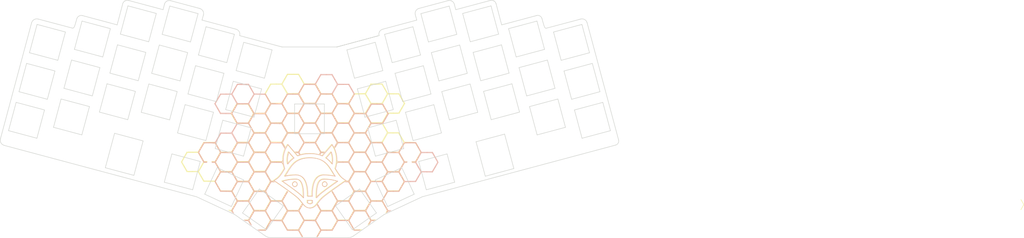
<source format=kicad_pcb>
(kicad_pcb (version 20171130) (host pcbnew "(5.1.10)-1")
  (layers (0 F.Cu signal) (31 B.Cu signal) (34 B.Paste user) (35 F.Paste user) (36 B.SilkS user) (37 F.SilkS user) (38 B.Mask user) (39 F.Mask user) (44 Edge.Cuts user))
  (net 0 "")
  (module MountingHole:MountingHole_2.2mm_M2 (layer F.Cu) (at 185.59 79.71)
    (fp_text reference "" (at 0 -3.2) (layer F.SilkS))
    (fp_text value "")
    (pad 1 np_thru_hole circle (at 0 0) (size 2.2 2.2) (drill 2.2) (layers *.Cu *.Mask))
  )
  (module MountingHole:MountingHole_2.2mm_M2 (layer F.Cu) (at 239.26 59.51)
    (fp_text reference "" (at 0 -3.2) (layer F.SilkS))
    (fp_text value "")
    (pad 1 np_thru_hole circle (at 0 0) (size 2.2 2.2) (drill 2.2) (layers *.Cu *.Mask))
  )
  (module MountingHole:MountingHole_2.2mm_M2 (layer F.Cu) (at 267.53 110.59)
    (fp_text reference "" (at 0 -3.2) (layer F.SilkS))
    (fp_text value "")
    (pad 1 np_thru_hole circle (at 0 0) (size 2.2 2.2) (drill 2.2) (layers *.Cu *.Mask))
  )
  (module MountingHole:MountingHole_2.2mm_M2 (layer F.Cu) (at 194.11 117.78)
    (fp_text reference "" (at 0 -3.2) (layer F.SilkS))
    (fp_text value "")
    (pad 1 np_thru_hole circle (at 0 0) (size 2.2 2.2) (drill 2.2) (layers *.Cu *.Mask))
  )
  (module MountingHole:MountingHole_2.2mm_M2 (layer F.Cu) (at 147.18 149.49)
    (fp_text reference "" (at 0 -3.2) (layer F.SilkS))
    (fp_text value "")
    (pad 1 np_thru_hole circle (at 0 0) (size 2.2 2.2) (drill 2.2) (layers *.Cu *.Mask))
  )
  (module MountingHole:MountingHole_2.2mm_M2 (layer F.Cu) (at 100.07 117.73)
    (fp_text reference "" (at 0 -3.2) (layer F.SilkS))
    (fp_text value "")
    (pad 1 np_thru_hole circle (at 0 0) (size 2.2 2.2) (drill 2.2) (layers *.Cu *.Mask))
  )
  (module MountingHole:MountingHole_2.2mm_M2 (layer F.Cu) (at 108.33 80.32)
    (fp_text reference "" (at 0 -3.2) (layer F.SilkS))
    (fp_text value "")
    (pad 1 np_thru_hole circle (at 0 0) (size 2.2 2.2) (drill 2.2) (layers *.Cu *.Mask))
  )
  (module MountingHole:MountingHole_2.2mm_M2 (layer F.Cu) (at 55.11 59.3)
    (fp_text reference "" (at 0 -3.2) (layer F.SilkS))
    (fp_text value "")
    (pad 1 np_thru_hole circle (at 0 0) (size 2.2 2.2) (drill 2.2) (layers *.Cu *.Mask))
  )
  (module MountingHole:MountingHole_2.2mm_M2 (layer F.Cu) (at 26.69 110.65)
    (fp_text reference "" (at 0 -3.2) (layer F.SilkS))
    (fp_text value "")
    (pad 1 np_thru_hole circle (at 0 0) (size 2.2 2.2) (drill 2.2) (layers *.Cu *.Mask))
  )
  (gr_curve (pts (xy 151.002847 105.867431) (xy 151.690764 104.659167) (xy 152.237569 103.636111) (xy 152.21993 103.592014)) (layer F.SilkS) (width 0.25))
  (gr_line (start 174.524305 110.418264) (end 175.785486 108.222222) (layer F.SilkS) (width 0.25))
  (gr_curve (pts (xy 160.033958 108.292778) (xy 160.033958 108.26632) (xy 159.469514 107.252084) (xy 158.763958 106.035)) (layer F.SilkS) (width 0.25))
  (gr_line (start 167.098333 105.796875) (end 167.098333 105.796875) (layer F.SilkS) (width 0.25))
  (gr_line (start 161.312778 99.341042) (end 161.312778 99.341042) (layer F.SilkS) (width 0.25))
  (gr_line (start 147.210486 108.072292) (end 149.750486 108.072292) (layer F.SilkS) (width 0.25))
  (gr_curve (pts (xy 158.799236 110.497639) (xy 159.469514 109.315834) (xy 160.025139 108.319236) (xy 160.033958 108.292778)) (layer F.SilkS) (width 0.25))
  (gr_line (start 128.980694 99.252847) (end 127.807708 101.298959) (layer F.SilkS) (width 0.25))
  (gr_line (start 150.00625 108.248681) (end 150.561875 109.201181) (layer F.SilkS) (width 0.25))
  (gr_curve (pts (xy 119.420416 96.862778) (xy 120.390555 95.169445) (xy 120.663958 94.61382) (xy 120.611041 94.499167)) (layer F.SilkS) (width 0.25))
  (gr_curve (pts (xy 126.546528 103.495) (xy 126.484791 103.592014) (xy 126.784653 104.174097) (xy 127.745972 105.832153)) (layer F.SilkS) (width 0.25))
  (gr_curve (pts (xy 167.098333 105.796875) (xy 166.480972 106.881667) (xy 165.907708 107.887084) (xy 165.810694 108.028195)) (layer F.SilkS) (width 0.25))
  (gr_line (start 149.750486 108.072292) (end 151.002847 105.867431) (layer F.SilkS) (width 0.25))
  (gr_curve (pts (xy 173.289583 103.944792) (xy 173.227847 103.865417) (xy 172.601666 103.838959) (xy 170.714305 103.838959)) (layer F.SilkS) (width 0.25))
  (gr_line (start 175.785486 108.222222) (end 174.586041 106.140834) (layer F.SilkS) (width 0.25))
  (gr_line (start 129.024791 108.028195) (end 131.520694 108.054653) (layer F.SilkS) (width 0.25))
  (gr_line (start 149.724028 99.252847) (end 147.210486 99.252847) (layer F.SilkS) (width 0.25))
  (gr_line (start 151.26743 106.04382) (end 150.00625 108.248681) (layer F.SilkS) (width 0.25))
  (gr_line (start 144.696944 99.252847) (end 143.426944 101.466528) (layer F.SilkS) (width 0.25))
  (gr_line (start 134.025416 99.261667) (end 131.503055 99.252847) (layer F.SilkS) (width 0.25))
  (gr_curve (pts (xy 135.630555 105.955625) (xy 134.969097 107.119792) (xy 134.413472 108.09875) (xy 134.404653 108.142847)) (layer F.SilkS) (width 0.25))
  (gr_line (start 151.831875 111.397222) (end 152.54625 112.649584) (layer F.SilkS) (width 0.25))
  (gr_curve (pts (xy 135.260139 105.902709) (xy 135.939236 104.712084) (xy 136.494861 103.689028) (xy 136.494861 103.636111)) (layer F.SilkS) (width 0.25))
  (gr_curve (pts (xy 143.426944 101.466528) (xy 142.253958 103.512639) (xy 142.174583 103.697847) (xy 142.262778 103.909514)) (layer F.SilkS) (width 0.25))
  (gr_line (start 127.807708 101.298959) (end 127.807708 101.298959) (layer F.SilkS) (width 0.25))
  (gr_curve (pts (xy 152.21993 103.592014) (xy 152.211111 103.547917) (xy 151.637847 102.55132) (xy 150.95875 101.387153)) (layer F.SilkS) (width 0.25))
  (gr_line (start 135.260139 101.395972) (end 134.025416 99.261667) (layer F.SilkS) (width 0.25))
  (gr_line (start 165.810694 108.028195) (end 165.651944 108.292778) (layer F.SilkS) (width 0.25))
  (gr_line (start 165.651944 108.292778) (end 166.913125 110.453542) (layer F.SilkS) (width 0.25))
  (gr_line (start 166.913125 110.453542) (end 168.165486 112.614306) (layer F.SilkS) (width 0.25))
  (gr_curve (pts (xy 174.586041 106.140834) (xy 173.915764 104.994306) (xy 173.33368 104.006528) (xy 173.289583 103.944792)) (layer F.SilkS) (width 0.25))
  (gr_curve (pts (xy 142.262778 103.909514) (xy 142.324514 104.032986) (xy 142.888958 105.020764) (xy 143.515139 106.105556)) (layer F.SilkS) (width 0.25))
  (gr_curve (pts (xy 127.807708 101.298959) (xy 127.155069 102.427847) (xy 126.590625 103.415625) (xy 126.546528 103.495)) (layer F.SilkS) (width 0.25))
  (gr_line (start 127.745972 105.832153) (end 129.024791 108.028195) (layer F.SilkS) (width 0.25))
  (gr_line (start 131.503055 99.252847) (end 128.980694 99.252847) (layer F.SilkS) (width 0.25))
  (gr_line (start 168.218403 103.838959) (end 167.098333 105.796875) (layer F.SilkS) (width 0.25))
  (gr_line (start 170.714305 112.614306) (end 173.263125 112.614306) (layer F.SilkS) (width 0.25))
  (gr_line (start 126.396597 94.507986) (end 127.693055 96.748125) (layer F.SilkS) (width 0.25))
  (gr_line (start 134.025416 108.072292) (end 135.260139 105.902709) (layer F.SilkS) (width 0.25))
  (gr_line (start 143.515139 106.105556) (end 144.670486 108.072292) (layer F.SilkS) (width 0.25))
  (gr_line (start 143.426944 101.466528) (end 143.426944 101.466528) (layer F.SilkS) (width 0.25))
  (gr_line (start 170.714305 103.838959) (end 168.218403 103.838959) (layer F.SilkS) (width 0.25))
  (gr_line (start 173.263125 112.614306) (end 174.524305 110.418264) (layer F.SilkS) (width 0.25))
  (gr_line (start 144.670486 108.072292) (end 147.210486 108.072292) (layer F.SilkS) (width 0.25))
  (gr_line (start 149.724028 90.080625) (end 147.210486 90.098264) (layer F.SilkS) (width 0.25))
  (gr_curve (pts (xy 136.494861 103.636111) (xy 136.494861 103.574375) (xy 135.939236 102.568959) (xy 135.260139 101.395972)) (layer F.SilkS) (width 0.25))
  (gr_curve (pts (xy 134.334097 80.749653) (xy 134.334097 80.837847) (xy 136.600694 84.780139) (xy 136.83 85.08)) (layer F.SilkS) (width 0.25))
  (gr_line (start 127.410833 83.033889) (end 128.751389 80.687917) (layer F.SilkS) (width 0.25))
  (gr_curve (pts (xy 175.018194 82.742847) (xy 174.471389 83.695347) (xy 173.906944 84.683125) (xy 173.765833 84.92125)) (layer F.SilkS) (width 0.25))
  (gr_line (start 149.776944 89.68375) (end 151.055764 87.47007) (layer F.SilkS) (width 0.25))
  (gr_line (start 147.254583 80.934861) (end 144.696944 80.9525) (layer F.SilkS) (width 0.25))
  (gr_line (start 139.352361 76.057709) (end 142.06875 76.057709) (layer F.SilkS) (width 0.25))
  (gr_line (start 181.12125 80.890764) (end 179.489653 80.943681) (layer F.SilkS) (width 0.25))
  (gr_curve (pts (xy 126.458333 85.362222) (xy 126.458333 85.40632) (xy 127.031597 86.429375) (xy 127.728333 87.62882)) (layer F.SilkS) (width 0.25))
  (gr_curve (pts (xy 178.57243 89.798403) (xy 180.847847 89.816042) (xy 181.059514 89.807222) (xy 181.182986 89.666111)) (layer F.SilkS) (width 0.25))
  (gr_curve (pts (xy 131.511875 89.754306) (xy 133.663819 89.710209) (xy 134.043055 89.68375) (xy 134.14007 89.569097)) (layer F.SilkS) (width 0.25))
  (gr_curve (pts (xy 136.468403 85.185834) (xy 136.35375 84.93007) (xy 134.166528 81.172986) (xy 134.043055 81.014236)) (layer F.SilkS) (width 0.25))
  (gr_line (start 144.696944 80.9525) (end 143.444583 83.139722) (layer F.SilkS) (width 0.25))
  (gr_line (start 152.325764 85.265209) (end 151.064583 83.086806) (layer F.SilkS) (width 0.25))
  (gr_line (start 139.440555 85.159375) (end 141.954097 85.097639) (layer F.SilkS) (width 0.25))
  (gr_line (start 136.83 76.322292) (end 135.577639 78.491875) (layer F.SilkS) (width 0.25))
  (gr_curve (pts (xy 134.14007 89.569097) (xy 134.201805 89.489722) (xy 134.76625 88.519584) (xy 135.40125 87.408334)) (layer F.SilkS) (width 0.25))
  (gr_curve (pts (xy 134.043055 81.014236) (xy 133.98132 80.934861) (xy 133.355139 80.908403) (xy 131.467778 80.908403)) (layer F.SilkS) (width 0.25))
  (gr_line (start 136.635972 76.057709) (end 139.352361 76.057709) (layer F.SilkS) (width 0.25))
  (gr_line (start 147.245764 89.68375) (end 149.776944 89.68375) (layer F.SilkS) (width 0.25))
  (gr_line (start 176.932014 80.996597) (end 176.005972 80.996597) (layer F.SilkS) (width 0.25))
  (gr_line (start 143.444583 83.139722) (end 143.444583 83.139722) (layer F.SilkS) (width 0.25))
  (gr_line (start 141.892361 76.322292) (end 139.36118 76.322292) (layer F.SilkS) (width 0.25))
  (gr_line (start 127.384375 87.611181) (end 126.070278 85.371042) (layer F.SilkS) (width 0.25))
  (gr_line (start 143.444583 83.139722) (end 142.183403 85.335764) (layer F.SilkS) (width 0.25))
  (gr_line (start 135.330694 78.350764) (end 136.635972 76.057709) (layer F.SilkS) (width 0.25))
  (gr_curve (pts (xy 183.617153 85.282847) (xy 183.599514 85.221111) (xy 183.035069 84.206875) (xy 182.355972 83.02507)) (layer F.SilkS) (width 0.25))
  (gr_line (start 143.453403 87.505347) (end 144.714583 89.68375) (layer F.SilkS) (width 0.25))
  (gr_line (start 173.765833 84.92125) (end 173.510069 85.362222) (layer F.SilkS) (width 0.25))
  (gr_curve (pts (xy 136.83 85.08) (xy 136.927014 85.212292) (xy 137.165139 85.221111) (xy 139.440555 85.159375)) (layer F.SilkS) (width 0.25))
  (gr_line (start 176.932014 80.996597) (end 176.932014 80.996597) (layer F.SilkS) (width 0.25))
  (gr_line (start 144.714583 89.68375) (end 147.245764 89.68375) (layer F.SilkS) (width 0.25))
  (gr_line (start 143.206458 82.919236) (end 144.45 80.740834) (layer F.SilkS) (width 0.25))
  (gr_line (start 176.094166 89.771945) (end 178.57243 89.798403) (layer F.SilkS) (width 0.25))
  (gr_line (start 142.06875 76.057709) (end 143.391666 78.324306) (layer F.SilkS) (width 0.25))
  (gr_line (start 126.070278 85.371042) (end 127.410833 83.033889) (layer F.SilkS) (width 0.25))
  (gr_curve (pts (xy 135.40125 87.408334) (xy 136.433125 85.617986) (xy 136.547778 85.371042) (xy 136.468403 85.185834)) (layer F.SilkS) (width 0.25))
  (gr_line (start 141.954097 85.097639) (end 143.206458 82.919236) (layer F.SilkS) (width 0.25))
  (gr_line (start 149.812222 80.917222) (end 147.254583 80.934861) (layer F.SilkS) (width 0.25))
  (gr_line (start 173.510069 85.362222) (end 174.806528 87.567084) (layer F.SilkS) (width 0.25))
  (gr_line (start 128.751389 80.687917) (end 131.388403 80.661459) (layer F.SilkS) (width 0.25))
  (gr_line (start 151.064583 83.086806) (end 149.812222 80.917222) (layer F.SilkS) (width 0.25))
  (gr_line (start 110.16 94.675556) (end 111.491736 92.347222) (layer F.SilkS) (width 0.25))
  (gr_line (start 116.58 144.74) (end 118.309166 144.717084) (layer F.SilkS) (width 0.25))
  (gr_line (start 119.605625 105.893889) (end 120.849166 103.706667) (layer F.SilkS) (width 0.25))
  (gr_curve (pts (xy 120.690416 103.433264) (xy 120.602222 103.283334) (xy 120.037778 102.304375) (xy 119.429236 101.254861)) (layer F.SilkS) (width 0.25))
  (gr_line (start 135.524722 147.221806) (end 136.759444 149.347292) (layer F.SilkS) (width 0.25))
  (gr_line (start 182.355972 83.02507) (end 181.12125 80.890764) (layer F.SilkS) (width 0.25))
  (gr_line (start 131.388403 80.661459) (end 134.025416 80.64382) (layer F.SilkS) (width 0.25))
  (gr_line (start 143.391666 78.324306) (end 143.391666 78.324306) (layer F.SilkS) (width 0.25))
  (gr_line (start 118.326805 99.349861) (end 115.592778 99.341042) (layer F.SilkS) (width 0.25))
  (gr_line (start 134.025416 80.64382) (end 135.330694 78.350764) (layer F.SilkS) (width 0.25))
  (gr_line (start 143.17118 78.527153) (end 141.892361 76.322292) (layer F.SilkS) (width 0.25))
  (gr_line (start 112.85875 99.341042) (end 111.509375 97.003889) (layer F.SilkS) (width 0.25))
  (gr_curve (pts (xy 127.710694 83.086806) (xy 127.022778 84.29507) (xy 126.458333 85.309306) (xy 126.458333 85.362222)) (layer F.SilkS) (width 0.25))
  (gr_line (start 144.45 80.740834) (end 143.17118 78.527153) (layer F.SilkS) (width 0.25))
  (gr_line (start 109.445625 112.684861) (end 110.512778 112.631945) (layer F.SilkS) (width 0.25))
  (gr_curve (pts (xy 165.784236 145.24625) (xy 165.87243 145.396181) (xy 166.445695 146.383959) (xy 167.054236 147.433472)) (layer F.SilkS) (width 0.25))
  (gr_line (start 142.183403 85.335764) (end 143.453403 87.505347) (layer F.SilkS) (width 0.25))
  (gr_curve (pts (xy 127.419653 92.153195) (xy 128.116389 90.936111) (xy 128.689653 89.930695) (xy 128.689653 89.904236)) (layer F.SilkS) (width 0.25))
  (gr_line (start 151.055764 87.47007) (end 152.325764 85.265209) (layer F.SilkS) (width 0.25))
  (gr_curve (pts (xy 118.335625 90.027709) (xy 118.388541 90.107084) (xy 118.988264 91.130139) (xy 119.658541 92.285486)) (layer F.SilkS) (width 0.25))
  (gr_line (start 110.512778 112.631945) (end 111.818055 110.356528) (layer F.SilkS) (width 0.25))
  (gr_line (start 111.509375 97.003889) (end 110.16 94.675556) (layer F.SilkS) (width 0.25))
  (gr_line (start 142.545 141.780209) (end 141.812986 140.527847) (layer F.SilkS) (width 0.25))
  (gr_line (start 139.290625 140.536667) (end 136.759444 140.536667) (layer F.SilkS) (width 0.25))
  (gr_line (start 115.592778 99.341042) (end 112.85875 99.341042) (layer F.SilkS) (width 0.25))
  (gr_line (start 118.353264 108.072292) (end 119.605625 105.893889) (layer F.SilkS) (width 0.25))
  (gr_curve (pts (xy 115.531041 89.948334) (xy 117.982847 89.886597) (xy 118.238611 89.895417) (xy 118.335625 90.027709)) (layer F.SilkS) (width 0.25))
  (gr_line (start 113.123333 108.072292) (end 115.742708 108.072292) (layer F.SilkS) (width 0.25))
  (gr_curve (pts (xy 160.016319 145.034584) (xy 160.033958 144.990486) (xy 159.469514 143.958611) (xy 158.763958 142.741528)) (layer F.SilkS) (width 0.25))
  (gr_line (start 136.759444 140.536667) (end 135.524722 142.71507) (layer F.SilkS) (width 0.25))
  (gr_line (start 141.812986 140.527847) (end 139.290625 140.536667) (layer F.SilkS) (width 0.25))
  (gr_line (start 167.054236 147.433472) (end 168.156666 149.338472) (layer F.SilkS) (width 0.25))
  (gr_line (start 119.658541 92.285486) (end 120.884444 94.402153) (layer F.SilkS) (width 0.25))
  (gr_curve (pts (xy 119.83493 142.670972) (xy 119.155833 143.843959) (xy 118.609028 144.849375) (xy 118.609028 144.893472)) (layer F.SilkS) (width 0.25))
  (gr_line (start 139.308264 149.329653) (end 141.857083 149.303195) (layer F.SilkS) (width 0.25))
  (gr_line (start 135.577639 78.491875) (end 135.577639 78.491875) (layer F.SilkS) (width 0.25))
  (gr_line (start 111.818055 110.356528) (end 113.123333 108.072292) (layer F.SilkS) (width 0.25))
  (gr_line (start 157.485139 140.527847) (end 154.971597 140.527847) (layer F.SilkS) (width 0.25))
  (gr_line (start 123.521458 94.384514) (end 126.158472 94.358056) (layer F.SilkS) (width 0.25))
  (gr_line (start 105.450416 112.746597) (end 106.914444 112.746597) (layer F.SilkS) (width 0.25))
  (gr_curve (pts (xy 157.635069 149.188542) (xy 157.767361 149.029792) (xy 159.981041 145.184514) (xy 160.016319 145.034584)) (layer F.SilkS) (width 0.25))
  (gr_line (start 102.804583 108.169306) (end 104.1275 110.453542) (layer F.SilkS) (width 0.25))
  (gr_line (start 126.158472 94.358056) (end 127.419653 92.153195) (layer F.SilkS) (width 0.25))
  (gr_line (start 111.491736 92.347222) (end 112.832291 90.01007) (layer F.SilkS) (width 0.25))
  (gr_line (start 112.832291 90.01007) (end 115.531041 89.948334) (layer F.SilkS) (width 0.25))
  (gr_line (start 174.533125 147.142431) (end 175.794305 144.946389) (layer F.SilkS) (width 0.25))
  (gr_line (start 143.109444 147.107153) (end 144.370625 144.911111) (layer F.SilkS) (width 0.25))
  (gr_line (start 173.695278 141.339236) (end 173.219028 140.527847) (layer F.SilkS) (width 0.25))
  (gr_curve (pts (xy 181.182986 89.666111) (xy 181.447569 89.357431) (xy 183.643611 85.40632) (xy 183.617153 85.282847)) (layer F.SilkS) (width 0.25))
  (gr_line (start 120.884444 94.402153) (end 123.521458 94.384514) (layer F.SilkS) (width 0.25))
  (gr_line (start 119.499791 138.093681) (end 118.24743 135.941736) (layer F.SilkS) (width 0.25))
  (gr_line (start 111.923889 138.1025) (end 111.923889 138.1025) (layer F.SilkS) (width 0.25))
  (gr_line (start 176.005972 80.996597) (end 175.018194 82.742847) (layer F.SilkS) (width 0.25))
  (gr_line (start 139.36118 76.322292) (end 136.83 76.322292) (layer F.SilkS) (width 0.25))
  (gr_line (start 174.806528 87.567084) (end 176.094166 89.771945) (layer F.SilkS) (width 0.25))
  (gr_curve (pts (xy 179.489653 80.943681) (xy 178.590069 80.970139) (xy 177.443541 80.996597) (xy 176.932014 80.996597)) (layer F.SilkS) (width 0.25))
  (gr_curve (pts (xy 135.577639 78.491875) (xy 134.898541 79.6825) (xy 134.334097 80.705556) (xy 134.334097 80.749653)) (layer F.SilkS) (width 0.25))
  (gr_line (start 152.54625 149.347292) (end 155.024514 149.338472) (layer F.SilkS) (width 0.25))
  (gr_curve (pts (xy 128.689653 89.904236) (xy 128.689653 89.877778) (xy 128.09875 88.845903) (xy 127.384375 87.611181)) (layer F.SilkS) (width 0.25))
  (gr_line (start 104.1275 110.453542) (end 105.450416 112.746597) (layer F.SilkS) (width 0.25))
  (gr_curve (pts (xy 151.223333 142.697431) (xy 150.544236 143.888056) (xy 149.988611 144.884653) (xy 149.99743 144.911111)) (layer F.SilkS) (width 0.25))
  (gr_line (start 115.742708 108.072292) (end 118.353264 108.072292) (layer F.SilkS) (width 0.25))
  (gr_line (start 120.849166 103.706667) (end 120.690416 103.433264) (layer F.SilkS) (width 0.25))
  (gr_line (start 119.429236 101.254861) (end 118.326805 99.349861) (layer F.SilkS) (width 0.25))
  (gr_line (start 154.971597 140.527847) (end 152.458055 140.527847) (layer F.SilkS) (width 0.25))
  (gr_line (start 118.24743 135.941736) (end 115.698611 135.959375) (layer F.SilkS) (width 0.25))
  (gr_line (start 118.635486 118.055903) (end 118.370903 117.597292) (layer F.SilkS) (width 0.25))
  (gr_line (start 158.763958 142.741528) (end 157.485139 140.527847) (layer F.SilkS) (width 0.25))
  (gr_line (start 170.687847 140.527847) (end 168.156666 140.527847) (layer F.SilkS) (width 0.25))
  (gr_line (start 119.83493 142.670972) (end 119.83493 142.670972) (layer F.SilkS) (width 0.25))
  (gr_line (start 166.886666 142.741528) (end 166.886666 142.741528) (layer F.SilkS) (width 0.25))
  (gr_line (start 126.493611 122.007014) (end 127.78125 124.211875) (layer F.SilkS) (width 0.25))
  (gr_line (start 144.370625 144.911111) (end 143.823819 143.97625) (layer F.SilkS) (width 0.25))
  (gr_line (start 168.156666 149.338472) (end 171.59 149.31) (layer F.SilkS) (width 0.25))
  (gr_line (start 141.857083 149.303195) (end 143.109444 147.107153) (layer F.SilkS) (width 0.25))
  (gr_line (start 102.628194 117.597292) (end 100.079375 117.62375) (layer F.SilkS) (width 0.25))
  (gr_curve (pts (xy 110.803819 122.051111) (xy 110.821458 122.112848) (xy 111.385903 123.118264) (xy 112.065 124.282431)) (layer F.SilkS) (width 0.25))
  (gr_curve (pts (xy 166.675 124.176597) (xy 167.768611 122.262778) (xy 167.918541 121.962917) (xy 167.830347 121.795347)) (layer F.SilkS) (width 0.25))
  (gr_curve (pts (xy 143.823819 143.97625) (xy 143.523958 143.464722) (xy 142.941875 142.476945) (xy 142.545 141.780209)) (layer F.SilkS) (width 0.25))
  (gr_curve (pts (xy 149.99743 144.911111) (xy 149.99743 144.93757) (xy 150.570694 145.942986) (xy 151.27625 147.15125)) (layer F.SilkS) (width 0.25))
  (gr_curve (pts (xy 155.024514 149.338472) (xy 157.247014 149.338472) (xy 157.520416 149.320834) (xy 157.635069 149.188542)) (layer F.SilkS) (width 0.25))
  (gr_line (start 162.838541 117.614931) (end 160.325 117.641389) (layer F.SilkS) (width 0.25))
  (gr_curve (pts (xy 118.609028 144.893472) (xy 118.609028 144.946389) (xy 119.173472 145.969445) (xy 119.62 146.71)) (layer F.SilkS) (width 0.25))
  (gr_curve (pts (xy 174.982916 143.552917) (xy 174.541944 142.785625) (xy 173.959861 141.789028) (xy 173.695278 141.339236)) (layer F.SilkS) (width 0.25))
  (gr_curve (pts (xy 135.524722 142.71507) (xy 134.845625 143.905695) (xy 134.29 144.92875) (xy 134.29 144.990486)) (layer F.SilkS) (width 0.25))
  (gr_line (start 127.745972 119.802153) (end 126.493611 122.007014) (layer F.SilkS) (width 0.25))
  (gr_curve (pts (xy 134.29 144.990486) (xy 134.29 145.043403) (xy 134.845625 146.04882) (xy 135.524722 147.221806)) (layer F.SilkS) (width 0.25))
  (gr_line (start 173.219028 140.527847) (end 170.687847 140.527847) (layer F.SilkS) (width 0.25))
  (gr_line (start 181.050694 117.597292) (end 178.563611 117.597292) (layer F.SilkS) (width 0.25))
  (gr_line (start 96.269375 124.203056) (end 97.539375 126.372639) (layer F.SilkS) (width 0.25))
  (gr_line (start 97.521736 117.641389) (end 96.260555 119.837431) (layer F.SilkS) (width 0.25))
  (gr_line (start 160.325 117.641389) (end 159.82 118.42) (layer F.SilkS) (width 0.25))
  (gr_line (start 115.698611 135.959375) (end 113.140972 135.985834) (layer F.SilkS) (width 0.25))
  (gr_line (start 135.524722 142.71507) (end 135.524722 142.71507) (layer F.SilkS) (width 0.25))
  (gr_curve (pts (xy 127.437291 147.142431) (xy 128.56618 145.158056) (xy 128.689653 144.919931) (xy 128.592639 144.743542)) (layer F.SilkS) (width 0.25))
  (gr_line (start 123.65375 149.347292) (end 126.176111 149.347292) (layer F.SilkS) (width 0.25))
  (gr_curve (pts (xy 120.743333 140.369097) (xy 120.752153 140.307361) (xy 120.187708 139.284306) (xy 119.499791 138.093681)) (layer F.SilkS) (width 0.25))
  (gr_curve (pts (xy 128.592639 144.743542) (xy 128.319236 144.223195) (xy 126.273125 140.730695) (xy 126.167291 140.616042)) (layer F.SilkS) (width 0.25))
  (gr_line (start 152.458055 140.527847) (end 151.223333 142.697431) (layer F.SilkS) (width 0.25))
  (gr_curve (pts (xy 119.52625 142.600417) (xy 120.196528 141.43625) (xy 120.743333 140.430834) (xy 120.743333 140.369097)) (layer F.SilkS) (width 0.25))
  (gr_line (start 126.176111 149.347292) (end 127.437291 147.142431) (layer F.SilkS) (width 0.25))
  (gr_line (start 133.9725 117.597292) (end 131.485416 117.597292) (layer F.SilkS) (width 0.25))
  (gr_curve (pts (xy 165.440278 117.703125) (xy 165.378541 117.62375) (xy 164.787639 117.597292) (xy 162.838541 117.614931)) (layer F.SilkS) (width 0.25))
  (gr_line (start 165.616666 144.955209) (end 165.784236 145.24625) (layer F.SilkS) (width 0.25))
  (gr_line (start 136.759444 149.347292) (end 139.308264 149.329653) (layer F.SilkS) (width 0.25))
  (gr_line (start 151.27625 147.15125) (end 152.54625 149.347292) (layer F.SilkS) (width 0.25))
  (gr_line (start 113.140972 135.985834) (end 111.923889 138.1025) (layer F.SilkS) (width 0.25))
  (gr_curve (pts (xy 126.167291 140.616042) (xy 126.070278 140.501389) (xy 125.691041 140.48375) (xy 123.556736 140.510209)) (layer F.SilkS) (width 0.25))
  (gr_line (start 100.079375 117.62375) (end 97.521736 117.641389) (layer F.SilkS) (width 0.25))
  (gr_line (start 164.24 126.372639) (end 165.413819 126.372639) (layer F.SilkS) (width 0.25))
  (gr_line (start 121.060833 140.536667) (end 119.83493 142.670972) (layer F.SilkS) (width 0.25))
  (gr_line (start 166.886666 142.741528) (end 165.616666 144.955209) (layer F.SilkS) (width 0.25))
  (gr_line (start 175.794305 144.946389) (end 174.982916 143.552917) (layer F.SilkS) (width 0.25))
  (gr_curve (pts (xy 119.896666 120.234306) (xy 119.341041 119.290625) (xy 118.776597 118.311667) (xy 118.635486 118.055903)) (layer F.SilkS) (width 0.25))
  (gr_line (start 119.623264 124.185417) (end 120.893264 121.954097) (layer F.SilkS) (width 0.25))
  (gr_line (start 118.309166 144.717084) (end 119.52625 142.600417) (layer F.SilkS) (width 0.25))
  (gr_line (start 151.223333 142.697431) (end 151.223333 142.697431) (layer F.SilkS) (width 0.25))
  (gr_line (start 123.556736 140.510209) (end 121.060833 140.536667) (layer F.SilkS) (width 0.25))
  (gr_line (start 100.079375 126.390278) (end 102.628194 126.416736) (layer F.SilkS) (width 0.25))
  (gr_line (start 115.822083 117.597292) (end 113.273264 117.597292) (layer F.SilkS) (width 0.25))
  (gr_line (start 168.156666 140.527847) (end 166.886666 142.741528) (layer F.SilkS) (width 0.25))
  (gr_curve (pts (xy 191.448819 126.372639) (xy 191.387083 126.275625) (xy 190.813819 125.296667) (xy 190.17 124.185417)) (layer F.SilkS) (width 0.25))
  (gr_line (start 190.17 124.185417) (end 188.997014 122.183403) (layer F.SilkS) (width 0.25))
  (gr_line (start 112.020903 119.775695) (end 112.020903 119.775695) (layer F.SilkS) (width 0.25))
  (gr_curve (pts (xy 112.020903 119.775695) (xy 111.341805 120.975139) (xy 110.795 121.998195) (xy 110.803819 122.051111)) (layer F.SilkS) (width 0.25))
  (gr_line (start 113.273264 117.597292) (end 112.020903 119.775695) (layer F.SilkS) (width 0.25))
  (gr_line (start 118.370903 117.597292) (end 115.822083 117.597292) (layer F.SilkS) (width 0.25))
  (gr_curve (pts (xy 167.830347 121.795347) (xy 167.636319 121.424931) (xy 165.528472 117.817778) (xy 165.440278 117.703125)) (layer F.SilkS) (width 0.25))
  (gr_line (start 115.822083 126.416736) (end 118.344444 126.416736) (layer F.SilkS) (width 0.25))
  (gr_line (start 103.862916 119.740417) (end 102.628194 117.597292) (layer F.SilkS) (width 0.25))
  (gr_line (start 120.893264 121.954097) (end 119.896666 120.234306) (layer F.SilkS) (width 0.25))
  (gr_curve (pts (xy 103.862916 124.247153) (xy 104.542014 123.056528) (xy 105.097639 122.042292) (xy 105.097639 121.980556)) (layer F.SilkS) (width 0.25))
  (gr_line (start 183.943472 131.002847) (end 186.492291 130.976389) (layer F.SilkS) (width 0.25))
  (gr_line (start 186.492291 130.976389) (end 189.041111 130.95875) (layer F.SilkS) (width 0.25))
  (gr_line (start 167.098333 124.14132) (end 167.098333 124.14132) (layer F.SilkS) (width 0.25))
  (gr_line (start 165.651944 126.637222) (end 166.913125 128.797986) (layer F.SilkS) (width 0.25))
  (gr_line (start 183.872916 122.2275) (end 182.647014 124.370625) (layer F.SilkS) (width 0.25))
  (gr_line (start 112.065 124.282431) (end 113.299722 126.416736) (layer F.SilkS) (width 0.25))
  (gr_line (start 174.497847 124.397084) (end 173.210208 122.183403) (layer F.SilkS) (width 0.25))
  (gr_line (start 96.260555 119.837431) (end 95.008194 122.033473) (layer F.SilkS) (width 0.25))
  (gr_line (start 123.689028 130.985209) (end 126.149653 130.95875) (layer F.SilkS) (width 0.25))
  (gr_curve (pts (xy 190.302291 128.753889) (xy 191.43118 126.787153) (xy 191.554653 126.531389) (xy 191.448819 126.372639)) (layer F.SilkS) (width 0.25))
  (gr_curve (pts (xy 181.447569 126.628403) (xy 181.465208 126.690139) (xy 182.029653 127.704375) (xy 182.70875 128.868542)) (layer F.SilkS) (width 0.25))
  (gr_line (start 175.785486 126.601945) (end 174.497847 124.397084) (layer F.SilkS) (width 0.25))
  (gr_line (start 186.439375 122.201042) (end 183.872916 122.2275) (layer F.SilkS) (width 0.25))
  (gr_line (start 103.069166 126.284445) (end 102.866319 126.637222) (layer F.SilkS) (width 0.25))
  (gr_line (start 123.618472 122.112848) (end 121.149028 122.139306) (layer F.SilkS) (width 0.25))
  (gr_line (start 119.984861 124.167778) (end 119.984861 124.167778) (layer F.SilkS) (width 0.25))
  (gr_line (start 126.149653 130.95875) (end 127.410833 128.753889) (layer F.SilkS) (width 0.25))
  (gr_line (start 189.041111 130.95875) (end 190.302291 128.753889) (layer F.SilkS) (width 0.25))
  (gr_line (start 119.923125 128.789167) (end 121.219583 131.020486) (layer F.SilkS) (width 0.25))
  (gr_curve (pts (xy 119.984861 124.167778) (xy 119.341041 125.279028) (xy 118.776597 126.275625) (xy 118.72368 126.372639)) (layer F.SilkS) (width 0.25))
  (gr_line (start 173.271944 131.002847) (end 174.524305 128.797986) (layer F.SilkS) (width 0.25))
  (gr_line (start 170.714305 122.183403) (end 168.218403 122.183403) (layer F.SilkS) (width 0.25))
  (gr_line (start 121.219583 131.020486) (end 123.689028 130.985209) (layer F.SilkS) (width 0.25))
  (gr_line (start 170.723125 130.976389) (end 173.271944 131.002847) (layer F.SilkS) (width 0.25))
  (gr_line (start 102.628194 126.416736) (end 103.862916 124.247153) (layer F.SilkS) (width 0.25))
  (gr_curve (pts (xy 127.410833 128.753889) (xy 128.530903 126.813611) (xy 128.663194 126.540209) (xy 128.575 126.372639)) (layer F.SilkS) (width 0.25))
  (gr_line (start 188.997014 122.183403) (end 186.439375 122.201042) (layer F.SilkS) (width 0.25))
  (gr_line (start 129.060069 126.416736) (end 129.8 126.41) (layer F.SilkS) (width 0.25))
  (gr_line (start 168.218403 122.183403) (end 167.098333 124.14132) (layer F.SilkS) (width 0.25))
  (gr_line (start 127.78125 124.211875) (end 129.060069 126.416736) (layer F.SilkS) (width 0.25))
  (gr_curve (pts (xy 128.575 126.372639) (xy 128.513264 126.266806) (xy 127.93118 125.261389) (xy 127.278541 124.1325)) (layer F.SilkS) (width 0.25))
  (gr_line (start 96.260555 119.837431) (end 96.260555 119.837431) (layer F.SilkS) (width 0.25))
  (gr_line (start 166.913125 128.797986) (end 168.174305 130.95875) (layer F.SilkS) (width 0.25))
  (gr_line (start 173.210208 122.183403) (end 170.714305 122.183403) (layer F.SilkS) (width 0.25))
  (gr_line (start 182.70875 128.868542) (end 183.943472 131.002847) (layer F.SilkS) (width 0.25))
  (gr_line (start 126.087916 122.07757) (end 123.618472 122.112848) (layer F.SilkS) (width 0.25))
  (gr_curve (pts (xy 104.339166 124.053125) (xy 103.748264 125.085) (xy 103.175 126.090417) (xy 103.069166 126.284445)) (layer F.SilkS) (width 0.25))
  (gr_line (start 95.008194 122.033473) (end 96.269375 124.203056) (layer F.SilkS) (width 0.25))
  (gr_line (start 174.797708 119.837431) (end 174.797708 119.837431) (layer F.SilkS) (width 0.25))
  (gr_line (start 118.344444 126.416736) (end 119.623264 124.185417) (layer F.SilkS) (width 0.25))
  (gr_line (start 121.149028 122.139306) (end 119.984861 124.167778) (layer F.SilkS) (width 0.25))
  (gr_line (start 113.299722 126.416736) (end 115.822083 126.416736) (layer F.SilkS) (width 0.25))
  (gr_line (start 128.998333 117.606111) (end 127.745972 119.802153) (layer F.SilkS) (width 0.25))
  (gr_line (start 127.745972 119.802153) (end 127.745972 119.802153) (layer F.SilkS) (width 0.25))
  (gr_line (start 165.413819 126.372639) (end 166.675 124.176597) (layer F.SilkS) (width 0.25))
  (gr_line (start 97.539375 126.372639) (end 100.079375 126.390278) (layer F.SilkS) (width 0.25))
  (gr_curve (pts (xy 118.72368 126.372639) (xy 118.644305 126.531389) (xy 118.811875 126.866528) (xy 119.923125 128.789167)) (layer F.SilkS) (width 0.25))
  (gr_line (start 182.338333 119.810972) (end 181.050694 117.597292) (layer F.SilkS) (width 0.25))
  (gr_line (start 178.563611 117.597292) (end 176.076528 117.597292) (layer F.SilkS) (width 0.25))
  (gr_line (start 176.076528 117.597292) (end 174.797708 119.837431) (layer F.SilkS) (width 0.25))
  (gr_line (start 131.485416 117.597292) (end 128.998333 117.606111) (layer F.SilkS) (width 0.25))
  (gr_curve (pts (xy 167.098333 124.14132) (xy 166.480972 125.226111) (xy 165.907708 126.231528) (xy 165.819514 126.372639)) (layer F.SilkS) (width 0.25))
  (gr_curve (pts (xy 105.097639 121.980556) (xy 105.097639 121.91882) (xy 104.542014 120.913403) (xy 103.862916 119.740417)) (layer F.SilkS) (width 0.25))
  (gr_curve (pts (xy 158.72868 138.040764) (xy 159.398958 136.867778) (xy 159.963403 135.853542) (xy 159.981041 135.791806)) (layer F.SilkS) (width 0.25))
  (gr_curve (pts (xy 119.52625 133.401736) (xy 120.170069 132.264028) (xy 120.743333 131.267431) (xy 120.778611 131.179236)) (layer F.SilkS) (width 0.25))
  (gr_curve (pts (xy 112.038541 128.930278) (xy 110.94493 130.826459) (xy 110.78618 131.152778) (xy 110.865555 131.329167)) (layer F.SilkS) (width 0.25))
  (gr_curve (pts (xy 135.524722 133.534028) (xy 134.845625 134.733472) (xy 134.298819 135.747709) (xy 134.316458 135.800625)) (layer F.SilkS) (width 0.25))
  (gr_line (start 162.838541 135.57132) (end 165.360903 135.588959) (layer F.SilkS) (width 0.25))
  (gr_line (start 111.712222 124.308889) (end 110.4775 122.183403) (layer F.SilkS) (width 0.25))
  (gr_line (start 112.038541 128.930278) (end 112.038541 128.930278) (layer F.SilkS) (width 0.25))
  (gr_line (start 107.955139 131.002847) (end 110.486319 131.002847) (layer F.SilkS) (width 0.25))
  (gr_curve (pts (xy 182.39125 133.419375) (xy 183.079166 132.219931) (xy 183.634791 131.214514) (xy 183.634791 131.170417)) (layer F.SilkS) (width 0.25))
  (gr_curve (pts (xy 127.375555 138.014306) (xy 128.045833 136.850139) (xy 128.592639 135.844722) (xy 128.601458 135.782986)) (layer F.SilkS) (width 0.25))
  (gr_line (start 119.587986 128.850903) (end 118.326805 126.68132) (layer F.SilkS) (width 0.25))
  (gr_line (start 128.918958 135.544861) (end 131.467778 135.544861) (layer F.SilkS) (width 0.25))
  (gr_line (start 105.423958 122.183403) (end 104.339166 124.053125) (layer F.SilkS) (width 0.25))
  (gr_line (start 174.894722 133.578125) (end 176.067708 135.588959) (layer F.SilkS) (width 0.25))
  (gr_line (start 176.067708 135.588959) (end 178.607708 135.588959) (layer F.SilkS) (width 0.25))
  (gr_line (start 113.299722 126.725417) (end 112.038541 128.930278) (layer F.SilkS) (width 0.25))
  (gr_line (start 119.84375 133.604584) (end 118.56493 135.844722) (layer F.SilkS) (width 0.25))
  (gr_line (start 181.12125 126.769514) (end 178.57243 126.795972) (layer F.SilkS) (width 0.25))
  (gr_line (start 165.360903 135.588959) (end 166.613264 133.410556) (layer F.SilkS) (width 0.25))
  (gr_curve (pts (xy 183.634791 131.170417) (xy 183.634791 131.12632) (xy 183.070347 130.112084) (xy 182.373611 128.930278)) (layer F.SilkS) (width 0.25))
  (gr_line (start 178.57243 126.795972) (end 176.014791 126.813611) (layer F.SilkS) (width 0.25))
  (gr_line (start 157.785 131.196875) (end 159.055 133.366459) (layer F.SilkS) (width 0.25))
  (gr_line (start 115.875 135.544861) (end 118.335625 135.474306) (layer F.SilkS) (width 0.25))
  (gr_line (start 181.147708 135.588959) (end 182.39125 133.419375) (layer F.SilkS) (width 0.25))
  (gr_line (start 176.014791 126.813611) (end 174.753611 129.018472) (layer F.SilkS) (width 0.25))
  (gr_line (start 160.325 135.544861) (end 162.838541 135.57132) (layer F.SilkS) (width 0.25))
  (gr_line (start 104.339166 124.053125) (end 104.339166 124.053125) (layer F.SilkS) (width 0.25))
  (gr_line (start 110.4775 122.183403) (end 107.946319 122.183403) (layer F.SilkS) (width 0.25))
  (gr_line (start 165.360903 126.769514) (end 163.77 126.77) (layer F.SilkS) (width 0.25))
  (gr_line (start 107.946319 122.183403) (end 105.423958 122.183403) (layer F.SilkS) (width 0.25))
  (gr_line (start 150.73 137.12) (end 151.214514 137.95257) (layer F.SilkS) (width 0.25))
  (gr_line (start 166.569167 128.842084) (end 165.360903 126.769514) (layer F.SilkS) (width 0.25))
  (gr_line (start 127.278541 124.1325) (end 126.087916 122.07757) (layer F.SilkS) (width 0.25))
  (gr_line (start 174.524305 128.797986) (end 175.785486 126.601945) (layer F.SilkS) (width 0.25))
  (gr_curve (pts (xy 111.7475 128.797986) (xy 112.435416 127.580903) (xy 112.991041 126.557847) (xy 112.973403 126.51375)) (layer F.SilkS) (width 0.25))
  (gr_curve (pts (xy 166.613264 133.410556) (xy 167.345278 132.131736) (xy 167.839166 131.161597) (xy 167.821528 131.073403)) (layer F.SilkS) (width 0.25))
  (gr_line (start 104.145139 128.815625) (end 105.415139 131.002847) (layer F.SilkS) (width 0.25))
  (gr_line (start 105.415139 131.002847) (end 107.955139 131.002847) (layer F.SilkS) (width 0.25))
  (gr_line (start 182.373611 128.930278) (end 181.12125 126.769514) (layer F.SilkS) (width 0.25))
  (gr_curve (pts (xy 112.973403 126.51375) (xy 112.955764 126.469653) (xy 112.391319 125.481875) (xy 111.712222 124.308889)) (layer F.SilkS) (width 0.25))
  (gr_curve (pts (xy 120.778611 131.179236) (xy 120.840347 131.064584) (xy 120.540486 130.49132) (xy 119.587986 128.850903)) (layer F.SilkS) (width 0.25))
  (gr_line (start 182.647014 124.370625) (end 182.647014 124.370625) (layer F.SilkS) (width 0.25))
  (gr_line (start 102.866319 126.637222) (end 104.145139 128.815625) (layer F.SilkS) (width 0.25))
  (gr_curve (pts (xy 128.601458 135.782986) (xy 128.601458 135.712431) (xy 128.037014 134.689375) (xy 127.349097 133.50757)) (layer F.SilkS) (width 0.25))
  (gr_curve (pts (xy 135.277778 133.34882) (xy 135.965694 132.140556) (xy 136.521319 131.12632) (xy 136.50368 131.099861)) (layer F.SilkS) (width 0.25))
  (gr_curve (pts (xy 182.647014 124.370625) (xy 181.976736 125.552431) (xy 181.42993 126.566667) (xy 181.447569 126.628403)) (layer F.SilkS) (width 0.25))
  (gr_line (start 168.174305 130.95875) (end 170.723125 130.976389) (layer F.SilkS) (width 0.25))
  (gr_line (start 165.819514 126.372639) (end 165.651944 126.637222) (layer F.SilkS) (width 0.25))
  (gr_line (start 178.607708 135.588959) (end 181.147708 135.588959) (layer F.SilkS) (width 0.25))
  (gr_line (start 118.335625 135.474306) (end 119.52625 133.401736) (layer F.SilkS) (width 0.25))
  (gr_line (start 127.701875 129.018472) (end 126.414236 131.267431) (layer F.SilkS) (width 0.25))
  (gr_line (start 136.838819 140.17507) (end 139.325903 140.17507) (layer F.SilkS) (width 0.25))
  (gr_curve (pts (xy 167.821528 131.073403) (xy 167.795069 130.994028) (xy 167.230625 129.988611) (xy 166.569167 128.842084)) (layer F.SilkS) (width 0.25))
  (gr_line (start 110.486319 131.002847) (end 111.7475 128.797986) (layer F.SilkS) (width 0.25))
  (gr_line (start 118.326805 126.68132) (end 115.813264 126.707778) (layer F.SilkS) (width 0.25))
  (gr_line (start 126.096736 131.355625) (end 123.609653 131.355625) (layer F.SilkS) (width 0.25))
  (gr_line (start 126.414236 131.267431) (end 127.666597 133.410556) (layer F.SilkS) (width 0.25))
  (gr_line (start 174.753611 129.018472) (end 174.753611 129.018472) (layer F.SilkS) (width 0.25))
  (gr_line (start 159.055 133.366459) (end 160.325 135.544861) (layer F.SilkS) (width 0.25))
  (gr_curve (pts (xy 173.615903 131.399722) (xy 173.677639 131.496736) (xy 174.250903 132.475695) (xy 174.894722 133.578125)) (layer F.SilkS) (width 0.25))
  (gr_curve (pts (xy 174.753611 129.018472) (xy 173.615903 131.002847) (xy 173.510069 131.232153) (xy 173.615903 131.399722)) (layer F.SilkS) (width 0.25))
  (gr_curve (pts (xy 110.865555 131.329167) (xy 111.015486 131.664306) (xy 113.185069 135.359653) (xy 113.299722 135.491945)) (layer F.SilkS) (width 0.25))
  (gr_curve (pts (xy 113.299722 135.491945) (xy 113.387916 135.588959) (xy 113.855347 135.597778) (xy 115.875 135.544861)) (layer F.SilkS) (width 0.25))
  (gr_line (start 115.813264 126.707778) (end 113.299722 126.725417) (layer F.SilkS) (width 0.25))
  (gr_curve (pts (xy 143.022352 133.18394) (xy 143.375637 133.537225) (xy 143.689235 133.893883) (xy 143.975646 134.241347)) (layer F.SilkS) (width 0.25))
  (gr_line (start 147.027747 137.081451) (end 147.027747 137.081451) (layer F.SilkS) (width 0.25))
  (gr_line (start 131.315069 126.951151) (end 130.094348 126.120227) (layer F.SilkS) (width 0.25))
  (gr_curve (pts (xy 153.574134 125.439321) (xy 152.789248 125.439321) (xy 152.167212 125.68922) (xy 151.672441 126.20324)) (layer F.SilkS) (width 0.25))
  (gr_curve (pts (xy 138.842862 115.937274) (xy 139.046657 115.774621) (xy 139.255744 115.620171) (xy 139.469858 115.473526)) (layer F.SilkS) (width 0.25))
  (gr_line (start 157.016429 112.648371) (end 154.585636 115.473658) (layer F.SilkS) (width 0.25))
  (gr_line (start 157.409468 113.998606) (end 157.409468 113.998606) (layer F.SilkS) (width 0.25))
  (gr_curve (pts (xy 153.059189 127.83993) (xy 153.059255 127.207179) (xy 153.565932 126.69435) (xy 154.189819 126.69435)) (layer F.SilkS) (width 0.25))
  (gr_curve (pts (xy 142.383119 126.203306) (xy 141.888348 125.68922) (xy 141.266379 125.439388) (xy 140.481426 125.439388)) (layer F.SilkS) (width 0.25))
  (gr_curve (pts (xy 148.149779 135.69563) (xy 148.146868 135.620488) (xy 148.143958 135.543891) (xy 148.141048 135.466368)) (layer F.SilkS) (width 0.25))
  (gr_curve (pts (xy 145.905649 135.69563) (xy 145.893478 136.015313) (xy 145.882366 136.306024) (xy 145.876016 136.556386)) (layer F.SilkS) (width 0.25))
  (gr_line (start 148.141048 135.466368) (end 145.91438 135.466368) (layer F.SilkS) (width 0.25))
  (gr_line (start 154.189819 126.69435) (end 154.189819 126.69435) (layer F.SilkS) (width 0.25))
  (gr_curve (pts (xy 145.876016 136.556386) (xy 146.248946 136.903585) (xy 146.599122 137.081451) (xy 147.027747 137.081451)) (layer F.SilkS) (width 0.25))
  (gr_curve (pts (xy 140.481426 125.439388) (xy 137.833476 125.439388) (xy 135.516057 125.967893) (xy 134.025394 126.416758)) (layer F.SilkS) (width 0.25))
  (gr_curve (pts (xy 157.409468 113.998606) (xy 157.294903 113.484454) (xy 157.154542 113.029636) (xy 157.016429 112.648371)) (layer F.SilkS) (width 0.25))
  (gr_curve (pts (xy 151.033142 133.183874) (xy 152.54001 131.677006) (xy 157.45663 128.202497) (xy 160.032415 126.415171)) (layer F.SilkS) (width 0.25))
  (gr_line (start 143.022352 133.18394) (end 143.022352 133.18394) (layer F.SilkS) (width 0.25))
  (gr_curve (pts (xy 153.574068 123.462421) (xy 155.572929 123.462421) (xy 157.383076 123.731502) (xy 158.848603 124.059916)) (layer F.SilkS) (width 0.25))
  (gr_curve (pts (xy 145.91438 135.466368) (xy 145.91147 135.543891) (xy 145.908493 135.620488) (xy 145.905649 135.69563)) (layer F.SilkS) (width 0.25))
  (gr_curve (pts (xy 134.025394 126.416758) (xy 136.601775 128.204548) (xy 141.515947 131.677469) (xy 143.022352 133.18394)) (layer F.SilkS) (width 0.25))
  (gr_curve (pts (xy 147.027747 137.081451) (xy 147.456372 137.081451) (xy 147.806548 136.903651) (xy 148.179412 136.556386)) (layer F.SilkS) (width 0.25))
  (gr_curve (pts (xy 147.027681 115.395011) (xy 144.110517 115.395011) (xy 141.836556 116.077834) (xy 140.075754 117.482639)) (layer F.SilkS) (width 0.25))
  (gr_line (start 118.238611 144.999306) (end 117.13618 145.061042) (layer F.SilkS) (width 0.25))
  (gr_curve (pts (xy 136.574126 118.313299) (xy 137.21369 117.463854) (xy 137.943874 116.654559) (xy 138.842862 115.937274)) (layer F.SilkS) (width 0.25))
  (gr_line (start 135.936943 110.316201) (end 136.644769 109.15898) (layer F.SilkS) (width 0.25))
  (gr_line (start 163.96108 126.120227) (end 162.740425 126.951151) (layer F.SilkS) (width 0.25))
  (gr_curve (pts (xy 189.279236 122.007014) (xy 189.279236 122.051111) (xy 189.84368 123.047709) (xy 190.522778 124.220695)) (layer F.SilkS) (width 0.25))
  (gr_curve (pts (xy 137.037874 112.646982) (xy 136.587421 113.891714) (xy 136.114412 115.9298) (xy 136.574126 118.313299)) (layer F.SilkS) (width 0.25))
  (gr_curve (pts (xy 141.624492 134.581866) (xy 139.725379 132.682753) (xy 131.399008 127.008234) (xy 131.315069 126.951151)) (layer F.SilkS) (width 0.25))
  (gr_curve (pts (xy 148.242361 145.025764) (xy 147.45743 145.025764) (xy 146.319722 145.052222) (xy 145.71118 145.078681)) (layer F.SilkS) (width 0.25))
  (gr_line (start 142.095208 149.506042) (end 143.91 152.62) (layer F.SilkS) (width 0.25))
  (gr_line (start 145.71118 145.078681) (end 144.59993 145.140417) (layer F.SilkS) (width 0.25))
  (gr_line (start 119.02 146.35) (end 118.238611 144.999306) (layer F.SilkS) (width 0.25))
  (gr_line (start 186.571666 103.583195) (end 189.05875 103.556736) (layer F.SilkS) (width 0.25))
  (gr_curve (pts (xy 190.522778 124.220695) (xy 191.210694 125.393681) (xy 191.792778 126.416736) (xy 191.810416 126.496111)) (layer F.SilkS) (width 0.25))
  (gr_curve (pts (xy 143.166153 136.408946) (xy 142.703595 135.806093) (xy 142.225361 135.182735) (xy 141.624492 134.581866)) (layer F.SilkS) (width 0.25))
  (gr_line (start 110.398125 140.527847) (end 109.61 140.52) (layer F.SilkS) (width 0.25))
  (gr_curve (pts (xy 191.810416 126.496111) (xy 191.828055 126.575486) (xy 191.254791 127.669097) (xy 190.531597 128.930278)) (layer F.SilkS) (width 0.25))
  (gr_line (start 189.05875 103.556736) (end 190.390486 105.840972) (layer F.SilkS) (width 0.25))
  (gr_line (start 162.727659 125.308287) (end 163.96108 126.120227) (layer F.SilkS) (width 0.25))
  (gr_line (start 149.662291 145.025764) (end 148.242361 145.025764) (layer F.SilkS) (width 0.25))
  (gr_curve (pts (xy 152.431002 134.581866) (xy 151.830199 135.182735) (xy 151.351965 135.806093) (xy 150.889341 136.408946)) (layer F.SilkS) (width 0.25))
  (gr_line (start 173.271944 85.221111) (end 174.577222 82.928056) (layer F.SilkS) (width 0.25))
  (gr_line (start 155.227361 85.24757) (end 157.811458 85.274028) (layer F.SilkS) (width 0.25))
  (gr_line (start 196.98743 108.204584) (end 198.336805 110.497639) (layer F.SilkS) (width 0.25))
  (gr_line (start 194.350416 108.160486) (end 196.98743 108.204584) (layer F.SilkS) (width 0.25))
  (gr_line (start 186.580486 131.267431) (end 183.943472 131.311528) (layer F.SilkS) (width 0.25))
  (gr_line (start 174.577222 82.928056) (end 175.891319 80.64382) (layer F.SilkS) (width 0.25))
  (gr_curve (pts (xy 182.117847 137.079445) (xy 182.523541 137.785) (xy 183.114444 138.808056) (xy 183.431945 139.354861)) (layer F.SilkS) (width 0.25))
  (gr_curve (pts (xy 182.620555 101.254861) (xy 183.290833 102.410209) (xy 183.890555 103.415625) (xy 183.961111 103.486181)) (layer F.SilkS) (width 0.25))
  (gr_line (start 194.376875 117.597292) (end 191.766319 117.597292) (layer F.SilkS) (width 0.25))
  (gr_curve (pts (xy 482.809722 137.547709) (xy 482.800903 137.600625) (xy 482.20118 138.685417) (xy 481.469166 139.955417)) (layer F.SilkS) (width 0.25))
  (gr_curve (pts (xy 183.961111 103.486181) (xy 184.066944 103.600834) (xy 184.44618 103.609653) (xy 186.571666 103.583195)) (layer F.SilkS) (width 0.25))
  (gr_line (start 147.351597 80.626181) (end 149.988611 80.652639) (layer F.SilkS) (width 0.25))
  (gr_line (start 157.811458 85.274028) (end 159.134375 87.540626) (layer F.SilkS) (width 0.25))
  (gr_line (start 178.590069 80.64382) (end 181.297639 80.64382) (layer F.SilkS) (width 0.25))
  (gr_line (start 164.61125 89.736667) (end 165.475555 89.68375) (layer F.SilkS) (width 0.25))
  (gr_line (start 149.988611 80.652639) (end 151.311528 82.936875) (layer F.SilkS) (width 0.25))
  (gr_line (start 190.575694 92.267847) (end 189.226319 94.622639) (layer F.SilkS) (width 0.25))
  (gr_curve (pts (xy 190.522778 119.766875) (xy 189.834861 120.96632) (xy 189.279236 121.971736) (xy 189.279236 122.007014)) (layer F.SilkS) (width 0.25))
  (gr_line (start 151.311528 82.936875) (end 152.634444 85.229931) (layer F.SilkS) (width 0.25))
  (gr_line (start 191.925069 89.913056) (end 190.575694 92.267847) (layer F.SilkS) (width 0.25))
  (gr_line (start 152.634444 85.229931) (end 155.227361 85.24757) (layer F.SilkS) (width 0.25))
  (gr_line (start 190.575694 87.593542) (end 191.925069 89.913056) (layer F.SilkS) (width 0.25))
  (gr_curve (pts (xy 182.885139 96.536459) (xy 182.303055 97.559514) (xy 181.729791 98.57375) (xy 181.615139 98.776597)) (layer F.SilkS) (width 0.25))
  (gr_line (start 160.457291 89.816042) (end 162.106528 89.807222) (layer F.SilkS) (width 0.25))
  (gr_line (start 191.713403 108.116389) (end 194.350416 108.160486) (layer F.SilkS) (width 0.25))
  (gr_line (start 190.531597 128.930278) (end 189.20868 131.223334) (layer F.SilkS) (width 0.25))
  (gr_line (start 183.943472 131.311528) (end 182.655833 133.551667) (layer F.SilkS) (width 0.25))
  (gr_line (start 167.997916 85.274028) (end 170.63493 85.24757) (layer F.SilkS) (width 0.25))
  (gr_line (start 144.714583 80.599722) (end 147.351597 80.626181) (layer F.SilkS) (width 0.25))
  (gr_line (start 186.589305 94.649097) (end 183.943472 94.675556) (layer F.SilkS) (width 0.25))
  (gr_line (start 175.891319 80.64382) (end 178.590069 80.64382) (layer F.SilkS) (width 0.25))
  (gr_line (start 170.63493 85.24757) (end 173.271944 85.221111) (layer F.SilkS) (width 0.25))
  (gr_line (start 190.390486 105.840972) (end 191.713403 108.116389) (layer F.SilkS) (width 0.25))
  (gr_line (start 165.475555 89.68375) (end 166.736736 87.478889) (layer F.SilkS) (width 0.25))
  (gr_line (start 182.620555 82.936875) (end 183.943472 85.221111) (layer F.SilkS) (width 0.25))
  (gr_line (start 181.615139 98.776597) (end 181.403472 99.155834) (layer F.SilkS) (width 0.25))
  (gr_line (start 143.391666 78.324306) (end 144.714583 80.599722) (layer F.SilkS) (width 0.25))
  (gr_line (start 189.226319 94.622639) (end 186.589305 94.649097) (layer F.SilkS) (width 0.25))
  (gr_line (start 181.297639 80.64382) (end 182.620555 82.936875) (layer F.SilkS) (width 0.25))
  (gr_line (start 191.766319 117.597292) (end 190.522778 119.766875) (layer F.SilkS) (width 0.25))
  (gr_line (start 198.319166 115.295417) (end 196.99625 117.597292) (layer F.SilkS) (width 0.25))
  (gr_line (start 183.943472 94.675556) (end 182.885139 96.536459) (layer F.SilkS) (width 0.25))
  (gr_curve (pts (xy 162.106528 89.807222) (xy 163.006111 89.798403) (xy 164.135 89.771945) (xy 164.61125 89.736667)) (layer F.SilkS) (width 0.25))
  (gr_line (start 189.20868 131.223334) (end 186.580486 131.267431) (layer F.SilkS) (width 0.25))
  (gr_line (start 186.580486 85.24757) (end 189.226319 85.274028) (layer F.SilkS) (width 0.25))
  (gr_line (start 196.99625 117.597292) (end 194.376875 117.597292) (layer F.SilkS) (width 0.25))
  (gr_line (start 189.226319 85.274028) (end 190.575694 87.593542) (layer F.SilkS) (width 0.25))
  (gr_line (start 166.736736 87.478889) (end 167.997916 85.274028) (layer F.SilkS) (width 0.25))
  (gr_line (start 183.943472 85.221111) (end 186.580486 85.24757) (layer F.SilkS) (width 0.25))
  (gr_line (start 129.68625 90.16) (end 128.866041 90.212917) (layer F.SilkS) (width 0.25))
  (gr_line (start 142.174583 94.560903) (end 143.435764 96.730486) (layer F.SilkS) (width 0.25))
  (gr_line (start 128.866041 90.212917) (end 127.631319 92.364861) (layer F.SilkS) (width 0.25))
  (gr_line (start 134.069514 98.855972) (end 135.313055 96.695209) (layer F.SilkS) (width 0.25))
  (gr_curve (pts (xy 130.894514 98.979445) (xy 131.935208 98.970625) (xy 133.081736 98.944167) (xy 133.425694 98.908889)) (layer F.SilkS) (width 0.25))
  (gr_line (start 184.005208 140.33382) (end 183.46 141.23) (layer F.SilkS) (width 0.25))
  (gr_curve (pts (xy 134.043055 90.186459) (xy 133.954861 90.071806) (xy 131.238472 90.045348) (xy 129.68625 90.16)) (layer F.SilkS) (width 0.25))
  (gr_line (start 171.18 149.59) (end 167.980278 149.611875) (layer F.SilkS) (width 0.25))
  (gr_line (start 160.395555 90.089445) (end 159.143194 92.285486) (layer F.SilkS) (width 0.25))
  (gr_line (start 133.425694 98.908889) (end 134.069514 98.855972) (layer F.SilkS) (width 0.25))
  (gr_line (start 129.68625 90.16) (end 129.68625 90.16) (layer F.SilkS) (width 0.25))
  (gr_line (start 127.631319 92.364861) (end 126.396597 94.507986) (layer F.SilkS) (width 0.25))
  (gr_line (start 110.495139 94.675556) (end 110.662708 94.966597) (layer F.SilkS) (width 0.25))
  (gr_line (start 143.435764 92.338403) (end 143.435764 92.338403) (layer F.SilkS) (width 0.25))
  (gr_curve (pts (xy 135.313055 96.695209) (xy 136.380208 94.834306) (xy 136.538958 94.516806) (xy 136.459583 94.340417)) (layer F.SilkS) (width 0.25))
  (gr_line (start 144.696944 98.90007) (end 147.245764 98.873611) (layer F.SilkS) (width 0.25))
  (gr_line (start 176.076528 145.025764) (end 175.06 146.87) (layer F.SilkS) (width 0.25))
  (gr_line (start 147.245764 98.873611) (end 149.794583 98.855972) (layer F.SilkS) (width 0.25))
  (gr_line (start 159.037361 147.389375) (end 157.767361 149.611875) (layer F.SilkS) (width 0.25))
  (gr_line (start 160.31618 145.158056) (end 159.037361 147.389375) (layer F.SilkS) (width 0.25))
  (gr_curve (pts (xy 165.378541 145.175695) (xy 165.24625 145.016945) (xy 165.140416 145.016945) (xy 162.776805 145.0875)) (layer F.SilkS) (width 0.25))
  (gr_line (start 162.776805 145.0875) (end 160.31618 145.158056) (layer F.SilkS) (width 0.25))
  (gr_line (start 143.435764 92.338403) (end 142.174583 94.560903) (layer F.SilkS) (width 0.25))
  (gr_line (start 162.882639 90.080625) (end 160.395555 90.089445) (layer F.SilkS) (width 0.25))
  (gr_line (start 159.143194 92.285486) (end 159.143194 92.285486) (layer F.SilkS) (width 0.25))
  (gr_line (start 167.945 94.499167) (end 167.133611 93.105695) (layer F.SilkS) (width 0.25))
  (gr_line (start 128.998333 98.988264) (end 130.894514 98.979445) (layer F.SilkS) (width 0.25))
  (gr_line (start 165.845972 90.892014) (end 165.369722 90.080625) (layer F.SilkS) (width 0.25))
  (gr_line (start 111.756319 92.470695) (end 110.495139 94.675556) (layer F.SilkS) (width 0.25))
  (gr_curve (pts (xy 120.611041 94.499167) (xy 120.566944 94.410972) (xy 119.99368 93.423195) (xy 119.341041 92.294306)) (layer F.SilkS) (width 0.25))
  (gr_line (start 111.932708 97.162639) (end 113.035139 99.067639) (layer F.SilkS) (width 0.25))
  (gr_line (start 144.705764 90.124723) (end 143.435764 92.338403) (layer F.SilkS) (width 0.25))
  (gr_line (start 165.369722 90.080625) (end 162.882639 90.080625) (layer F.SilkS) (width 0.25))
  (gr_line (start 166.683819 96.695209) (end 167.945 94.499167) (layer F.SilkS) (width 0.25))
  (gr_curve (pts (xy 151.020486 96.712847) (xy 151.690764 95.531042) (xy 152.237569 94.516806) (xy 152.21993 94.44625)) (layer F.SilkS) (width 0.25))
  (gr_line (start 143.435764 96.730486) (end 144.696944 98.90007) (layer F.SilkS) (width 0.25))
  (gr_curve (pts (xy 110.662708 94.966597) (xy 110.750903 95.125347) (xy 111.324166 96.113125) (xy 111.932708 97.162639)) (layer F.SilkS) (width 0.25))
  (gr_line (start 177.59 145) (end 176.076528 145.025764) (layer F.SilkS) (width 0.25))
  (gr_line (start 147.210486 90.098264) (end 144.705764 90.124723) (layer F.SilkS) (width 0.25))
  (gr_line (start 149.794583 98.855972) (end 151.020486 96.712847) (layer F.SilkS) (width 0.25))
  (gr_curve (pts (xy 136.459583 94.340417) (xy 136.35375 94.102292) (xy 134.166528 90.345209) (xy 134.043055 90.186459)) (layer F.SilkS) (width 0.25))
  (gr_line (start 165.422639 98.90007) (end 166.683819 96.695209) (layer F.SilkS) (width 0.25))
  (gr_line (start 150.95875 92.206111) (end 149.724028 90.080625) (layer F.SilkS) (width 0.25))
  (gr_line (start 127.693055 96.748125) (end 128.998333 98.988264) (layer F.SilkS) (width 0.25))
  (gr_line (start 167.980278 149.611875) (end 166.745556 147.47757) (layer F.SilkS) (width 0.25))
  (gr_curve (pts (xy 152.21993 94.44625) (xy 152.202291 94.384514) (xy 151.637847 93.379097) (xy 150.95875 92.206111)) (layer F.SilkS) (width 0.25))
  (gr_curve (pts (xy 150.51 152.61) (xy 151.681944 150.520278) (xy 152.237569 149.54132) (xy 152.237569 149.497222)) (layer F.SilkS) (width 0.25))
  (gr_curve (pts (xy 135.121828 120.487049) (xy 133.163316 114.955273) (xy 135.8196 110.507958) (xy 135.936943 110.316201)) (layer F.SilkS) (width 0.25))
  (gr_line (start 136.644769 109.15898) (end 141.236613 114.495956) (layer F.SilkS) (width 0.25))
  (gr_curve (pts (xy 159.298196 121.083155) (xy 160.327161 122.772454) (xy 161.299107 124.368024) (xy 162.727659 125.308287)) (layer F.SilkS) (width 0.25))
  (gr_curve (pts (xy 162.740425 126.951151) (xy 162.656552 127.008301) (xy 154.330181 132.682753) (xy 152.431002 134.581866)) (layer F.SilkS) (width 0.25))
  (gr_curve (pts (xy 150.248057 124.832367) (xy 151.122968 123.923325) (xy 152.241957 123.462421) (xy 153.574068 123.462421)) (layer F.SilkS) (width 0.25))
  (gr_curve (pts (xy 152.237569 149.497222) (xy 152.237569 149.461945) (xy 151.655486 148.438889) (xy 150.94993 147.230625)) (layer F.SilkS) (width 0.25))
  (gr_curve (pts (xy 147.027747 113.418176) (xy 149.247469 113.418176) (xy 151.163449 113.773049) (xy 152.818881 114.495956)) (layer F.SilkS) (width 0.25))
  (gr_curve (pts (xy 150.889341 136.408946) (xy 149.843972 137.771418) (xy 148.856547 139.058418) (xy 147.027747 139.058418)) (layer F.SilkS) (width 0.25))
  (gr_line (start 152.818881 114.495956) (end 157.410791 109.158914) (layer F.SilkS) (width 0.25))
  (gr_curve (pts (xy 158.118617 110.316135) (xy 158.235828 110.507892) (xy 160.892244 114.955339) (xy 158.933732 120.486983)) (layer F.SilkS) (width 0.25))
  (gr_line (start 130.094348 126.120227) (end 131.327901 125.308353) (layer F.SilkS) (width 0.25))
  (gr_curve (pts (xy 160.032415 126.415171) (xy 158.545986 125.966702) (xy 156.232866 125.439321) (xy 153.574134 125.439321)) (layer F.SilkS) (width 0.25))
  (gr_line (start 144.59993 145.140417) (end 143.347569 147.31882) (layer F.SilkS) (width 0.25))
  (gr_line (start 145.71118 145.078681) (end 145.71118 145.078681) (layer F.SilkS) (width 0.25))
  (gr_curve (pts (xy 134.757364 121.083221) (xy 134.878081 120.884982) (xy 134.999326 120.686148) (xy 135.121828 120.487049)) (layer F.SilkS) (width 0.25))
  (gr_line (start 150.94993 147.230625) (end 149.662291 145.025764) (layer F.SilkS) (width 0.25))
  (gr_curve (pts (xy 147.027747 139.058418) (xy 145.198947 139.058418) (xy 144.211522 137.771418) (xy 143.166153 136.408946)) (layer F.SilkS) (width 0.25))
  (gr_line (start 143.347569 147.31882) (end 142.095208 149.506042) (layer F.SilkS) (width 0.25))
  (gr_curve (pts (xy 141.236613 114.495956) (xy 142.892045 113.772982) (xy 144.807959 113.418176) (xy 147.027747 113.418176)) (layer F.SilkS) (width 0.25))
  (gr_curve (pts (xy 158.933732 120.486983) (xy 159.056235 120.686082) (xy 159.17748 120.884982) (xy 159.298196 121.083155)) (layer F.SilkS) (width 0.25))
  (gr_curve (pts (xy 131.327901 125.308353) (xy 132.756519 124.36809) (xy 133.728333 122.772454) (xy 134.757364 121.083221)) (layer F.SilkS) (width 0.25))
  (gr_line (start 157.410791 109.158914) (end 158.118617 110.316135) (layer F.SilkS) (width 0.25))
  (gr_line (start 175.767847 135.747709) (end 175.529722 135.342014) (layer F.SilkS) (width 0.25))
  (gr_line (start 119.817291 137.987847) (end 121.060833 140.130972) (layer F.SilkS) (width 0.25))
  (gr_curve (pts (xy 175.529722 135.342014) (xy 175.39743 135.112709) (xy 174.824166 134.124931) (xy 174.250903 133.137153)) (layer F.SilkS) (width 0.25))
  (gr_line (start 173.254305 140.130972) (end 174.515486 137.943751) (layer F.SilkS) (width 0.25))
  (gr_line (start 174.250903 133.137153) (end 173.210208 131.355625) (layer F.SilkS) (width 0.25))
  (gr_line (start 166.895486 138.005487) (end 168.156666 140.17507) (layer F.SilkS) (width 0.25))
  (gr_curve (pts (xy 182.93 141.5) (xy 183.48 140.5) (xy 183.634791 140.298542) (xy 183.581875 140.183889)) (layer F.SilkS) (width 0.25))
  (gr_line (start 170.687847 131.373264) (end 168.165486 131.399722) (layer F.SilkS) (width 0.25))
  (gr_line (start 166.895486 133.613403) (end 165.634305 135.835903) (layer F.SilkS) (width 0.25))
  (gr_line (start 121.131389 131.355625) (end 119.84375 133.604584) (layer F.SilkS) (width 0.25))
  (gr_line (start 134.016597 135.544861) (end 135.277778 133.34882) (layer F.SilkS) (width 0.25))
  (gr_line (start 136.759444 131.364445) (end 135.524722 133.534028) (layer F.SilkS) (width 0.25))
  (gr_line (start 127.349097 133.50757) (end 126.096736 131.355625) (layer F.SilkS) (width 0.25))
  (gr_line (start 158.755139 133.516389) (end 157.502778 131.355625) (layer F.SilkS) (width 0.25))
  (gr_curve (pts (xy 134.316458 135.800625) (xy 134.334097 135.853542) (xy 134.907361 136.858959) (xy 135.595278 138.031945)) (layer F.SilkS) (width 0.25))
  (gr_line (start 154.989236 140.157431) (end 157.502778 140.17507) (layer F.SilkS) (width 0.25))
  (gr_line (start 173.210208 131.355625) (end 170.687847 131.373264) (layer F.SilkS) (width 0.25))
  (gr_line (start 123.609653 131.355625) (end 121.131389 131.355625) (layer F.SilkS) (width 0.25))
  (gr_line (start 139.325903 140.17507) (end 141.812986 140.17507) (layer F.SilkS) (width 0.25))
  (gr_line (start 135.595278 138.031945) (end 136.838819 140.17507) (layer F.SilkS) (width 0.25))
  (gr_line (start 168.165486 131.399722) (end 166.895486 133.613403) (layer F.SilkS) (width 0.25))
  (gr_line (start 141.812986 140.17507) (end 143.065347 137.996667) (layer F.SilkS) (width 0.25))
  (gr_line (start 118.56493 135.844722) (end 119.817291 137.987847) (layer F.SilkS) (width 0.25))
  (gr_line (start 170.705486 140.148611) (end 173.254305 140.130972) (layer F.SilkS) (width 0.25))
  (gr_line (start 127.666597 133.410556) (end 128.918958 135.544861) (layer F.SilkS) (width 0.25))
  (gr_curve (pts (xy 159.981041 135.791806) (xy 159.99868 135.72125) (xy 159.451875 134.698195) (xy 158.755139 133.516389)) (layer F.SilkS) (width 0.25))
  (gr_line (start 121.060833 140.130972) (end 123.609653 140.130972) (layer F.SilkS) (width 0.25))
  (gr_line (start 152.484514 140.130972) (end 154.989236 140.157431) (layer F.SilkS) (width 0.25))
  (gr_curve (pts (xy 126.467153 140.377917) (xy 126.484791 140.422014) (xy 127.058055 141.427431) (xy 127.737153 142.609236)) (layer F.SilkS) (width 0.25))
  (gr_line (start 181.12125 135.941736) (end 178.563611 135.941736) (layer F.SilkS) (width 0.25))
  (gr_line (start 165.634305 135.835903) (end 166.895486 138.005487) (layer F.SilkS) (width 0.25))
  (gr_line (start 165.334444 135.941736) (end 162.820903 135.968195) (layer F.SilkS) (width 0.25))
  (gr_line (start 165.405 144.717084) (end 166.630903 142.573959) (layer F.SilkS) (width 0.25))
  (gr_curve (pts (xy 183.581875 140.183889) (xy 183.537778 140.095695) (xy 182.964514 139.107917) (xy 182.311875 137.979028)) (layer F.SilkS) (width 0.25))
  (gr_line (start 143.356389 138.181876) (end 143.356389 138.181876) (layer F.SilkS) (width 0.25))
  (gr_line (start 127.701875 129.018472) (end 127.701875 129.018472) (layer F.SilkS) (width 0.25))
  (gr_line (start 174.515486 137.943751) (end 175.767847 135.747709) (layer F.SilkS) (width 0.25))
  (gr_line (start 176.005972 135.941736) (end 174.753611 138.146597) (layer F.SilkS) (width 0.25))
  (gr_line (start 159.107916 142.538681) (end 160.395555 144.761181) (layer F.SilkS) (width 0.25))
  (gr_curve (pts (xy 127.675416 138.11132) (xy 126.996319 139.310764) (xy 126.449514 140.325) (xy 126.467153 140.377917)) (layer F.SilkS) (width 0.25))
  (gr_line (start 157.502778 140.17507) (end 158.72868 138.040764) (layer F.SilkS) (width 0.25))
  (gr_line (start 131.467778 135.544861) (end 134.016597 135.544861) (layer F.SilkS) (width 0.25))
  (gr_line (start 135.524722 133.534028) (end 135.524722 133.534028) (layer F.SilkS) (width 0.25))
  (gr_line (start 174.780069 142.55632) (end 176.067708 144.761181) (layer F.SilkS) (width 0.25))
  (gr_line (start 174.753611 138.146597) (end 174.753611 138.146597) (layer F.SilkS) (width 0.25))
  (gr_curve (pts (xy 134.104791 136.135764) (xy 133.98132 135.941736) (xy 133.9725 135.941736) (xy 131.441319 135.941736)) (layer F.SilkS) (width 0.25))
  (gr_line (start 130.4 126.76) (end 128.989514 126.769514) (layer F.SilkS) (width 0.25))
  (gr_curve (pts (xy 143.065347 137.996667) (xy 143.22 137.77) (xy 143.78 136.75) (xy 143.35 137.52)) (layer F.SilkS) (width 0.25))
  (gr_line (start 128.989514 126.769514) (end 127.701875 129.018472) (layer F.SilkS) (width 0.25))
  (gr_line (start 174.753611 138.146597) (end 173.49243 140.351459) (layer F.SilkS) (width 0.25))
  (gr_line (start 150.967569 142.529861) (end 152.21993 140.342639) (layer F.SilkS) (width 0.25))
  (gr_line (start 176.067708 144.761181) (end 178.17 144.71) (layer F.SilkS) (width 0.25))
  (gr_line (start 152.21993 140.342639) (end 150.932291 138.137778) (layer F.SilkS) (width 0.25))
  (gr_line (start 162.820903 135.968195) (end 160.307361 135.985834) (layer F.SilkS) (width 0.25))
  (gr_line (start 182.311875 137.979028) (end 181.12125 135.941736) (layer F.SilkS) (width 0.25))
  (gr_line (start 173.49243 140.351459) (end 174.780069 142.55632) (layer F.SilkS) (width 0.25))
  (gr_line (start 143.68 137.62) (end 143.356389 138.181876) (layer F.SilkS) (width 0.25))
  (gr_line (start 127.737153 142.609236) (end 128.989514 144.761181) (layer F.SilkS) (width 0.25))
  (gr_line (start 168.156666 140.17507) (end 170.705486 140.148611) (layer F.SilkS) (width 0.25))
  (gr_line (start 160.307361 135.985834) (end 159.063819 138.155417) (layer F.SilkS) (width 0.25))
  (gr_line (start 159.063819 138.155417) (end 157.820278 140.316181) (layer F.SilkS) (width 0.25))
  (gr_line (start 151.214514 137.95257) (end 152.484514 140.130972) (layer F.SilkS) (width 0.25))
  (gr_curve (pts (xy 111.923889 138.1025) (xy 111.253611 139.266667) (xy 110.706805 140.263264) (xy 110.706805 140.307361)) (layer F.SilkS) (width 0.25))
  (gr_line (start 143.356389 138.181876) (end 142.104028 140.377917) (layer F.SilkS) (width 0.25))
  (gr_line (start 123.609653 140.130972) (end 126.149653 140.130972) (layer F.SilkS) (width 0.25))
  (gr_line (start 166.895486 133.613403) (end 166.895486 133.613403) (layer F.SilkS) (width 0.25))
  (gr_line (start 119.84375 133.604584) (end 119.84375 133.604584) (layer F.SilkS) (width 0.25))
  (gr_line (start 131.476597 144.761181) (end 133.96368 144.761181) (layer F.SilkS) (width 0.25))
  (gr_curve (pts (xy 166.630903 142.573959) (xy 167.301181 141.392153) (xy 167.847986 140.377917) (xy 167.830347 140.316181)) (layer F.SilkS) (width 0.25))
  (gr_curve (pts (xy 135.383611 138.322986) (xy 134.748611 137.229375) (xy 134.175347 136.250417) (xy 134.104791 136.135764)) (layer F.SilkS) (width 0.25))
  (gr_curve (pts (xy 167.830347 140.316181) (xy 167.812708 140.254445) (xy 167.248264 139.249028) (xy 166.569167 138.076042)) (layer F.SilkS) (width 0.25))
  (gr_line (start 162.900278 144.734722) (end 165.405 144.717084) (layer F.SilkS) (width 0.25))
  (gr_line (start 157.820278 140.316181) (end 159.107916 142.538681) (layer F.SilkS) (width 0.25))
  (gr_curve (pts (xy 135.136666 142.70625) (xy 135.780486 141.586181) (xy 136.362569 140.580764) (xy 136.424305 140.48375)) (layer F.SilkS) (width 0.25))
  (gr_line (start 142.104028 140.377917) (end 142.315694 140.739514) (layer F.SilkS) (width 0.25))
  (gr_line (start 128.989514 144.761181) (end 131.476597 144.761181) (layer F.SilkS) (width 0.25))
  (gr_line (start 126.149653 140.130972) (end 127.375555 138.014306) (layer F.SilkS) (width 0.25))
  (gr_curve (pts (xy 136.424305 140.48375) (xy 136.521319 140.316181) (xy 136.424305 140.104514) (xy 135.383611 138.322986)) (layer F.SilkS) (width 0.25))
  (gr_line (start 160.395555 144.761181) (end 162.900278 144.734722) (layer F.SilkS) (width 0.25))
  (gr_line (start 159.063819 138.155417) (end 159.063819 138.155417) (layer F.SilkS) (width 0.25))
  (gr_line (start 147.175208 144.717084) (end 149.715208 144.717084) (layer F.SilkS) (width 0.25))
  (gr_curve (pts (xy 142.315694 140.739514) (xy 142.430347 140.942361) (xy 143.003611 141.9125) (xy 143.576875 142.909097)) (layer F.SilkS) (width 0.25))
  (gr_line (start 131.441319 135.941736) (end 128.910139 135.941736) (layer F.SilkS) (width 0.25))
  (gr_line (start 149.715208 144.717084) (end 150.967569 142.529861) (layer F.SilkS) (width 0.25))
  (gr_line (start 150.932291 138.137778) (end 150.52 137.4) (layer F.SilkS) (width 0.25))
  (gr_line (start 178.563611 135.941736) (end 176.005972 135.941736) (layer F.SilkS) (width 0.25))
  (gr_line (start 143.576875 142.909097) (end 144.635208 144.717084) (layer F.SilkS) (width 0.25))
  (gr_line (start 127.675416 138.11132) (end 127.675416 138.11132) (layer F.SilkS) (width 0.25))
  (gr_line (start 144.635208 144.717084) (end 147.175208 144.717084) (layer F.SilkS) (width 0.25))
  (gr_line (start 166.569167 138.076042) (end 165.334444 135.941736) (layer F.SilkS) (width 0.25))
  (gr_line (start 128.910139 135.941736) (end 127.675416 138.11132) (layer F.SilkS) (width 0.25))
  (gr_line (start 133.96368 144.761181) (end 135.136666 142.70625) (layer F.SilkS) (width 0.25))
  (gr_curve (pts (xy 102.645833 108.530903) (xy 102.584097 108.451528) (xy 101.949097 108.42507) (xy 100.035278 108.42507)) (layer F.SilkS) (width 0.25))
  (gr_curve (pts (xy 103.889375 115.039653) (xy 105.009444 113.064097) (xy 105.132916 112.808334) (xy 105.044722 112.631945)) (layer F.SilkS) (width 0.25))
  (gr_line (start 162.909097 108.42507) (end 160.439653 108.42507) (layer F.SilkS) (width 0.25))
  (gr_line (start 165.449097 117.218056) (end 166.692639 115.030834) (layer F.SilkS) (width 0.25))
  (gr_curve (pts (xy 143.426944 110.594653) (xy 142.739028 111.794097) (xy 142.183403 112.808334) (xy 142.183403 112.852431)) (layer F.SilkS) (width 0.25))
  (gr_line (start 150.994028 110.594653) (end 149.724028 108.42507) (layer F.SilkS) (width 0.25))
  (gr_line (start 97.504097 108.42507) (end 96.242916 110.629931) (layer F.SilkS) (width 0.25))
  (gr_line (start 97.530555 117.200417) (end 100.079375 117.218056) (layer F.SilkS) (width 0.25))
  (gr_curve (pts (xy 183.546597 112.896528) (xy 183.546597 112.843611) (xy 182.982153 111.838195) (xy 182.303055 110.656389)) (layer F.SilkS) (width 0.25))
  (gr_curve (pts (xy 151.72 113.73) (xy 152.02 113.2) (xy 152.096458 113.055278) (xy 152.158194 112.958264)) (layer F.SilkS) (width 0.25))
  (gr_line (start 113.237986 108.504445) (end 113.237986 108.504445) (layer F.SilkS) (width 0.25))
  (gr_line (start 147.192847 108.42507) (end 144.670486 108.42507) (layer F.SilkS) (width 0.25))
  (gr_line (start 192.612986 108.477986) (end 191.686944 108.539722) (layer F.SilkS) (width 0.25))
  (gr_curve (pts (xy 196.99625 116.98875) (xy 197.102083 116.812361) (xy 197.684166 115.824584) (xy 198.275069 114.783889)) (layer F.SilkS) (width 0.25))
  (gr_line (start 174.850625 115.127847) (end 176.111805 117.288611) (layer F.SilkS) (width 0.25))
  (gr_curve (pts (xy 189.252778 112.878889) (xy 189.252778 112.922986) (xy 189.826041 113.954861) (xy 190.522778 115.154306)) (layer F.SilkS) (width 0.25))
  (gr_line (start 165.845972 109.236459) (end 165.369722 108.42507) (layer F.SilkS) (width 0.25))
  (gr_line (start 196.784583 117.31507) (end 196.99625 116.98875) (layer F.SilkS) (width 0.25))
  (gr_curve (pts (xy 174.788889 110.656389) (xy 174.12743 111.829375) (xy 173.580625 112.834792) (xy 173.580625 112.878889)) (layer F.SilkS) (width 0.25))
  (gr_line (start 190.522778 115.154306) (end 191.792778 117.341528) (layer F.SilkS) (width 0.25))
  (gr_line (start 96.242916 110.629931) (end 94.990555 112.834792) (layer F.SilkS) (width 0.25))
  (gr_line (start 163.667569 117.270972) (end 165.449097 117.218056) (layer F.SilkS) (width 0.25))
  (gr_line (start 160.03 116.75) (end 160.386736 117.332709) (layer F.SilkS) (width 0.25))
  (gr_line (start 96.242916 110.629931) (end 96.242916 110.629931) (layer F.SilkS) (width 0.25))
  (gr_curve (pts (xy 196.8375 108.530903) (xy 196.740486 108.41625) (xy 194.262222 108.380972) (xy 192.612986 108.477986)) (layer F.SilkS) (width 0.25))
  (gr_curve (pts (xy 190.469861 110.665209) (xy 189.799583 111.838195) (xy 189.252778 112.825972) (xy 189.252778 112.878889)) (layer F.SilkS) (width 0.25))
  (gr_curve (pts (xy 105.044722 112.631945) (xy 104.841875 112.261528) (xy 102.734028 108.645556) (xy 102.645833 108.530903)) (layer F.SilkS) (width 0.25))
  (gr_line (start 160.227986 108.751389) (end 160.227986 108.751389) (layer F.SilkS) (width 0.25))
  (gr_line (start 166.692639 115.030834) (end 167.945 112.834792) (layer F.SilkS) (width 0.25))
  (gr_line (start 173.518889 122.06875) (end 174.780069 124.220695) (layer F.SilkS) (width 0.25))
  (gr_line (start 160.439653 108.42507) (end 160.227986 108.751389) (layer F.SilkS) (width 0.25))
  (gr_line (start 88.40243 115.189584) (end 88.40243 115.189584) (layer F.SilkS) (width 0.25))
  (gr_line (start 95.995972 115.216042) (end 94.708333 113.011181) (layer F.SilkS) (width 0.25))
  (gr_line (start 104.189236 119.669861) (end 105.450416 121.830625) (layer F.SilkS) (width 0.25))
  (gr_curve (pts (xy 142.183403 112.852431) (xy 142.183403 112.896528) (xy 142.4 113.27) (xy 142.58 113.59)) (layer F.SilkS) (width 0.25))
  (gr_line (start 141.874722 113.011181) (end 140.46 113.02) (layer F.SilkS) (width 0.25))
  (gr_line (start 181.059514 117.332709) (end 182.303055 115.163125) (layer F.SilkS) (width 0.25))
  (gr_line (start 105.38868 113.055278) (end 104.162778 115.171945) (layer F.SilkS) (width 0.25))
  (gr_curve (pts (xy 161.136389 117.332709) (xy 161.550903 117.332709) (xy 162.69743 117.30625) (xy 163.667569 117.270972)) (layer F.SilkS) (width 0.25))
  (gr_curve (pts (xy 88.40243 115.189584) (xy 87.714514 116.397847) (xy 87.150069 117.412084) (xy 87.150069 117.447361)) (layer F.SilkS) (width 0.25))
  (gr_curve (pts (xy 198.275069 114.783889) (xy 199.21875 113.134653) (xy 199.342222 112.87007) (xy 199.254028 112.693681)) (layer F.SilkS) (width 0.25))
  (gr_line (start 143.426944 110.594653) (end 143.426944 110.594653) (layer F.SilkS) (width 0.25))
  (gr_line (start 94.708333 113.011181) (end 92.177153 113.011181) (layer F.SilkS) (width 0.25))
  (gr_line (start 194.28868 117.323889) (end 196.784583 117.31507) (layer F.SilkS) (width 0.25))
  (gr_line (start 182.303055 110.656389) (end 181.050694 108.513264) (layer F.SilkS) (width 0.25))
  (gr_line (start 191.792778 117.341528) (end 194.28868 117.323889) (layer F.SilkS) (width 0.25))
  (gr_line (start 100.035278 108.42507) (end 97.504097 108.42507) (layer F.SilkS) (width 0.25))
  (gr_line (start 107.963958 121.830625) (end 110.4775 121.830625) (layer F.SilkS) (width 0.25))
  (gr_line (start 111.756319 115.171945) (end 110.495139 113.011181) (layer F.SilkS) (width 0.25))
  (gr_line (start 153.54 113.01) (end 152.53743 113.011181) (layer F.SilkS) (width 0.25))
  (gr_curve (pts (xy 111.668125 119.749236) (xy 112.320764 118.602709) (xy 112.894028 117.588472) (xy 112.938125 117.500278)) (layer F.SilkS) (width 0.25))
  (gr_curve (pts (xy 87.150069 117.447361) (xy 87.150069 117.491459) (xy 87.714514 118.488056) (xy 88.40243 119.678681)) (layer F.SilkS) (width 0.25))
  (gr_curve (pts (xy 199.254028 112.693681) (xy 199.148194 112.446736) (xy 196.960972 108.689653) (xy 196.8375 108.530903)) (layer F.SilkS) (width 0.25))
  (gr_line (start 100.079375 117.218056) (end 102.628194 117.244514) (layer F.SilkS) (width 0.25))
  (gr_line (start 94.778889 121.821806) (end 96.03125 119.625764) (layer F.SilkS) (width 0.25))
  (gr_curve (pts (xy 167.133611 111.450139) (xy 166.692639 110.682847) (xy 166.110555 109.68625) (xy 165.845972 109.236459)) (layer F.SilkS) (width 0.25))
  (gr_line (start 178.57243 126.390278) (end 181.12125 126.416736) (layer F.SilkS) (width 0.25))
  (gr_line (start 89.663611 121.830625) (end 92.22125 121.830625) (layer F.SilkS) (width 0.25))
  (gr_line (start 181.12125 126.416736) (end 182.373611 124.220695) (layer F.SilkS) (width 0.25))
  (gr_line (start 92.22125 121.830625) (end 94.778889 121.821806) (layer F.SilkS) (width 0.25))
  (gr_line (start 174.797708 119.837431) (end 173.518889 122.06875) (layer F.SilkS) (width 0.25))
  (gr_line (start 182.373611 124.220695) (end 183.634791 122.024653) (layer F.SilkS) (width 0.25))
  (gr_line (start 96.260555 115.022014) (end 97.530555 117.200417) (layer F.SilkS) (width 0.25))
  (gr_curve (pts (xy 112.938125 117.500278) (xy 112.999861 117.376806) (xy 112.735278 116.856459) (xy 111.756319 115.171945)) (layer F.SilkS) (width 0.25))
  (gr_line (start 152.53743 113.011181) (end 152.06 113.83) (layer F.SilkS) (width 0.25))
  (gr_curve (pts (xy 182.303055 115.163125) (xy 182.990972 113.9725) (xy 183.546597 112.949445) (xy 183.546597 112.896528)) (layer F.SilkS) (width 0.25))
  (gr_line (start 96.03125 119.625764) (end 97.274791 117.420903) (layer F.SilkS) (width 0.25))
  (gr_curve (pts (xy 152.158194 112.958264) (xy 152.246389 112.790695) (xy 152.105278 112.508472) (xy 150.994028 110.594653)) (layer F.SilkS) (width 0.25))
  (gr_line (start 97.274791 117.420903) (end 95.995972 115.216042) (layer F.SilkS) (width 0.25))
  (gr_line (start 178.590069 117.31507) (end 181.059514 117.332709) (layer F.SilkS) (width 0.25))
  (gr_line (start 105.450416 121.830625) (end 107.963958 121.830625) (layer F.SilkS) (width 0.25))
  (gr_line (start 110.495139 113.011181) (end 107.9375 113.02882) (layer F.SilkS) (width 0.25))
  (gr_curve (pts (xy 160.227986 108.751389) (xy 160.104514 108.936597) (xy 159.513611 109.950834) (xy 158.913889 111.009167)) (layer F.SilkS) (width 0.25))
  (gr_line (start 183.634791 122.024653) (end 182.338333 119.810972) (layer F.SilkS) (width 0.25))
  (gr_line (start 104.162778 115.171945) (end 104.162778 115.171945) (layer F.SilkS) (width 0.25))
  (gr_line (start 165.369722 108.42507) (end 162.909097 108.42507) (layer F.SilkS) (width 0.25))
  (gr_line (start 110.4775 121.830625) (end 111.668125 119.749236) (layer F.SilkS) (width 0.25))
  (gr_line (start 94.990555 112.834792) (end 96.260555 115.022014) (layer F.SilkS) (width 0.25))
  (gr_line (start 144.670486 108.42507) (end 143.426944 110.594653) (layer F.SilkS) (width 0.25))
  (gr_line (start 176.111805 117.288611) (end 178.590069 117.31507) (layer F.SilkS) (width 0.25))
  (gr_line (start 160.386736 117.332709) (end 161.136389 117.332709) (layer F.SilkS) (width 0.25))
  (gr_curve (pts (xy 104.162778 115.171945) (xy 103.4925 116.336111) (xy 102.936875 117.341528) (xy 102.936875 117.403264)) (layer F.SilkS) (width 0.25))
  (gr_line (start 107.9375 113.02882) (end 105.38868 113.055278) (layer F.SilkS) (width 0.25))
  (gr_line (start 142.26 113.71) (end 141.874722 113.011181) (layer F.SilkS) (width 0.25))
  (gr_line (start 174.780069 124.220695) (end 176.03243 126.372639) (layer F.SilkS) (width 0.25))
  (gr_line (start 176.03243 126.372639) (end 178.57243 126.390278) (layer F.SilkS) (width 0.25))
  (gr_line (start 92.177153 113.011181) (end 89.654791 113.011181) (layer F.SilkS) (width 0.25))
  (gr_curve (pts (xy 102.936875 117.403264) (xy 102.936875 117.465) (xy 103.501319 118.479236) (xy 104.189236 119.669861)) (layer F.SilkS) (width 0.25))
  (gr_line (start 88.40243 119.678681) (end 89.663611 121.830625) (layer F.SilkS) (width 0.25))
  (gr_line (start 89.654791 113.011181) (end 88.40243 115.189584) (layer F.SilkS) (width 0.25))
  (gr_line (start 149.724028 108.42507) (end 147.192847 108.42507) (layer F.SilkS) (width 0.25))
  (gr_line (start 167.945 112.834792) (end 167.133611 111.450139) (layer F.SilkS) (width 0.25))
  (gr_curve (pts (xy 182.691111 87.699375) (xy 182.003194 88.89) (xy 181.456389 89.913056) (xy 181.482847 89.983611)) (layer F.SilkS) (width 0.25))
  (gr_line (start 183.943472 94.305139) (end 186.501111 94.313959) (layer F.SilkS) (width 0.25))
  (gr_line (start 128.989514 89.807222) (end 131.511875 89.754306) (layer F.SilkS) (width 0.25))
  (gr_line (start 182.39125 92.259028) (end 181.12125 90.080625) (layer F.SilkS) (width 0.25))
  (gr_line (start 128.971875 80.908403) (end 127.710694 83.086806) (layer F.SilkS) (width 0.25))
  (gr_line (start 191.589931 89.904236) (end 190.910833 88.74007) (layer F.SilkS) (width 0.25))
  (gr_line (start 186.501111 94.313959) (end 189.05875 94.313959) (layer F.SilkS) (width 0.25))
  (gr_line (start 190.32875 92.109097) (end 191.589931 89.904236) (layer F.SilkS) (width 0.25))
  (gr_curve (pts (xy 181.482847 89.983611) (xy 181.509305 90.054167) (xy 182.06493 91.059584) (xy 182.735208 92.206111)) (layer F.SilkS) (width 0.25))
  (gr_line (start 131.467778 80.908403) (end 128.971875 80.908403) (layer F.SilkS) (width 0.25))
  (gr_line (start 127.728333 87.62882) (end 128.989514 89.807222) (layer F.SilkS) (width 0.25))
  (gr_line (start 189.005833 85.494514) (end 186.474653 85.512153) (layer F.SilkS) (width 0.25))
  (gr_line (start 174.903541 92.162014) (end 174.903541 92.162014) (layer F.SilkS) (width 0.25))
  (gr_line (start 170.687847 85.512153) (end 168.165486 85.55625) (layer F.SilkS) (width 0.25))
  (gr_line (start 168.218403 103.574375) (end 170.740764 103.556736) (layer F.SilkS) (width 0.25))
  (gr_line (start 150.023889 99.094097) (end 150.561875 100.037778) (layer F.SilkS) (width 0.25))
  (gr_line (start 157.890833 94.481528) (end 159.169653 96.695209) (layer F.SilkS) (width 0.25))
  (gr_line (start 160.16625 89.868959) (end 160.0075 89.604376) (layer F.SilkS) (width 0.25))
  (gr_curve (pts (xy 165.810694 90.027709) (xy 165.87243 90.133542) (xy 166.463333 91.147778) (xy 167.124791 92.285486)) (layer F.SilkS) (width 0.25))
  (gr_line (start 183.943472 85.538611) (end 182.691111 87.699375) (layer F.SilkS) (width 0.25))
  (gr_line (start 175.803125 99.085278) (end 174.991736 97.691806) (layer F.SilkS) (width 0.25))
  (gr_line (start 176.094166 90.080625) (end 174.903541 92.162014) (layer F.SilkS) (width 0.25))
  (gr_line (start 118.159236 99.076459) (end 119.420416 96.862778) (layer F.SilkS) (width 0.25))
  (gr_line (start 111.756319 92.470695) (end 111.756319 92.470695) (layer F.SilkS) (width 0.25))
  (gr_line (start 151.293889 87.752292) (end 151.293889 87.752292) (layer F.SilkS) (width 0.25))
  (gr_curve (pts (xy 173.633541 94.410972) (xy 173.571805 94.534445) (xy 173.836389 95.054792) (xy 174.815347 96.739306)) (layer F.SilkS) (width 0.25))
  (gr_line (start 152.54625 94.313959) (end 155.103889 94.2875) (layer F.SilkS) (width 0.25))
  (gr_line (start 135.612917 87.664097) (end 135.612917 87.664097) (layer F.SilkS) (width 0.25))
  (gr_line (start 159.169653 96.695209) (end 160.457291 98.90007) (layer F.SilkS) (width 0.25))
  (gr_line (start 178.607708 90.080625) (end 176.094166 90.080625) (layer F.SilkS) (width 0.25))
  (gr_line (start 152.563889 85.538611) (end 151.293889 87.752292) (layer F.SilkS) (width 0.25))
  (gr_curve (pts (xy 167.133611 93.105695) (xy 166.692639 92.338403) (xy 166.110555 91.341806) (xy 165.845972 90.892014)) (layer F.SilkS) (width 0.25))
  (gr_line (start 159.143194 92.285486) (end 157.890833 94.481528) (layer F.SilkS) (width 0.25))
  (gr_line (start 151.285069 96.880417) (end 150.023889 99.094097) (layer F.SilkS) (width 0.25))
  (gr_curve (pts (xy 172.945625 94.702014) (xy 172.795694 94.728472) (xy 171.675625 94.754931) (xy 170.449722 94.754931)) (layer F.SilkS) (width 0.25))
  (gr_line (start 113.035139 99.067639) (end 115.592778 99.076459) (layer F.SilkS) (width 0.25))
  (gr_line (start 115.592778 99.076459) (end 118.159236 99.076459) (layer F.SilkS) (width 0.25))
  (gr_line (start 170.740764 103.556736) (end 173.263125 103.530278) (layer F.SilkS) (width 0.25))
  (gr_line (start 168.218403 94.754931) (end 166.974861 96.942153) (layer F.SilkS) (width 0.25))
  (gr_line (start 113.00868 90.257014) (end 111.756319 92.470695) (layer F.SilkS) (width 0.25))
  (gr_line (start 139.469858 115.473526) (end 137.037874 112.646982) (layer F.SilkS) (width 0.25))
  (gr_curve (pts (xy 157.609757 122.111657) (xy 156.60024 120.454307) (xy 155.556326 118.740601) (xy 153.979608 117.482639)) (layer F.SilkS) (width 0.25))
  (gr_line (start 145.966569 133.489534) (end 145.966569 133.489534) (layer F.SilkS) (width 0.25))
  (gr_line (start 166.974861 101.43125) (end 168.218403 103.574375) (layer F.SilkS) (width 0.25))
  (gr_line (start 115.583958 90.257014) (end 113.00868 90.257014) (layer F.SilkS) (width 0.25))
  (gr_curve (pts (xy 135.206759 124.059916) (xy 136.672286 123.731502) (xy 138.482433 123.462421) (xy 140.481294 123.462421)) (layer F.SilkS) (width 0.25))
  (gr_curve (pts (xy 150.561875 100.037778) (xy 150.861736 100.549306) (xy 151.435 101.537084) (xy 151.831875 102.225)) (layer F.SilkS) (width 0.25))
  (gr_curve (pts (xy 165.731319 99.199931) (xy 165.731319 99.244028) (xy 166.295764 100.249445) (xy 166.974861 101.43125)) (layer F.SilkS) (width 0.25))
  (gr_line (start 173.263125 103.530278) (end 174.533125 101.307778) (layer F.SilkS) (width 0.25))
  (gr_line (start 119.341041 92.294306) (end 118.150416 90.257014) (layer F.SilkS) (width 0.25))
  (gr_line (start 118.150416 90.257014) (end 115.583958 90.257014) (layer F.SilkS) (width 0.25))
  (gr_line (start 170.449722 94.754931) (end 168.218403 94.754931) (layer F.SilkS) (width 0.25))
  (gr_curve (pts (xy 174.991736 97.691806) (xy 173.01618 94.322778) (xy 173.236666 94.640278) (xy 172.945625 94.702014)) (layer F.SilkS) (width 0.25))
  (gr_line (start 170.449722 94.754931) (end 170.449722 94.754931) (layer F.SilkS) (width 0.25))
  (gr_curve (pts (xy 166.974861 96.942153) (xy 166.295764 98.141597) (xy 165.731319 99.164653) (xy 165.731319 99.199931)) (layer F.SilkS) (width 0.25))
  (gr_line (start 174.533125 101.307778) (end 175.803125 99.085278) (layer F.SilkS) (width 0.25))
  (gr_curve (pts (xy 140.481294 123.462421) (xy 141.813339 123.462421) (xy 142.932394 123.923325) (xy 143.807305 124.832367)) (layer F.SilkS) (width 0.25))
  (gr_line (start 168.191944 113.055278) (end 166.9925 115.127847) (layer F.SilkS) (width 0.25))
  (gr_line (start 174.788889 110.656389) (end 174.788889 110.656389) (layer F.SilkS) (width 0.25))
  (gr_line (start 186.51875 121.857084) (end 189.014653 121.804167) (layer F.SilkS) (width 0.25))
  (gr_curve (pts (xy 175.662014 117.367986) (xy 175.617916 117.244514) (xy 173.562986 113.681459) (xy 173.263125 113.205209)) (layer F.SilkS) (width 0.25))
  (gr_line (start 118.626666 117.403264) (end 119.931944 119.625764) (layer F.SilkS) (width 0.25))
  (gr_line (start 191.686944 108.539722) (end 190.469861 110.665209) (layer F.SilkS) (width 0.25))
  (gr_line (start 170.758403 121.830625) (end 173.271944 121.821806) (layer F.SilkS) (width 0.25))
  (gr_line (start 176.005972 108.522084) (end 174.788889 110.656389) (layer F.SilkS) (width 0.25))
  (gr_line (start 183.837639 113.125834) (end 182.620555 115.2425) (layer F.SilkS) (width 0.25))
  (gr_line (start 173.263125 113.205209) (end 173.130833 113.011181) (layer F.SilkS) (width 0.25))
  (gr_line (start 181.050694 108.513264) (end 178.528333 108.513264) (layer F.SilkS) (width 0.25))
  (gr_curve (pts (xy 182.620555 115.2425) (xy 181.950278 116.406667) (xy 181.403472 117.403264) (xy 181.403472 117.456181)) (layer F.SilkS) (width 0.25))
  (gr_curve (pts (xy 127.834166 115.701111) (xy 127.357916 114.872084) (xy 126.793472 113.910764) (xy 126.581805 113.557986)) (layer F.SilkS) (width 0.25))
  (gr_curve (pts (xy 166.9925 115.127847) (xy 166.331041 116.265556) (xy 165.775416 117.270972) (xy 165.757778 117.350347)) (layer F.SilkS) (width 0.25))
  (gr_line (start 192.612986 108.477986) (end 192.612986 108.477986) (layer F.SilkS) (width 0.25))
  (gr_line (start 126.202569 121.742431) (end 127.46375 119.555209) (layer F.SilkS) (width 0.25))
  (gr_curve (pts (xy 127.46375 119.555209) (xy 128.151666 118.355764) (xy 128.716111 117.332709) (xy 128.716111 117.288611)) (layer F.SilkS) (width 0.25))
  (gr_curve (pts (xy 190.249375 119.652222) (xy 190.937291 118.461597) (xy 191.484097 117.465) (xy 191.466458 117.429722)) (layer F.SilkS) (width 0.25))
  (gr_line (start 119.905486 115.180764) (end 119.905486 115.180764) (layer F.SilkS) (width 0.25))
  (gr_line (start 126.211389 112.922986) (end 123.697847 112.940625) (layer F.SilkS) (width 0.25))
  (gr_curve (pts (xy 121.801666 121.795347) (xy 122.119166 121.768889) (xy 123.248055 121.742431) (xy 124.297569 121.742431)) (layer F.SilkS) (width 0.25))
  (gr_line (start 123.697847 112.940625) (end 121.184305 112.967084) (layer F.SilkS) (width 0.25))
  (gr_line (start 124.297569 121.742431) (end 126.202569 121.742431) (layer F.SilkS) (width 0.25))
  (gr_line (start 188.9 113.011181) (end 187.480069 113.011181) (layer F.SilkS) (width 0.25))
  (gr_line (start 102.628194 117.244514) (end 103.889375 115.039653) (layer F.SilkS) (width 0.25))
  (gr_line (start 173.271944 121.821806) (end 174.497847 119.669861) (layer F.SilkS) (width 0.25))
  (gr_line (start 121.228403 121.857084) (end 121.801666 121.795347) (layer F.SilkS) (width 0.25))
  (gr_curve (pts (xy 173.580625 112.878889) (xy 173.580625 112.931806) (xy 174.153889 113.937222) (xy 174.850625 115.127847)) (layer F.SilkS) (width 0.25))
  (gr_line (start 126.176111 103.838959) (end 123.65375 103.838959) (layer F.SilkS) (width 0.25))
  (gr_line (start 168.236041 121.830625) (end 170.758403 121.830625) (layer F.SilkS) (width 0.25))
  (gr_line (start 178.528333 108.513264) (end 176.005972 108.522084) (layer F.SilkS) (width 0.25))
  (gr_line (start 119.905486 115.180764) (end 118.626666 117.403264) (layer F.SilkS) (width 0.25))
  (gr_line (start 119.931944 119.625764) (end 121.228403 121.857084) (layer F.SilkS) (width 0.25))
  (gr_curve (pts (xy 135.22 110.47) (xy 134.819166 109.862639) (xy 134.219444 108.848403) (xy 134.095972 108.654375)) (layer F.SilkS) (width 0.25))
  (gr_curve (pts (xy 165.757778 117.350347) (xy 165.731319 117.438542) (xy 166.225208 118.382222) (xy 166.974861 119.669861)) (layer F.SilkS) (width 0.25))
  (gr_curve (pts (xy 126.546528 112.790695) (xy 126.546528 112.896528) (xy 128.927778 116.971111) (xy 129.086528 117.1475)) (layer F.SilkS) (width 0.25))
  (gr_line (start 188.926458 103.927153) (end 186.395278 103.944792) (layer F.SilkS) (width 0.25))
  (gr_line (start 191.475278 108.292778) (end 190.399305 106.440695) (layer F.SilkS) (width 0.25))
  (gr_line (start 121.122569 103.838959) (end 119.870208 106.008542) (layer F.SilkS) (width 0.25))
  (gr_curve (pts (xy 174.497847 119.669861) (xy 175.265139 118.311667) (xy 175.697291 117.456181) (xy 175.662014 117.367986)) (layer F.SilkS) (width 0.25))
  (gr_line (start 181.350555 108.380972) (end 182.611736 110.541736) (layer F.SilkS) (width 0.25))
  (gr_curve (pts (xy 183.925833 121.804167) (xy 184.005208 121.883542) (xy 184.649028 121.892361) (xy 186.51875 121.857084)) (layer F.SilkS) (width 0.25))
  (gr_line (start 118.397361 117.200417) (end 119.658541 114.995556) (layer F.SilkS) (width 0.25))
  (gr_line (start 121.175486 112.614306) (end 123.706666 112.614306) (layer F.SilkS) (width 0.25))
  (gr_line (start 170.661389 113.02882) (end 168.191944 113.055278) (layer F.SilkS) (width 0.25))
  (gr_line (start 183.864097 112.7025) (end 186.386458 112.728959) (layer F.SilkS) (width 0.25))
  (gr_line (start 112.065 115.110209) (end 113.299722 117.244514) (layer F.SilkS) (width 0.25))
  (gr_line (start 182.902778 105.646945) (end 182.902778 105.646945) (layer F.SilkS) (width 0.25))
  (gr_curve (pts (xy 143.585694 106.864028) (xy 143.144722 106.096736) (xy 142.562639 105.100139) (xy 142.298055 104.650347)) (layer F.SilkS) (width 0.25))
  (gr_curve (pts (xy 113.237986 108.504445) (xy 113.079236 108.654375) (xy 110.777361 112.773056) (xy 110.803819 112.87007)) (layer F.SilkS) (width 0.25))
  (gr_curve (pts (xy 189.993611 110.876875) (xy 190.584514 109.845) (xy 191.157778 108.839584) (xy 191.27243 108.645556)) (layer F.SilkS) (width 0.25))
  (gr_line (start 143.144722 110.462361) (end 144.405903 108.2575) (layer F.SilkS) (width 0.25))
  (gr_curve (pts (xy 181.403472 117.456181) (xy 181.403472 117.570834) (xy 183.775903 121.645417) (xy 183.925833 121.804167)) (layer F.SilkS) (width 0.25))
  (gr_line (start 186.395278 103.944792) (end 183.864097 103.97125) (layer F.SilkS) (width 0.25))
  (gr_line (start 188.908819 112.746597) (end 189.993611 110.876875) (layer F.SilkS) (width 0.25))
  (gr_line (start 119.658541 114.995556) (end 120.919722 112.790695) (layer F.SilkS) (width 0.25))
  (gr_curve (pts (xy 119.51743 110.409445) (xy 118.926528 109.386389) (xy 118.40618 108.513264) (xy 118.362083 108.460347)) (layer F.SilkS) (width 0.25))
  (gr_curve (pts (xy 118.362083 108.460347) (xy 118.282708 108.363334) (xy 113.352639 108.398611) (xy 113.237986 108.504445)) (layer F.SilkS) (width 0.25))
  (gr_line (start 141.821805 103.838959) (end 139.334722 103.838959) (layer F.SilkS) (width 0.25))
  (gr_curve (pts (xy 119.870208 106.008542) (xy 119.182291 107.199167) (xy 118.644305 108.222222) (xy 118.661944 108.275139)) (layer F.SilkS) (width 0.25))
  (gr_line (start 142.298055 104.650347) (end 141.821805 103.838959) (layer F.SilkS) (width 0.25))
  (gr_curve (pts (xy 129.086528 117.1475) (xy 129.183541 117.244514) (xy 129.633333 117.253334) (xy 131.635347 117.200417)) (layer F.SilkS) (width 0.25))
  (gr_line (start 189.129305 104.253472) (end 188.926458 103.927153) (layer F.SilkS) (width 0.25))
  (gr_line (start 115.848541 117.218056) (end 118.397361 117.200417) (layer F.SilkS) (width 0.25))
  (gr_line (start 120.919722 112.790695) (end 120.752153 112.526111) (layer F.SilkS) (width 0.25))
  (gr_line (start 135.630555 105.955625) (end 135.630555 105.955625) (layer F.SilkS) (width 0.25))
  (gr_line (start 123.65375 103.838959) (end 121.122569 103.838959) (layer F.SilkS) (width 0.25))
  (gr_line (start 123.706666 112.614306) (end 126.237847 112.614306) (layer F.SilkS) (width 0.25))
  (gr_curve (pts (xy 128.672014 108.239861) (xy 128.654375 108.160486) (xy 128.08993 107.137431) (xy 127.410833 105.973264)) (layer F.SilkS) (width 0.25))
  (gr_curve (pts (xy 187.480069 113.011181) (xy 186.695139 113.011181) (xy 185.55743 113.037639) (xy 184.948889 113.072917)) (layer F.SilkS) (width 0.25))
  (gr_line (start 131.635347 117.200417) (end 133.93 117.19) (layer F.SilkS) (width 0.25))
  (gr_line (start 181.650416 107.851806) (end 181.350555 108.380972) (layer F.SilkS) (width 0.25))
  (gr_line (start 183.864097 103.97125) (end 182.902778 105.646945) (layer F.SilkS) (width 0.25))
  (gr_line (start 191.27243 108.645556) (end 191.475278 108.292778) (layer F.SilkS) (width 0.25))
  (gr_line (start 128.989514 108.451528) (end 128.989514 108.451528) (layer F.SilkS) (width 0.25))
  (gr_line (start 119.940764 110.497639) (end 121.175486 112.614306) (layer F.SilkS) (width 0.25))
  (gr_line (start 190.17 115.189584) (end 188.9 113.011181) (layer F.SilkS) (width 0.25))
  (gr_line (start 184.948889 113.072917) (end 184.948889 113.072917) (layer F.SilkS) (width 0.25))
  (gr_line (start 126.581805 113.557986) (end 126.211389 112.922986) (layer F.SilkS) (width 0.25))
  (gr_curve (pts (xy 131.4325 108.380972) (xy 130.091944 108.41625) (xy 128.989514 108.451528) (xy 128.989514 108.451528)) (layer F.SilkS) (width 0.25))
  (gr_line (start 166.974861 119.669861) (end 168.236041 121.830625) (layer F.SilkS) (width 0.25))
  (gr_line (start 121.184305 112.967084) (end 119.905486 115.180764) (layer F.SilkS) (width 0.25))
  (gr_curve (pts (xy 190.399305 106.440695) (xy 189.808403 105.417639) (xy 189.235139 104.438681) (xy 189.129305 104.253472)) (layer F.SilkS) (width 0.25))
  (gr_line (start 189.014653 121.804167) (end 190.249375 119.652222) (layer F.SilkS) (width 0.25))
  (gr_curve (pts (xy 191.466458 117.429722) (xy 191.448819 117.394445) (xy 190.866736 116.389028) (xy 190.17 115.189584)) (layer F.SilkS) (width 0.25))
  (gr_curve (pts (xy 118.661944 108.275139) (xy 118.688403 108.336875) (xy 119.261666 109.333472) (xy 119.940764 110.497639)) (layer F.SilkS) (width 0.25))
  (gr_line (start 184.948889 113.072917) (end 183.837639 113.125834) (layer F.SilkS) (width 0.25))
  (gr_curve (pts (xy 127.46375 110.497639) (xy 128.142847 109.333472) (xy 128.680833 108.319236) (xy 128.672014 108.239861)) (layer F.SilkS) (width 0.25))
  (gr_line (start 173.130833 113.011181) (end 170.661389 113.02882) (layer F.SilkS) (width 0.25))
  (gr_line (start 186.386458 112.728959) (end 188.908819 112.746597) (layer F.SilkS) (width 0.25))
  (gr_line (start 166.9925 115.127847) (end 166.9925 115.127847) (layer F.SilkS) (width 0.25))
  (gr_curve (pts (xy 128.716111 117.288611) (xy 128.716111 117.235695) (xy 128.319236 116.52132) (xy 127.834166 115.701111)) (layer F.SilkS) (width 0.25))
  (gr_line (start 181.12125 99.252847) (end 178.598889 99.252847) (layer F.SilkS) (width 0.25))
  (gr_line (start 182.39125 101.422431) (end 181.12125 99.252847) (layer F.SilkS) (width 0.25))
  (gr_curve (pts (xy 159.469514 97.832917) (xy 159.125555 97.259653) (xy 158.56993 96.307153) (xy 158.234791 95.72507)) (layer F.SilkS) (width 0.25))
  (gr_line (start 143.109444 96.792222) (end 141.874722 94.666736) (layer F.SilkS) (width 0.25))
  (gr_line (start 152.519791 103.838959) (end 151.26743 106.04382) (layer F.SilkS) (width 0.25))
  (gr_line (start 136.82118 94.666736) (end 135.568819 96.871597) (layer F.SilkS) (width 0.25))
  (gr_line (start 162.935555 108.142847) (end 165.39618 108.116389) (layer F.SilkS) (width 0.25))
  (gr_line (start 152.54625 103.477361) (end 155.059791 103.486181) (layer F.SilkS) (width 0.25))
  (gr_line (start 178.598889 99.252847) (end 176.067708 99.252847) (layer F.SilkS) (width 0.25))
  (gr_curve (pts (xy 134.404653 108.142847) (xy 134.387014 108.186945) (xy 134.951458 109.21882) (xy 135.54 110.22)) (layer F.SilkS) (width 0.25))
  (gr_curve (pts (xy 150.561875 109.201181) (xy 150.861736 109.721528) (xy 151.435 110.709306) (xy 151.831875 111.397222)) (layer F.SilkS) (width 0.25))
  (gr_line (start 168.165486 112.614306) (end 170.714305 112.614306) (layer F.SilkS) (width 0.25))
  (gr_line (start 147.210486 99.252847) (end 144.696944 99.252847) (layer F.SilkS) (width 0.25))
  (gr_line (start 136.847639 103.486181) (end 139.36118 103.486181) (layer F.SilkS) (width 0.25))
  (gr_line (start 152.54625 112.649584) (end 153.85 112.68) (layer F.SilkS) (width 0.25))
  (gr_curve (pts (xy 143.144722 101.28132) (xy 143.832639 100.064236) (xy 144.388264 99.041181) (xy 144.370625 98.997084)) (layer F.SilkS) (width 0.25))
  (gr_curve (pts (xy 134.387014 99.244028) (xy 134.431111 99.332222) (xy 135.004375 100.32) (xy 135.657014 101.448889)) (layer F.SilkS) (width 0.25))
  (gr_line (start 131.520694 108.054653) (end 134.025416 108.072292) (layer F.SilkS) (width 0.25))
  (gr_line (start 127.446111 101.298959) (end 128.689653 99.102917) (layer F.SilkS) (width 0.25))
  (gr_line (start 155.006875 103.838959) (end 152.519791 103.838959) (layer F.SilkS) (width 0.25))
  (gr_line (start 151.26743 106.04382) (end 151.26743 106.04382) (layer F.SilkS) (width 0.25))
  (gr_line (start 157.485139 103.838959) (end 155.006875 103.838959) (layer F.SilkS) (width 0.25))
  (gr_line (start 158.763958 106.035) (end 157.485139 103.838959) (layer F.SilkS) (width 0.25))
  (gr_line (start 123.583194 94.684375) (end 121.060833 94.710834) (layer F.SilkS) (width 0.25))
  (gr_line (start 119.790833 101.316597) (end 121.060833 103.486181) (layer F.SilkS) (width 0.25))
  (gr_line (start 119.896666 96.739306) (end 119.896666 96.739306) (layer F.SilkS) (width 0.25))
  (gr_line (start 150.95875 101.387153) (end 149.724028 99.252847) (layer F.SilkS) (width 0.25))
  (gr_curve (pts (xy 182.179583 106.19375) (xy 182.761666 105.170695) (xy 183.33493 104.174097) (xy 183.449583 103.962431)) (layer F.SilkS) (width 0.25))
  (gr_curve (pts (xy 160.086875 98.979445) (xy 160.086875 98.935347) (xy 159.804653 98.415) (xy 159.469514 97.832917)) (layer F.SilkS) (width 0.25))
  (gr_line (start 128.689653 99.102917) (end 127.402014 96.889236) (layer F.SilkS) (width 0.25))
  (gr_line (start 139.36118 103.486181) (end 141.883541 103.486181) (layer F.SilkS) (width 0.25))
  (gr_line (start 158.234791 95.72507) (end 157.608611 94.666736) (layer F.SilkS) (width 0.25))
  (gr_line (start 119.870208 106.008542) (end 119.870208 106.008542) (layer F.SilkS) (width 0.25))
  (gr_line (start 182.611736 110.541736) (end 183.864097 112.7025) (layer F.SilkS) (width 0.25))
  (gr_line (start 160.369097 99.341042) (end 159.125555 101.510625) (layer F.SilkS) (width 0.25))
  (gr_line (start 126.105555 94.666736) (end 123.583194 94.684375) (layer F.SilkS) (width 0.25))
  (gr_curve (pts (xy 176.085347 108.045834) (xy 176.164722 108.134028) (xy 176.764444 108.142847) (xy 178.651805 108.09875)) (layer F.SilkS) (width 0.25))
  (gr_curve (pts (xy 182.902778 105.646945) (xy 182.373611 106.564167) (xy 181.809166 107.560764) (xy 181.650416 107.851806)) (layer F.SilkS) (width 0.25))
  (gr_curve (pts (xy 157.908472 103.733125) (xy 157.926111 103.768403) (xy 158.508194 104.77382) (xy 159.20493 105.982084)) (layer F.SilkS) (width 0.25))
  (gr_line (start 157.573333 103.486181) (end 158.825694 101.28132) (layer F.SilkS) (width 0.25))
  (gr_line (start 151.831875 102.225) (end 152.54625 103.477361) (layer F.SilkS) (width 0.25))
  (gr_line (start 183.449583 103.962431) (end 183.65243 103.592014) (layer F.SilkS) (width 0.25))
  (gr_line (start 161.312778 99.341042) (end 160.369097 99.341042) (layer F.SilkS) (width 0.25))
  (gr_line (start 165.39618 108.116389) (end 166.66618 105.920347) (layer F.SilkS) (width 0.25))
  (gr_curve (pts (xy 166.66618 105.920347) (xy 167.354097 104.703264) (xy 167.909722 103.697847) (xy 167.900903 103.671389)) (layer F.SilkS) (width 0.25))
  (gr_curve (pts (xy 174.815347 101.457709) (xy 174.039236 102.824722) (xy 173.580625 103.715486) (xy 173.615903 103.803681)) (layer F.SilkS) (width 0.25))
  (gr_line (start 136.838819 103.838959) (end 135.630555 105.955625) (layer F.SilkS) (width 0.25))
  (gr_curve (pts (xy 173.615903 103.803681) (xy 173.695278 104.006528) (xy 175.970694 107.922361) (xy 176.085347 108.045834)) (layer F.SilkS) (width 0.25))
  (gr_line (start 157.608611 94.666736) (end 155.07743 94.666736) (layer F.SilkS) (width 0.25))
  (gr_line (start 178.651805 108.09875) (end 181.12125 108.045834) (layer F.SilkS) (width 0.25))
  (gr_line (start 135.657014 101.448889) (end 136.847639 103.486181) (layer F.SilkS) (width 0.25))
  (gr_curve (pts (xy 159.125555 101.510625) (xy 158.437639 102.70125) (xy 157.899653 103.706667) (xy 157.908472 103.733125)) (layer F.SilkS) (width 0.25))
  (gr_line (start 121.060833 103.486181) (end 123.627291 103.486181) (layer F.SilkS) (width 0.25))
  (gr_line (start 141.874722 94.666736) (end 139.352361 94.666736) (layer F.SilkS) (width 0.25))
  (gr_line (start 165.255069 99.226389) (end 163.755764 99.279306) (layer F.SilkS) (width 0.25))
  (gr_line (start 152.54625 94.666736) (end 151.285069 96.880417) (layer F.SilkS) (width 0.25))
  (gr_line (start 160.466111 108.160486) (end 162.935555 108.142847) (layer F.SilkS) (width 0.25))
  (gr_curve (pts (xy 158.825694 101.28132) (xy 159.52243 100.073056) (xy 160.086875 99.032361) (xy 160.086875 98.979445)) (layer F.SilkS) (width 0.25))
  (gr_line (start 183.65243 103.592014) (end 182.39125 101.422431) (layer F.SilkS) (width 0.25))
  (gr_line (start 134.095972 108.654375) (end 134.01 108.49) (layer F.SilkS) (width 0.25))
  (gr_curve (pts (xy 128.989514 108.451528) (xy 128.866041 108.610278) (xy 126.546528 112.728959) (xy 126.546528 112.790695)) (layer F.SilkS) (width 0.25))
  (gr_line (start 133.98 108.42) (end 131.4325 108.380972) (layer F.SilkS) (width 0.25))
  (gr_curve (pts (xy 110.803819 112.87007) (xy 110.821458 112.931806) (xy 111.385903 113.937222) (xy 112.065 115.110209)) (layer F.SilkS) (width 0.25))
  (gr_line (start 165.440278 99.482153) (end 165.255069 99.226389) (layer F.SilkS) (width 0.25))
  (gr_line (start 139.334722 103.838959) (end 136.838819 103.838959) (layer F.SilkS) (width 0.25))
  (gr_line (start 144.405903 108.2575) (end 143.585694 106.864028) (layer F.SilkS) (width 0.25))
  (gr_line (start 126.237847 112.614306) (end 127.46375 110.497639) (layer F.SilkS) (width 0.25))
  (gr_line (start 135.568819 96.871597) (end 135.568819 96.871597) (layer F.SilkS) (width 0.25))
  (gr_curve (pts (xy 120.752153 112.526111) (xy 120.663958 112.385) (xy 120.108333 111.423681) (xy 119.51743 110.409445)) (layer F.SilkS) (width 0.25))
  (gr_line (start 159.20493 105.982084) (end 160.466111 108.160486) (layer F.SilkS) (width 0.25))
  (gr_line (start 174.815347 101.457709) (end 174.815347 101.457709) (layer F.SilkS) (width 0.25))
  (gr_curve (pts (xy 144.370625 98.997084) (xy 144.352986 98.952986) (xy 143.788541 97.965209) (xy 143.109444 96.792222)) (layer F.SilkS) (width 0.25))
  (gr_line (start 155.059791 103.486181) (end 157.573333 103.486181) (layer F.SilkS) (width 0.25))
  (gr_line (start 121.060833 94.710834) (end 119.896666 96.739306) (layer F.SilkS) (width 0.25))
  (gr_line (start 126.202569 103.486181) (end 127.446111 101.298959) (layer F.SilkS) (width 0.25))
  (gr_line (start 181.12125 108.045834) (end 182.179583 106.19375) (layer F.SilkS) (width 0.25))
  (gr_curve (pts (xy 167.900903 103.671389) (xy 167.521667 103.001111) (xy 165.56375 99.667361) (xy 165.440278 99.482153)) (layer F.SilkS) (width 0.25))
  (gr_curve (pts (xy 119.896666 96.739306) (xy 119.252847 97.850556) (xy 118.688403 98.855972) (xy 118.626666 98.952986)) (layer F.SilkS) (width 0.25))
  (gr_curve (pts (xy 135.568819 96.871597) (xy 134.589861 98.591389) (xy 134.325278 99.120556) (xy 134.387014 99.244028)) (layer F.SilkS) (width 0.25))
  (gr_curve (pts (xy 118.626666 98.952986) (xy 118.538472 99.120556) (xy 118.679583 99.402778) (xy 119.790833 101.316597)) (layer F.SilkS) (width 0.25))
  (gr_line (start 127.402014 96.889236) (end 126.105555 94.666736) (layer F.SilkS) (width 0.25))
  (gr_line (start 141.874722 112.658403) (end 143.144722 110.462361) (layer F.SilkS) (width 0.25))
  (gr_line (start 176.067708 99.252847) (end 174.815347 101.457709) (layer F.SilkS) (width 0.25))
  (gr_curve (pts (xy 163.755764 99.279306) (xy 162.926736 99.314584) (xy 161.824305 99.341042) (xy 161.312778 99.341042)) (layer F.SilkS) (width 0.25))
  (gr_line (start 141.883541 103.486181) (end 143.144722 101.28132) (layer F.SilkS) (width 0.25))
  (gr_line (start 113.299722 117.244514) (end 115.848541 117.218056) (layer F.SilkS) (width 0.25))
  (gr_line (start 155.07743 94.666736) (end 152.54625 94.666736) (layer F.SilkS) (width 0.25))
  (gr_line (start 151.285069 96.880417) (end 151.285069 96.880417) (layer F.SilkS) (width 0.25))
  (gr_line (start 123.627291 103.486181) (end 126.202569 103.486181) (layer F.SilkS) (width 0.25))
  (gr_line (start 139.352361 94.666736) (end 136.82118 94.666736) (layer F.SilkS) (width 0.25))
  (gr_line (start 127.410833 105.973264) (end 126.176111 103.838959) (layer F.SilkS) (width 0.25))
  (gr_line (start 140.21 112.67) (end 141.874722 112.658403) (layer F.SilkS) (width 0.25))
  (gr_line (start 182.691111 87.699375) (end 182.691111 87.699375) (layer F.SilkS) (width 0.25))
  (gr_line (start 139.378819 94.313959) (end 141.90118 94.313959) (layer F.SilkS) (width 0.25))
  (gr_line (start 162.944375 98.90007) (end 165.422639 98.90007) (layer F.SilkS) (width 0.25))
  (gr_line (start 143.109444 87.567084) (end 141.90118 85.494514) (layer F.SilkS) (width 0.25))
  (gr_line (start 136.847639 85.494514) (end 135.612917 87.664097) (layer F.SilkS) (width 0.25))
  (gr_line (start 181.218264 98.90007) (end 182.435347 96.756945) (layer F.SilkS) (width 0.25))
  (gr_curve (pts (xy 183.66125 94.534445) (xy 183.66125 94.481528) (xy 183.096805 93.458472) (xy 182.39125 92.259028)) (layer F.SilkS) (width 0.25))
  (gr_line (start 181.12125 90.080625) (end 178.607708 90.080625) (layer F.SilkS) (width 0.25))
  (gr_line (start 155.103889 94.2875) (end 157.652708 94.269861) (layer F.SilkS) (width 0.25))
  (gr_line (start 157.652708 94.269861) (end 158.913889 92.07382) (layer F.SilkS) (width 0.25))
  (gr_curve (pts (xy 174.903541 92.162014) (xy 174.250903 93.308542) (xy 173.677639 94.322778) (xy 173.633541 94.410972)) (layer F.SilkS) (width 0.25))
  (gr_line (start 151.293889 87.752292) (end 150.023889 89.965972) (layer F.SilkS) (width 0.25))
  (gr_curve (pts (xy 166.939583 87.699375) (xy 165.87243 89.569097) (xy 165.731319 89.860139) (xy 165.810694 90.027709)) (layer F.SilkS) (width 0.25))
  (gr_line (start 158.913889 92.07382) (end 160.16625 89.868959) (layer F.SilkS) (width 0.25))
  (gr_line (start 160.457291 98.90007) (end 162.944375 98.90007) (layer F.SilkS) (width 0.25))
  (gr_line (start 178.642986 98.90007) (end 181.218264 98.90007) (layer F.SilkS) (width 0.25))
  (gr_line (start 174.815347 96.739306) (end 176.076528 98.90007) (layer F.SilkS) (width 0.25))
  (gr_curve (pts (xy 144.361805 89.798403) (xy 144.335347 89.719028) (xy 143.770903 88.713611) (xy 143.109444 87.567084)) (layer F.SilkS) (width 0.25))
  (gr_line (start 176.076528 98.90007) (end 178.642986 98.90007) (layer F.SilkS) (width 0.25))
  (gr_curve (pts (xy 175.785486 89.939514) (xy 175.785486 89.895417) (xy 175.273958 89.004653) (xy 173.686458 86.297084)) (layer F.SilkS) (width 0.25))
  (gr_curve (pts (xy 134.378194 89.948334) (xy 134.378194 90.01007) (xy 134.93382 91.024306) (xy 135.612917 92.188472)) (layer F.SilkS) (width 0.25))
  (gr_line (start 168.165486 85.55625) (end 166.939583 87.699375) (layer F.SilkS) (width 0.25))
  (gr_curve (pts (xy 135.612917 87.664097) (xy 134.93382 88.854722) (xy 134.378194 89.877778) (xy 134.378194 89.948334)) (layer F.SilkS) (width 0.25))
  (gr_line (start 89.504861 122.139306) (end 88.190764 119.890347) (layer F.SilkS) (width 0.25))
  (gr_line (start 107.858125 131.267431) (end 105.247569 131.267431) (layer F.SilkS) (width 0.25))
  (gr_line (start 128.980694 145.025764) (end 127.666597 147.31882) (layer F.SilkS) (width 0.25))
  (gr_curve (pts (xy 481.486805 135.157639) (xy 482.227639 136.41882) (xy 482.818541 137.494792) (xy 482.809722 137.547709)) (layer F.SilkS) (width 0.25))
  (gr_line (start 135.260139 147.31882) (end 133.937222 145.034584) (layer F.SilkS) (width 0.25))
  (gr_curve (pts (xy 112.929305 135.491945) (xy 112.894028 135.41257) (xy 112.320764 134.433611) (xy 111.668125 133.304722)) (layer F.SilkS) (width 0.25))
  (gr_line (start 96.013611 110.453542) (end 97.336528 108.160486) (layer F.SilkS) (width 0.25))
  (gr_line (start 110.406944 140.17507) (end 111.703403 137.908472) (layer F.SilkS) (width 0.25))
  (gr_line (start 99.964722 126.663681) (end 97.354166 126.637222) (layer F.SilkS) (width 0.25))
  (gr_line (start 105.247569 131.267431) (end 103.907014 128.974375) (layer F.SilkS) (width 0.25))
  (gr_line (start 94.699514 122.06875) (end 92.106597 122.104028) (layer F.SilkS) (width 0.25))
  (gr_line (start 96.03125 124.352986) (end 94.699514 122.06875) (layer F.SilkS) (width 0.25))
  (gr_line (start 159.134375 87.540626) (end 160.457291 89.816042) (layer F.SilkS) (width 0.25))
  (gr_line (start 127.666597 147.31882) (end 126.361319 149.611875) (layer F.SilkS) (width 0.25))
  (gr_curve (pts (xy 111.703403 137.908472) (xy 112.655903 136.250417) (xy 112.982222 135.606597) (xy 112.929305 135.491945)) (layer F.SilkS) (width 0.25))
  (gr_line (start 136.583055 149.611875) (end 135.260139 147.31882) (layer F.SilkS) (width 0.25))
  (gr_line (start 181.403472 99.155834) (end 182.620555 101.254861) (layer F.SilkS) (width 0.25))
  (gr_line (start 89.469583 112.746597) (end 92.080139 112.746597) (layer F.SilkS) (width 0.25))
  (gr_line (start 155.147986 149.611875) (end 152.528611 149.611875) (layer F.SilkS) (width 0.25))
  (gr_curve (pts (xy 166.745556 147.47757) (xy 166.066458 146.304584) (xy 165.449097 145.272709) (xy 165.378541 145.175695)) (layer F.SilkS) (width 0.25))
  (gr_line (start 97.354166 126.637222) (end 96.03125 124.352986) (layer F.SilkS) (width 0.25))
  (gr_curve (pts (xy 86.832569 117.544375) (xy 86.806111 117.482639) (xy 87.388194 116.380209) (xy 88.129028 115.09257)) (layer F.SilkS) (width 0.25))
  (gr_line (start 110.4775 131.267431) (end 107.858125 131.267431) (layer F.SilkS) (width 0.25))
  (gr_line (start 157.767361 149.611875) (end 155.147986 149.611875) (layer F.SilkS) (width 0.25))
  (gr_line (start 182.655833 133.551667) (end 181.368194 135.800625) (layer F.SilkS) (width 0.25))
  (gr_line (start 109.08 140.19) (end 110.406944 140.17507) (layer F.SilkS) (width 0.25))
  (gr_line (start 183.431945 139.354861) (end 184.005208 140.33382) (layer F.SilkS) (width 0.25))
  (gr_line (start 97.336528 108.160486) (end 100.070555 108.160486) (layer F.SilkS) (width 0.25))
  (gr_line (start 152.528611 149.611875) (end 150.86 152.6) (layer F.SilkS) (width 0.25))
  (gr_line (start 92.080139 112.746597) (end 94.690694 112.746597) (layer F.SilkS) (width 0.25))
  (gr_line (start 100.070555 108.160486) (end 102.804583 108.169306) (layer F.SilkS) (width 0.25))
  (gr_line (start 181.368194 135.800625) (end 182.117847 137.079445) (layer F.SilkS) (width 0.25))
  (gr_curve (pts (xy 88.190764 119.890347) (xy 87.467569 118.655625) (xy 86.850208 117.597292) (xy 86.832569 117.544375)) (layer F.SilkS) (width 0.25))
  (gr_line (start 143.58 152.66) (end 141.812986 149.611875) (layer F.SilkS) (width 0.25))
  (gr_line (start 111.668125 133.304722) (end 110.4775 131.267431) (layer F.SilkS) (width 0.25))
  (gr_line (start 141.812986 149.611875) (end 139.20243 149.611875) (layer F.SilkS) (width 0.25))
  (gr_curve (pts (xy 106.914444 112.746597) (xy 107.717014 112.746597) (xy 108.854722 112.720139) (xy 109.445625 112.684861)) (layer F.SilkS) (width 0.25))
  (gr_line (start 94.690694 112.746597) (end 96.013611 110.453542) (layer F.SilkS) (width 0.25))
  (gr_line (start 139.20243 149.611875) (end 136.583055 149.611875) (layer F.SilkS) (width 0.25))
  (gr_line (start 133.937222 145.034584) (end 131.458958 145.025764) (layer F.SilkS) (width 0.25))
  (gr_line (start 103.907014 128.974375) (end 102.566458 126.68132) (layer F.SilkS) (width 0.25))
  (gr_line (start 126.361319 149.611875) (end 123.741944 149.611875) (layer F.SilkS) (width 0.25))
  (gr_line (start 88.129028 115.09257) (end 89.469583 112.746597) (layer F.SilkS) (width 0.25))
  (gr_line (start 92.106597 122.104028) (end 89.504861 122.139306) (layer F.SilkS) (width 0.25))
  (gr_line (start 102.566458 126.68132) (end 99.964722 126.663681) (layer F.SilkS) (width 0.25))
  (gr_line (start 131.458958 145.025764) (end 128.980694 145.025764) (layer F.SilkS) (width 0.25))
  (gr_line (start 110.64 140.97) (end 110.398125 140.527847) (layer F.SilkS) (width 0.25))
  (gr_curve (pts (xy 160.0075 89.604376) (xy 159.84875 89.348612) (xy 158.860972 87.655278) (xy 157.979028 86.129514)) (layer F.SilkS) (width 0.25))
  (gr_line (start 141.90118 94.313959) (end 143.153541 92.135556) (layer F.SilkS) (width 0.25))
  (gr_line (start 155.08625 85.512153) (end 152.563889 85.538611) (layer F.SilkS) (width 0.25))
  (gr_line (start 167.124791 92.285486) (end 168.341875 94.358056) (layer F.SilkS) (width 0.25))
  (gr_curve (pts (xy 143.153541 92.135556) (xy 143.885555 90.856736) (xy 144.379444 89.886597) (xy 144.361805 89.798403)) (layer F.SilkS) (width 0.25))
  (gr_line (start 173.201389 85.468056) (end 170.687847 85.512153) (layer F.SilkS) (width 0.25))
  (gr_line (start 186.474653 85.512153) (end 183.943472 85.538611) (layer F.SilkS) (width 0.25))
  (gr_line (start 157.608611 85.494514) (end 155.08625 85.512153) (layer F.SilkS) (width 0.25))
  (gr_line (start 157.979028 86.129514) (end 157.608611 85.494514) (layer F.SilkS) (width 0.25))
  (gr_line (start 173.227847 94.393334) (end 173.439514 94.067014) (layer F.SilkS) (width 0.25))
  (gr_line (start 189.614375 86.526389) (end 189.005833 85.494514) (layer F.SilkS) (width 0.25))
  (gr_curve (pts (xy 173.439514 94.067014) (xy 173.748194 93.590764) (xy 175.785486 90.01007) (xy 175.785486 89.939514)) (layer F.SilkS) (width 0.25))
  (gr_line (start 139.37 85.494514) (end 136.847639 85.494514) (layer F.SilkS) (width 0.25))
  (gr_line (start 166.939583 87.699375) (end 166.939583 87.699375) (layer F.SilkS) (width 0.25))
  (gr_line (start 168.341875 94.358056) (end 170.784861 94.375695) (layer F.SilkS) (width 0.25))
  (gr_line (start 151.285069 92.135556) (end 152.54625 94.313959) (layer F.SilkS) (width 0.25))
  (gr_line (start 150.023889 89.965972) (end 151.285069 92.135556) (layer F.SilkS) (width 0.25))
  (gr_line (start 135.612917 92.188472) (end 136.847639 94.313959) (layer F.SilkS) (width 0.25))
  (gr_line (start 141.90118 85.494514) (end 139.37 85.494514) (layer F.SilkS) (width 0.25))
  (gr_line (start 173.686458 86.297084) (end 173.201389 85.468056) (layer F.SilkS) (width 0.25))
  (gr_line (start 170.784861 94.375695) (end 173.227847 94.393334) (layer F.SilkS) (width 0.25))
  (gr_line (start 136.847639 94.313959) (end 139.378819 94.313959) (layer F.SilkS) (width 0.25))
  (gr_curve (pts (xy 182.435347 96.756945) (xy 183.114444 95.583959) (xy 183.66125 94.578542) (xy 183.66125 94.534445)) (layer F.SilkS) (width 0.25))
  (gr_line (start 127.710694 83.086806) (end 127.710694 83.086806) (layer F.SilkS) (width 0.25))
  (gr_curve (pts (xy 136.445604 122.111657) (xy 136.047737 122.764847) (xy 135.644446 123.425776) (xy 135.206759 124.059916)) (layer F.SilkS) (width 0.25))
  (gr_curve (pts (xy 140.164455 128.98551) (xy 139.540568 128.98551) (xy 139.033825 128.472615) (xy 139.033825 127.83993)) (layer F.SilkS) (width 0.25))
  (gr_curve (pts (xy 148.088858 133.489534) (xy 148.062069 130.492532) (xy 148.338956 126.815949) (xy 150.248057 124.832367)) (layer F.SilkS) (width 0.25))
  (gr_curve (pts (xy 140.075754 117.482639) (xy 138.499036 118.740601) (xy 137.455122 120.454373) (xy 136.445604 122.111657)) (layer F.SilkS) (width 0.25))
  (gr_line (start 150.079914 134.241281) (end 150.079914 134.241281) (layer F.SilkS) (width 0.25))
  (gr_line (start 140.164455 126.69435) (end 140.164455 126.69435) (layer F.SilkS) (width 0.25))
  (gr_curve (pts (xy 157.484014 118.31687) (xy 157.759247 116.904525) (xy 157.734972 115.458841) (xy 157.409468 113.998606)) (layer F.SilkS) (width 0.25))
  (gr_curve (pts (xy 150.079914 134.241281) (xy 150.366193 133.893817) (xy 150.679857 133.537159) (xy 151.033142 133.183874)) (layer F.SilkS) (width 0.25))
  (gr_curve (pts (xy 140.164455 126.69435) (xy 140.78907 126.69435) (xy 141.29588 127.207179) (xy 141.29588 127.83993)) (layer F.SilkS) (width 0.25))
  (gr_curve (pts (xy 153.979608 117.482639) (xy 152.218806 116.0779) (xy 149.944844 115.395011) (xy 147.027681 115.395011)) (layer F.SilkS) (width 0.25))
  (gr_curve (pts (xy 158.848603 124.059916) (xy 158.410916 123.425776) (xy 158.007625 122.764913) (xy 157.609757 122.111657)) (layer F.SilkS) (width 0.25))
  (gr_curve (pts (xy 155.321244 127.83993) (xy 155.321244 128.472615) (xy 154.814567 128.98551) (xy 154.189819 128.98551)) (layer F.SilkS) (width 0.25))
  (gr_curve (pts (xy 154.189819 128.98551) (xy 153.565932 128.98551) (xy 153.059189 128.472615) (xy 153.059189 127.83993)) (layer F.SilkS) (width 0.25))
  (gr_curve (pts (xy 151.672441 126.20324) (xy 150.125092 127.810914) (xy 150.015951 131.538563) (xy 150.079914 134.241281)) (layer F.SilkS) (width 0.25))
  (gr_curve (pts (xy 148.179412 136.556386) (xy 148.173062 136.306024) (xy 148.162016 136.015313) (xy 148.149779 135.69563)) (layer F.SilkS) (width 0.25))
  (gr_curve (pts (xy 141.29588 127.83993) (xy 141.29588 128.472615) (xy 140.789203 128.98551) (xy 140.164455 128.98551)) (layer F.SilkS) (width 0.25))
  (gr_curve (pts (xy 154.189819 126.69435) (xy 154.814435 126.69435) (xy 155.321244 127.207179) (xy 155.321244 127.83993)) (layer F.SilkS) (width 0.25))
  (gr_curve (pts (xy 143.975646 134.241347) (xy 144.039609 131.538629) (xy 143.930468 127.810914) (xy 142.383119 126.203306)) (layer F.SilkS) (width 0.25))
  (gr_line (start 145.966569 133.489534) (end 148.088858 133.489534) (layer F.SilkS) (width 0.25))
  (gr_curve (pts (xy 139.033825 127.83993) (xy 139.033825 127.207179) (xy 139.540502 126.69435) (xy 140.164455 126.69435)) (layer F.SilkS) (width 0.25))
  (gr_curve (pts (xy 143.807305 124.832367) (xy 145.716538 126.815882) (xy 145.993358 130.492466) (xy 145.966569 133.489534)) (layer F.SilkS) (width 0.25))
  (gr_curve (pts (xy 155.212566 115.93734) (xy 156.112811 116.655552) (xy 156.843789 117.466169) (xy 157.484014 118.31687)) (layer F.SilkS) (width 0.25))
  (gr_curve (pts (xy 154.585636 115.473658) (xy 154.79975 115.620303) (xy 155.008771 115.774754) (xy 155.212566 115.93734)) (layer F.SilkS) (width 0.25))
  (gr_curve (pts (xy 110.706805 140.307361) (xy 110.697986 140.360278) (xy 110.84 140.62) (xy 111.17 141.19)) (layer F.SilkS) (width 0.25))
  (gr_line (start 189.05875 94.313959) (end 190.32875 92.109097) (layer F.SilkS) (width 0.25))
  (gr_line (start 182.735208 92.206111) (end 183.943472 94.305139) (layer F.SilkS) (width 0.25))
  (gr_curve (pts (xy 190.910833 88.74007) (xy 190.531597 88.09625) (xy 189.949514 87.099653) (xy 189.614375 86.526389)) (layer F.SilkS) (width 0.25))
  (gr_curve (pts (xy 183.713195 140.437361) (xy 183.722014 140.490278) (xy 183.58 140.75) (xy 183.25 141.32)) (layer B.SilkS) (width 0.25))
  (gr_line (start 183.78 141.1) (end 184.021875 140.657847) (layer B.SilkS) (width 0.25))
  (gr_line (start 111.684792 92.336111) (end 110.476528 94.435139) (layer B.SilkS) (width 0.25))
  (gr_curve (pts (xy 103.509167 88.87007) (xy 103.888403 88.22625) (xy 104.470486 87.229653) (xy 104.805625 86.656389)) (layer B.SilkS) (width 0.25))
  (gr_line (start 166.709306 83.216806) (end 166.709306 83.216806) (layer B.SilkS) (width 0.25))
  (gr_line (start 105.36125 94.443959) (end 104.09125 92.239097) (layer B.SilkS) (width 0.25))
  (gr_line (start 107.918889 94.443959) (end 105.36125 94.443959) (layer B.SilkS) (width 0.25))
  (gr_curve (pts (xy 111.728889 87.829375) (xy 112.416806 89.02) (xy 112.963611 90.043056) (xy 112.937153 90.113611)) (layer B.SilkS) (width 0.25))
  (gr_line (start 165.430486 89.937222) (end 162.908125 89.884306) (layer B.SilkS) (width 0.25))
  (gr_line (start 166.691667 87.75882) (end 165.430486 89.937222) (layer B.SilkS) (width 0.25))
  (gr_line (start 162.952222 81.038403) (end 165.448125 81.038403) (layer B.SilkS) (width 0.25))
  (gr_line (start 165.448125 81.038403) (end 166.709306 83.216806) (layer B.SilkS) (width 0.25))
  (gr_line (start 102.830069 90.034236) (end 103.509167 88.87007) (layer B.SilkS) (width 0.25))
  (gr_line (start 110.476528 94.435139) (end 107.918889 94.443959) (layer B.SilkS) (width 0.25))
  (gr_line (start 104.09125 92.239097) (end 102.830069 90.034236) (layer B.SilkS) (width 0.25))
  (gr_curve (pts (xy 112.937153 90.113611) (xy 112.910695 90.184167) (xy 112.35507 91.189584) (xy 111.684792 92.336111)) (layer B.SilkS) (width 0.25))
  (gr_line (start 112.02875 92.389028) (end 113.29875 90.210625) (layer B.SilkS) (width 0.25))
  (gr_line (start 155.05 85.624514) (end 157.572361 85.624514) (layer B.SilkS) (width 0.25))
  (gr_curve (pts (xy 111.984653 96.886945) (xy 111.305556 95.713959) (xy 110.75875 94.708542) (xy 110.75875 94.664445)) (layer B.SilkS) (width 0.25))
  (gr_line (start 152.51882 94.443959) (end 151.266459 92.265556) (layer B.SilkS) (width 0.25))
  (gr_line (start 158.807083 92.318472) (end 157.572361 94.443959) (layer B.SilkS) (width 0.25))
  (gr_curve (pts (xy 134.4125 89.734376) (xy 134.57125 89.478612) (xy 135.559028 87.785278) (xy 136.440972 86.259514)) (layer B.SilkS) (width 0.25))
  (gr_line (start 107.945347 85.642153) (end 110.476528 85.668611) (layer B.SilkS) (width 0.25))
  (gr_line (start 152.51882 85.624514) (end 155.05 85.624514) (layer B.SilkS) (width 0.25))
  (gr_line (start 126.078125 94.488056) (end 123.635139 94.505695) (layer B.SilkS) (width 0.25))
  (gr_line (start 136.811389 85.624514) (end 139.33375 85.642153) (layer B.SilkS) (width 0.25))
  (gr_line (start 144.396111 90.095972) (end 143.134931 92.265556) (layer B.SilkS) (width 0.25))
  (gr_line (start 123.635139 94.505695) (end 121.192153 94.523334) (layer B.SilkS) (width 0.25))
  (gr_curve (pts (xy 120.980486 94.197014) (xy 120.671806 93.720764) (xy 118.634514 90.14007) (xy 118.634514 90.069514)) (layer B.SilkS) (width 0.25))
  (gr_line (start 157.572361 94.443959) (end 155.041181 94.443959) (layer B.SilkS) (width 0.25))
  (gr_line (start 121.218611 85.598056) (end 123.732153 85.642153) (layer B.SilkS) (width 0.25))
  (gr_curve (pts (xy 151.266459 92.265556) (xy 150.534445 90.986736) (xy 150.040556 90.016597) (xy 150.058195 89.928403)) (layer B.SilkS) (width 0.25))
  (gr_line (start 143.134931 92.265556) (end 141.87375 94.443959) (layer B.SilkS) (width 0.25))
  (gr_line (start 127.480417 87.829375) (end 127.480417 87.829375) (layer B.SilkS) (width 0.25))
  (gr_line (start 120.733542 86.427084) (end 121.218611 85.598056) (layer B.SilkS) (width 0.25))
  (gr_line (start 104.805625 86.656389) (end 105.414167 85.624514) (layer B.SilkS) (width 0.25))
  (gr_line (start 127.295209 92.415486) (end 126.078125 94.488056) (layer B.SilkS) (width 0.25))
  (gr_line (start 121.192153 94.523334) (end 120.980486 94.197014) (layer B.SilkS) (width 0.25))
  (gr_line (start 136.440972 86.259514) (end 136.811389 85.624514) (layer B.SilkS) (width 0.25))
  (gr_line (start 139.33375 85.642153) (end 141.856111 85.668611) (layer B.SilkS) (width 0.25))
  (gr_line (start 155.041181 94.443959) (end 152.51882 94.443959) (layer B.SilkS) (width 0.25))
  (gr_curve (pts (xy 158.807083 87.794097) (xy 159.48618 88.984722) (xy 160.041806 90.007778) (xy 160.041806 90.078334)) (layer B.SilkS) (width 0.25))
  (gr_line (start 143.126111 87.882292) (end 144.396111 90.095972) (layer B.SilkS) (width 0.25))
  (gr_line (start 139.316111 94.4175) (end 136.767292 94.399861) (layer B.SilkS) (width 0.25))
  (gr_line (start 113.29875 90.210625) (end 115.812292 90.210625) (layer B.SilkS) (width 0.25))
  (gr_curve (pts (xy 119.516459 92.292014) (xy 120.169097 93.438542) (xy 120.742361 94.452778) (xy 120.786459 94.540972)) (layer B.SilkS) (width 0.25))
  (gr_curve (pts (xy 110.75875 94.664445) (xy 110.75875 94.611528) (xy 111.323195 93.588472) (xy 112.02875 92.389028)) (layer B.SilkS) (width 0.25))
  (gr_curve (pts (xy 150.058195 89.928403) (xy 150.084653 89.849028) (xy 150.649097 88.843611) (xy 151.310556 87.697084)) (layer B.SilkS) (width 0.25))
  (gr_line (start 119.604653 96.869306) (end 118.343472 99.03007) (layer B.SilkS) (width 0.25))
  (gr_line (start 136.767292 94.399861) (end 135.506111 92.20382) (layer B.SilkS) (width 0.25))
  (gr_line (start 113.201736 99.03007) (end 111.984653 96.886945) (layer B.SilkS) (width 0.25))
  (gr_line (start 126.254514 85.68625) (end 127.480417 87.829375) (layer B.SilkS) (width 0.25))
  (gr_line (start 115.777014 99.03007) (end 113.201736 99.03007) (layer B.SilkS) (width 0.25))
  (gr_line (start 157.572361 85.624514) (end 158.807083 87.794097) (layer B.SilkS) (width 0.25))
  (gr_curve (pts (xy 127.480417 87.829375) (xy 128.54757 89.699097) (xy 128.688681 89.990139) (xy 128.609306 90.157709)) (layer B.SilkS) (width 0.25))
  (gr_line (start 151.310556 87.697084) (end 152.51882 85.624514) (layer B.SilkS) (width 0.25))
  (gr_curve (pts (xy 160.041806 90.078334) (xy 160.041806 90.14007) (xy 159.48618 91.154306) (xy 158.807083 92.318472)) (layer B.SilkS) (width 0.25))
  (gr_curve (pts (xy 118.634514 90.069514) (xy 118.634514 90.025417) (xy 119.146042 89.134653) (xy 120.733542 86.427084)) (layer B.SilkS) (width 0.25))
  (gr_line (start 131.475625 99.03007) (end 128.997361 99.03007) (layer B.SilkS) (width 0.25))
  (gr_line (start 111.728889 87.829375) (end 111.728889 87.829375) (layer B.SilkS) (width 0.25))
  (gr_line (start 133.962709 99.03007) (end 131.475625 99.03007) (layer B.SilkS) (width 0.25))
  (gr_line (start 118.343472 99.03007) (end 115.777014 99.03007) (layer B.SilkS) (width 0.25))
  (gr_line (start 135.506111 92.20382) (end 134.25375 89.998959) (layer B.SilkS) (width 0.25))
  (gr_line (start 141.87375 94.443959) (end 139.316111 94.4175) (layer B.SilkS) (width 0.25))
  (gr_line (start 110.476528 85.668611) (end 111.728889 87.829375) (layer B.SilkS) (width 0.25))
  (gr_curve (pts (xy 120.786459 94.540972) (xy 120.848195 94.664445) (xy 120.583611 95.184792) (xy 119.604653 96.869306)) (layer B.SilkS) (width 0.25))
  (gr_line (start 135.250347 96.825209) (end 133.962709 99.03007) (layer B.SilkS) (width 0.25))
  (gr_line (start 136.529167 94.611528) (end 135.250347 96.825209) (layer B.SilkS) (width 0.25))
  (gr_line (start 135.276806 92.415486) (end 136.529167 94.611528) (layer B.SilkS) (width 0.25))
  (gr_curve (pts (xy 127.286389 93.235695) (xy 127.727361 92.468403) (xy 128.309445 91.471806) (xy 128.574028 91.022014)) (layer B.SilkS) (width 0.25))
  (gr_line (start 123.732153 85.642153) (end 126.254514 85.68625) (layer B.SilkS) (width 0.25))
  (gr_line (start 119.516459 92.292014) (end 119.516459 92.292014) (layer B.SilkS) (width 0.25))
  (gr_line (start 118.325834 90.210625) (end 119.516459 92.292014) (layer B.SilkS) (width 0.25))
  (gr_line (start 115.812292 90.210625) (end 118.325834 90.210625) (layer B.SilkS) (width 0.25))
  (gr_line (start 158.807083 87.794097) (end 158.807083 87.794097) (layer B.SilkS) (width 0.25))
  (gr_line (start 143.126111 87.882292) (end 143.126111 87.882292) (layer B.SilkS) (width 0.25))
  (gr_line (start 141.856111 85.668611) (end 143.126111 87.882292) (layer B.SilkS) (width 0.25))
  (gr_line (start 134.25375 89.998959) (end 134.4125 89.734376) (layer B.SilkS) (width 0.25))
  (gr_line (start 105.414167 85.624514) (end 107.945347 85.642153) (layer B.SilkS) (width 0.25))
  (gr_curve (pts (xy 128.609306 90.157709) (xy 128.54757 90.263542) (xy 127.956667 91.277778) (xy 127.295209 92.415486)) (layer B.SilkS) (width 0.25))
  (gr_line (start 182.663681 92.600695) (end 182.663681 92.600695) (layer B.SilkS) (width 0.25))
  (gr_line (start 176.260764 99.206459) (end 174.999584 96.992778) (layer B.SilkS) (width 0.25))
  (gr_line (start 144.396111 99.224097) (end 143.858125 100.167778) (layer B.SilkS) (width 0.25))
  (gr_line (start 143.134931 97.010417) (end 144.396111 99.224097) (layer B.SilkS) (width 0.25))
  (gr_line (start 118.616875 99.215278) (end 119.428264 97.821806) (layer B.SilkS) (width 0.25))
  (gr_line (start 126.201597 103.704375) (end 123.679236 103.686736) (layer B.SilkS) (width 0.25))
  (gr_line (start 178.836042 90.387014) (end 181.41132 90.387014) (layer B.SilkS) (width 0.25))
  (gr_curve (pts (xy 143.858125 100.167778) (xy 143.558264 100.679306) (xy 142.985 101.667084) (xy 142.588125 102.355)) (layer B.SilkS) (width 0.25))
  (gr_line (start 123.970278 94.884931) (end 123.970278 94.884931) (layer B.SilkS) (width 0.25))
  (gr_line (start 119.886875 101.437778) (end 118.616875 99.215278) (layer B.SilkS) (width 0.25))
  (gr_line (start 121.156875 103.660278) (end 119.886875 101.437778) (layer B.SilkS) (width 0.25))
  (gr_curve (pts (xy 119.428264 97.821806) (xy 121.40382 94.452778) (xy 121.183334 94.770278) (xy 121.474375 94.832014)) (layer B.SilkS) (width 0.25))
  (gr_line (start 123.679236 103.686736) (end 121.156875 103.660278) (layer B.SilkS) (width 0.25))
  (gr_line (start 127.445139 101.56125) (end 126.201597 103.704375) (layer B.SilkS) (width 0.25))
  (gr_curve (pts (xy 121.474375 94.832014) (xy 121.624306 94.858472) (xy 122.744375 94.884931) (xy 123.970278 94.884931)) (layer B.SilkS) (width 0.25))
  (gr_line (start 126.201597 94.884931) (end 127.445139 97.072153) (layer B.SilkS) (width 0.25))
  (gr_line (start 123.970278 94.884931) (end 126.201597 94.884931) (layer B.SilkS) (width 0.25))
  (gr_line (start 181.41132 90.387014) (end 182.663681 92.600695) (layer B.SilkS) (width 0.25))
  (gr_line (start 176.269584 90.387014) (end 178.836042 90.387014) (layer B.SilkS) (width 0.25))
  (gr_line (start 181.384861 99.197639) (end 178.827222 99.206459) (layer B.SilkS) (width 0.25))
  (gr_line (start 175.078959 92.424306) (end 176.269584 90.387014) (layer B.SilkS) (width 0.25))
  (gr_line (start 178.827222 99.206459) (end 176.260764 99.206459) (layer B.SilkS) (width 0.25))
  (gr_curve (pts (xy 128.688681 99.329931) (xy 128.688681 99.374028) (xy 128.124236 100.379445) (xy 127.445139 101.56125)) (layer B.SilkS) (width 0.25))
  (gr_curve (pts (xy 127.445139 97.072153) (xy 128.124236 98.271597) (xy 128.688681 99.294653) (xy 128.688681 99.329931)) (layer B.SilkS) (width 0.25))
  (gr_curve (pts (xy 153.938706 123.592421) (xy 152.606661 123.592421) (xy 151.487606 124.053325) (xy 150.612695 124.962367)) (layer B.SilkS) (width 0.25))
  (gr_curve (pts (xy 159.213241 124.189916) (xy 157.747714 123.861502) (xy 155.937567 123.592421) (xy 153.938706 123.592421)) (layer B.SilkS) (width 0.25))
  (gr_line (start 148.453431 133.619534) (end 148.453431 133.619534) (layer B.SilkS) (width 0.25))
  (gr_curve (pts (xy 136.810243 122.241657) (xy 137.81976 120.584307) (xy 138.863674 118.870601) (xy 140.440392 117.612639)) (layer B.SilkS) (width 0.25))
  (gr_line (start 154.950142 115.603526) (end 157.382126 112.776982) (layer B.SilkS) (width 0.25))
  (gr_line (start 154.255545 126.82435) (end 154.255545 126.82435) (layer B.SilkS) (width 0.25))
  (gr_curve (pts (xy 140.230181 126.82435) (xy 139.605565 126.82435) (xy 139.098756 127.337179) (xy 139.098756 127.96993)) (layer B.SilkS) (width 0.25))
  (gr_curve (pts (xy 142.747559 126.33324) (xy 144.294908 127.940914) (xy 144.404049 131.668563) (xy 144.340086 134.371281)) (layer B.SilkS) (width 0.25))
  (gr_curve (pts (xy 155.386175 127.96993) (xy 155.386175 127.337179) (xy 154.879498 126.82435) (xy 154.255545 126.82435)) (layer B.SilkS) (width 0.25))
  (gr_curve (pts (xy 140.440392 117.612639) (xy 142.201194 116.2079) (xy 144.475156 115.525011) (xy 147.392319 115.525011)) (layer B.SilkS) (width 0.25))
  (gr_curve (pts (xy 154.255545 129.11551) (xy 154.879432 129.11551) (xy 155.386175 128.602615) (xy 155.386175 127.96993)) (layer B.SilkS) (width 0.25))
  (gr_curve (pts (xy 157.974396 122.241657) (xy 158.372263 122.894847) (xy 158.775554 123.555776) (xy 159.213241 124.189916)) (layer B.SilkS) (width 0.25))
  (gr_curve (pts (xy 139.834364 115.603658) (xy 139.62025 115.750303) (xy 139.411229 115.904754) (xy 139.207434 116.06734)) (layer B.SilkS) (width 0.25))
  (gr_curve (pts (xy 154.255545 126.82435) (xy 153.63093 126.82435) (xy 153.12412 127.337179) (xy 153.12412 127.96993)) (layer B.SilkS) (width 0.25))
  (gr_curve (pts (xy 150.612695 124.962367) (xy 148.703462 126.945882) (xy 148.426642 130.622466) (xy 148.453431 133.619534)) (layer B.SilkS) (width 0.25))
  (gr_curve (pts (xy 135.571397 124.189916) (xy 136.009084 123.555776) (xy 136.412375 122.894913) (xy 136.810243 122.241657)) (layer B.SilkS) (width 0.25))
  (gr_line (start 144.340086 134.371281) (end 144.340086 134.371281) (layer B.SilkS) (width 0.25))
  (gr_curve (pts (xy 146.240588 136.686386) (xy 146.246938 136.436024) (xy 146.257984 136.145313) (xy 146.270221 135.82563)) (layer B.SilkS) (width 0.25))
  (gr_curve (pts (xy 136.935986 118.44687) (xy 136.660753 117.034525) (xy 136.685028 115.588841) (xy 137.010532 114.128606)) (layer B.SilkS) (width 0.25))
  (gr_curve (pts (xy 154.344246 117.612639) (xy 155.920964 118.870601) (xy 156.964878 120.584373) (xy 157.974396 122.241657)) (layer B.SilkS) (width 0.25))
  (gr_curve (pts (xy 139.207434 116.06734) (xy 138.307189 116.785552) (xy 137.576211 117.596169) (xy 136.935986 118.44687)) (layer B.SilkS) (width 0.25))
  (gr_line (start 148.453431 133.619534) (end 146.331142 133.619534) (layer B.SilkS) (width 0.25))
  (gr_curve (pts (xy 150.444354 134.371347) (xy 150.380391 131.668629) (xy 150.489532 127.940914) (xy 152.036881 126.333306)) (layer B.SilkS) (width 0.25))
  (gr_curve (pts (xy 144.340086 134.371281) (xy 144.053807 134.023817) (xy 143.740143 133.667159) (xy 143.386858 133.313874)) (layer B.SilkS) (width 0.25))
  (gr_curve (pts (xy 153.12412 127.96993) (xy 153.12412 128.602615) (xy 153.630797 129.11551) (xy 154.255545 129.11551)) (layer B.SilkS) (width 0.25))
  (gr_curve (pts (xy 140.230181 129.11551) (xy 140.854068 129.11551) (xy 141.360811 128.602615) (xy 141.360811 127.96993)) (layer B.SilkS) (width 0.25))
  (gr_curve (pts (xy 139.098756 127.96993) (xy 139.098756 128.602615) (xy 139.605433 129.11551) (xy 140.230181 129.11551)) (layer B.SilkS) (width 0.25))
  (gr_curve (pts (xy 146.331142 133.619534) (xy 146.357931 130.622532) (xy 146.081044 126.945949) (xy 144.171943 124.962367)) (layer B.SilkS) (width 0.25))
  (gr_curve (pts (xy 148.50562 135.596368) (xy 148.50853 135.673891) (xy 148.511507 135.750488) (xy 148.514351 135.82563)) (layer B.SilkS) (width 0.25))
  (gr_curve (pts (xy 137.010532 114.128606) (xy 137.125097 113.614454) (xy 137.265458 113.159636) (xy 137.403571 112.778371)) (layer B.SilkS) (width 0.25))
  (gr_curve (pts (xy 153.938574 125.569388) (xy 156.586524 125.569388) (xy 158.903943 126.097893) (xy 160.394606 126.546758)) (layer B.SilkS) (width 0.25))
  (gr_curve (pts (xy 155.577138 116.067274) (xy 155.373343 115.904621) (xy 155.164256 115.750171) (xy 154.950142 115.603526)) (layer B.SilkS) (width 0.25))
  (gr_curve (pts (xy 148.543984 136.686386) (xy 148.171054 137.033585) (xy 147.820878 137.211451) (xy 147.392253 137.211451)) (layer B.SilkS) (width 0.25))
  (gr_curve (pts (xy 148.514351 135.82563) (xy 148.526522 136.145313) (xy 148.537634 136.436024) (xy 148.543984 136.686386)) (layer B.SilkS) (width 0.25))
  (gr_curve (pts (xy 141.360811 127.96993) (xy 141.360745 127.337179) (xy 140.854068 126.82435) (xy 140.230181 126.82435)) (layer B.SilkS) (width 0.25))
  (gr_line (start 137.403571 112.778371) (end 139.834364 115.603658) (layer B.SilkS) (width 0.25))
  (gr_line (start 140.230181 126.82435) (end 140.230181 126.82435) (layer B.SilkS) (width 0.25))
  (gr_line (start 137.010532 114.128606) (end 137.010532 114.128606) (layer B.SilkS) (width 0.25))
  (gr_curve (pts (xy 146.270221 135.82563) (xy 146.273132 135.750488) (xy 146.276042 135.673891) (xy 146.278952 135.596368)) (layer B.SilkS) (width 0.25))
  (gr_curve (pts (xy 143.386858 133.313874) (xy 141.87999 131.807006) (xy 136.96337 128.332497) (xy 134.387585 126.545171)) (layer B.SilkS) (width 0.25))
  (gr_curve (pts (xy 152.036881 126.333306) (xy 152.531652 125.81922) (xy 153.153621 125.569388) (xy 153.938574 125.569388)) (layer B.SilkS) (width 0.25))
  (gr_curve (pts (xy 140.845932 123.592421) (xy 138.847071 123.592421) (xy 137.036924 123.861502) (xy 135.571397 124.189916)) (layer B.SilkS) (width 0.25))
  (gr_line (start 151.397648 133.31394) (end 151.397648 133.31394) (layer B.SilkS) (width 0.25))
  (gr_line (start 146.278952 135.596368) (end 148.50562 135.596368) (layer B.SilkS) (width 0.25))
  (gr_curve (pts (xy 140.845866 125.569321) (xy 141.630752 125.569321) (xy 142.252788 125.81922) (xy 142.747559 126.33324)) (layer B.SilkS) (width 0.25))
  (gr_line (start 163.104931 127.081151) (end 164.325652 126.250227) (layer B.SilkS) (width 0.25))
  (gr_line (start 147.392253 137.211451) (end 147.392253 137.211451) (layer B.SilkS) (width 0.25))
  (gr_curve (pts (xy 160.394606 126.546758) (xy 157.818225 128.334548) (xy 152.904053 131.807469) (xy 151.397648 133.31394)) (layer B.SilkS) (width 0.25))
  (gr_curve (pts (xy 151.397648 133.31394) (xy 151.044363 133.667225) (xy 150.730765 134.023883) (xy 150.444354 134.371347)) (layer B.SilkS) (width 0.25))
  (gr_curve (pts (xy 147.392319 115.525011) (xy 150.309483 115.525011) (xy 152.583444 116.207834) (xy 154.344246 117.612639)) (layer B.SilkS) (width 0.25))
  (gr_curve (pts (xy 147.392253 137.211451) (xy 146.963628 137.211451) (xy 146.613452 137.033651) (xy 146.240588 136.686386)) (layer B.SilkS) (width 0.25))
  (gr_curve (pts (xy 134.387585 126.545171) (xy 135.874014 126.096702) (xy 138.187134 125.569321) (xy 140.845866 125.569321)) (layer B.SilkS) (width 0.25))
  (gr_curve (pts (xy 144.171943 124.962367) (xy 143.297032 124.053325) (xy 142.178043 123.592421) (xy 140.845932 123.592421)) (layer B.SilkS) (width 0.25))
  (gr_line (start 164.325652 126.250227) (end 163.092099 125.438353) (layer B.SilkS) (width 0.25))
  (gr_curve (pts (xy 142.182431 149.627222) (xy 142.182431 149.591945) (xy 142.764514 148.568889) (xy 143.47007 147.360625)) (layer B.SilkS) (width 0.25))
  (gr_curve (pts (xy 147.392253 139.188418) (xy 149.221053 139.188418) (xy 150.208478 137.901418) (xy 151.253847 136.538946)) (layer B.SilkS) (width 0.25))
  (gr_curve (pts (xy 143.530659 136.538946) (xy 144.576028 137.901418) (xy 145.563453 139.188418) (xy 147.392253 139.188418)) (layer B.SilkS) (width 0.25))
  (gr_curve (pts (xy 143.91 152.74) (xy 142.738056 150.650278) (xy 142.182431 149.67132) (xy 142.182431 149.627222)) (layer B.SilkS) (width 0.25))
  (gr_curve (pts (xy 131.679575 127.081151) (xy 131.763448 127.138301) (xy 140.089819 132.812753) (xy 141.988998 134.711866)) (layer B.SilkS) (width 0.25))
  (gr_line (start 137.009209 109.288914) (end 136.301383 110.446135) (layer B.SilkS) (width 0.25))
  (gr_line (start 141.601119 114.625956) (end 137.009209 109.288914) (layer B.SilkS) (width 0.25))
  (gr_curve (pts (xy 147.392253 113.548176) (xy 145.172531 113.548176) (xy 143.256551 113.903049) (xy 141.601119 114.625956)) (layer B.SilkS) (width 0.25))
  (gr_line (start 149.82007 145.270417) (end 151.072431 147.44882) (layer B.SilkS) (width 0.25))
  (gr_curve (pts (xy 135.121804 121.213155) (xy 134.092839 122.902454) (xy 133.120893 124.498024) (xy 131.692341 125.438287)) (layer B.SilkS) (width 0.25))
  (gr_curve (pts (xy 163.092099 125.438353) (xy 161.663481 124.49809) (xy 160.691667 122.902454) (xy 159.662636 121.213221)) (layer B.SilkS) (width 0.25))
  (gr_line (start 157.775231 109.28898) (end 153.183387 114.625956) (layer B.SilkS) (width 0.25))
  (gr_curve (pts (xy 135.486268 120.616983) (xy 135.363765 120.816082) (xy 135.24252 121.014982) (xy 135.121804 121.213155)) (layer B.SilkS) (width 0.25))
  (gr_curve (pts (xy 136.301383 110.446135) (xy 136.184172 110.637892) (xy 133.527756 115.085339) (xy 135.486268 120.616983)) (layer B.SilkS) (width 0.25))
  (gr_curve (pts (xy 153.183387 114.625956) (xy 151.527955 113.902982) (xy 149.612041 113.548176) (xy 147.392253 113.548176)) (layer B.SilkS) (width 0.25))
  (gr_curve (pts (xy 159.298172 120.617049) (xy 161.256684 115.085273) (xy 158.6004 110.637958) (xy 158.483057 110.446201)) (layer B.SilkS) (width 0.25))
  (gr_line (start 151.072431 147.44882) (end 152.324792 149.636042) (layer B.SilkS) (width 0.25))
  (gr_line (start 143.47007 147.360625) (end 144.757709 145.155764) (layer B.SilkS) (width 0.25))
  (gr_curve (pts (xy 159.662636 121.213221) (xy 159.541919 121.014982) (xy 159.420674 120.816148) (xy 159.298172 120.617049)) (layer B.SilkS) (width 0.25))
  (gr_line (start 148.70882 145.208681) (end 148.70882 145.208681) (layer B.SilkS) (width 0.25))
  (gr_curve (pts (xy 146.177639 145.155764) (xy 146.96257 145.155764) (xy 148.100278 145.182222) (xy 148.70882 145.208681)) (layer B.SilkS) (width 0.25))
  (gr_line (start 184.021875 140.657847) (end 184.81 140.65) (layer B.SilkS) (width 0.25))
  (gr_line (start 175.4 146.48) (end 176.181389 145.129306) (layer B.SilkS) (width 0.25))
  (gr_line (start 144.757709 145.155764) (end 146.177639 145.155764) (layer B.SilkS) (width 0.25))
  (gr_curve (pts (xy 157.845874 118.443299) (xy 157.20631 117.593854) (xy 156.476126 116.784559) (xy 155.577138 116.067274)) (layer B.SilkS) (width 0.25))
  (gr_curve (pts (xy 157.382126 112.776982) (xy 157.832579 114.021714) (xy 158.305588 116.0598) (xy 157.845874 118.443299)) (layer B.SilkS) (width 0.25))
  (gr_line (start 130.45892 126.250227) (end 131.679575 127.081151) (layer B.SilkS) (width 0.25))
  (gr_curve (pts (xy 152.795508 134.711866) (xy 154.694621 132.812753) (xy 163.020992 127.138234) (xy 163.104931 127.081151)) (layer B.SilkS) (width 0.25))
  (gr_line (start 148.70882 145.208681) (end 149.82007 145.270417) (layer B.SilkS) (width 0.25))
  (gr_line (start 131.692341 125.438287) (end 130.45892 126.250227) (layer B.SilkS) (width 0.25))
  (gr_curve (pts (xy 141.988998 134.711866) (xy 142.589801 135.312735) (xy 143.068035 135.936093) (xy 143.530659 136.538946)) (layer B.SilkS) (width 0.25))
  (gr_line (start 158.483057 110.446201) (end 157.775231 109.28898) (layer B.SilkS) (width 0.25))
  (gr_line (start 176.181389 145.129306) (end 177.28382 145.191042) (layer B.SilkS) (width 0.25))
  (gr_line (start 152.324792 149.636042) (end 150.51 152.75) (layer B.SilkS) (width 0.25))
  (gr_curve (pts (xy 151.253847 136.538946) (xy 151.716405 135.936093) (xy 152.194639 135.312735) (xy 152.795508 134.711866)) (layer B.SilkS) (width 0.25))
  (gr_line (start 105.36125 103.686736) (end 104.029514 105.970972) (layer B.SilkS) (width 0.25))
  (gr_line (start 139.192639 85.37757) (end 136.608542 85.404028) (layer B.SilkS) (width 0.25))
  (gr_curve (pts (xy 102.609584 126.626111) (xy 102.591945 126.705486) (xy 103.165209 127.799097) (xy 103.888403 129.060278)) (layer B.SilkS) (width 0.25))
  (gr_curve (pts (xy 103.897222 124.350695) (xy 103.209306 125.523681) (xy 102.627222 126.546736) (xy 102.609584 126.626111)) (layer B.SilkS) (width 0.25))
  (gr_curve (pts (xy 105.140764 122.137014) (xy 105.140764 122.181111) (xy 104.57632 123.177709) (xy 103.897222 124.350695)) (layer B.SilkS) (width 0.25))
  (gr_line (start 97.43257 108.334584) (end 96.083195 110.627639) (layer B.SilkS) (width 0.25))
  (gr_line (start 107.848334 103.713195) (end 105.36125 103.686736) (layer B.SilkS) (width 0.25))
  (gr_line (start 121.148056 85.351111) (end 119.842778 83.058056) (layer B.SilkS) (width 0.25))
  (gr_curve (pts (xy 110.458889 103.616181) (xy 110.353056 103.730834) (xy 109.97382 103.739653) (xy 107.848334 103.713195)) (layer B.SilkS) (width 0.25))
  (gr_line (start 110.476528 85.351111) (end 107.839514 85.37757) (layer B.SilkS) (width 0.25))
  (gr_curve (pts (xy 111.534861 96.666459) (xy 112.116945 97.689514) (xy 112.690209 98.70375) (xy 112.804861 98.906597)) (layer B.SilkS) (width 0.25))
  (gr_line (start 128.944445 89.81375) (end 127.683264 87.608889) (layer B.SilkS) (width 0.25))
  (gr_line (start 102.706597 108.246389) (end 100.069584 108.290486) (layer B.SilkS) (width 0.25))
  (gr_line (start 104.029514 105.970972) (end 102.706597 108.246389) (layer B.SilkS) (width 0.25))
  (gr_line (start 112.804861 98.906597) (end 113.016528 99.285834) (layer B.SilkS) (width 0.25))
  (gr_line (start 107.830695 94.779097) (end 110.476528 94.805556) (layer B.SilkS) (width 0.25))
  (gr_line (start 118.528681 80.77382) (end 115.829931 80.77382) (layer B.SilkS) (width 0.25))
  (gr_line (start 149.705417 80.729722) (end 147.068403 80.756181) (layer B.SilkS) (width 0.25))
  (gr_line (start 103.844306 87.723542) (end 102.494931 90.043056) (layer B.SilkS) (width 0.25))
  (gr_line (start 107.839514 85.37757) (end 105.193681 85.404028) (layer B.SilkS) (width 0.25))
  (gr_line (start 126.422084 85.404028) (end 123.78507 85.37757) (layer B.SilkS) (width 0.25))
  (gr_line (start 141.785556 85.359931) (end 139.192639 85.37757) (layer B.SilkS) (width 0.25))
  (gr_line (start 127.683264 87.608889) (end 126.422084 85.404028) (layer B.SilkS) (width 0.25))
  (gr_line (start 111.799445 83.066875) (end 110.476528 85.351111) (layer B.SilkS) (width 0.25))
  (gr_line (start 151.028334 78.454306) (end 149.705417 80.729722) (layer B.SilkS) (width 0.25))
  (gr_line (start 110.476528 131.441528) (end 111.764167 133.681667) (layer B.SilkS) (width 0.25))
  (gr_line (start 102.494931 90.043056) (end 103.844306 92.397847) (layer B.SilkS) (width 0.25))
  (gr_line (start 123.78507 85.37757) (end 121.148056 85.351111) (layer B.SilkS) (width 0.25))
  (gr_line (start 129.80875 89.866667) (end 128.944445 89.81375) (layer B.SilkS) (width 0.25))
  (gr_line (start 147.068403 80.756181) (end 144.431389 80.782639) (layer B.SilkS) (width 0.25))
  (gr_line (start 107.839514 131.397431) (end 110.476528 131.441528) (layer B.SilkS) (width 0.25))
  (gr_line (start 105.21132 131.353334) (end 107.839514 131.397431) (layer B.SilkS) (width 0.25))
  (gr_line (start 103.888403 129.060278) (end 105.21132 131.353334) (layer B.SilkS) (width 0.25))
  (gr_curve (pts (xy 112.302153 137.209445) (xy 111.896459 137.915) (xy 111.305556 138.938056) (xy 110.988055 139.484861)) (layer B.SilkS) (width 0.25))
  (gr_line (start 97.42375 117.727292) (end 100.043125 117.727292) (layer B.SilkS) (width 0.25))
  (gr_line (start 133.962709 89.946042) (end 132.313472 89.937222) (layer B.SilkS) (width 0.25))
  (gr_line (start 143.108472 83.066875) (end 141.785556 85.359931) (layer B.SilkS) (width 0.25))
  (gr_line (start 102.653681 117.727292) (end 103.897222 119.896875) (layer B.SilkS) (width 0.25))
  (gr_curve (pts (xy 103.897222 119.896875) (xy 104.585139 121.09632) (xy 105.140764 122.101736) (xy 105.140764 122.137014)) (layer B.SilkS) (width 0.25))
  (gr_curve (pts (xy 94.760278 113.017709) (xy 94.769097 113.070625) (xy 95.36882 114.155417) (xy 96.100834 115.425417)) (layer B.SilkS) (width 0.25))
  (gr_line (start 115.829931 80.77382) (end 113.122361 80.77382) (layer B.SilkS) (width 0.25))
  (gr_line (start 103.844306 92.397847) (end 105.193681 94.752639) (layer B.SilkS) (width 0.25))
  (gr_line (start 105.193681 85.404028) (end 103.844306 87.723542) (layer B.SilkS) (width 0.25))
  (gr_curve (pts (xy 111.799445 101.384861) (xy 111.129167 102.540209) (xy 110.529445 103.545625) (xy 110.458889 103.616181)) (layer B.SilkS) (width 0.25))
  (gr_curve (pts (xy 132.313472 89.937222) (xy 131.413889 89.928403) (xy 130.285 89.901945) (xy 129.80875 89.866667)) (layer B.SilkS) (width 0.25))
  (gr_line (start 110.476528 94.805556) (end 111.534861 96.666459) (layer B.SilkS) (width 0.25))
  (gr_line (start 144.431389 80.782639) (end 143.108472 83.066875) (layer B.SilkS) (width 0.25))
  (gr_line (start 136.608542 85.404028) (end 135.285625 87.670626) (layer B.SilkS) (width 0.25))
  (gr_line (start 119.842778 83.058056) (end 118.528681 80.77382) (layer B.SilkS) (width 0.25))
  (gr_line (start 100.043125 117.727292) (end 102.653681 117.727292) (layer B.SilkS) (width 0.25))
  (gr_line (start 96.100834 115.425417) (end 97.42375 117.727292) (layer B.SilkS) (width 0.25))
  (gr_line (start 100.069584 108.290486) (end 97.43257 108.334584) (layer B.SilkS) (width 0.25))
  (gr_line (start 113.122361 80.77382) (end 111.799445 83.066875) (layer B.SilkS) (width 0.25))
  (gr_line (start 105.193681 94.752639) (end 107.830695 94.779097) (layer B.SilkS) (width 0.25))
  (gr_line (start 135.285625 87.670626) (end 133.962709 89.946042) (layer B.SilkS) (width 0.25))
  (gr_curve (pts (xy 96.083195 110.627639) (xy 95.342361 111.88882) (xy 94.751459 112.964792) (xy 94.760278 113.017709)) (layer B.SilkS) (width 0.25))
  (gr_line (start 113.016528 99.285834) (end 111.799445 101.384861) (layer B.SilkS) (width 0.25))
  (gr_line (start 204.950417 112.876597) (end 202.339861 112.876597) (layer B.SilkS) (width 0.25))
  (gr_line (start 206.290972 115.22257) (end 204.950417 112.876597) (layer B.SilkS) (width 0.25))
  (gr_line (start 183.9425 131.397431) (end 186.561875 131.397431) (layer B.SilkS) (width 0.25))
  (gr_line (start 157.836945 149.741875) (end 159.159861 147.44882) (layer B.SilkS) (width 0.25))
  (gr_curve (pts (xy 187.505556 112.876597) (xy 186.702986 112.876597) (xy 185.565278 112.850139) (xy 184.974375 112.814861)) (layer B.SilkS) (width 0.25))
  (gr_line (start 202.313403 122.234028) (end 204.915139 122.269306) (layer B.SilkS) (width 0.25))
  (gr_line (start 185.34 140.32) (end 184.013056 140.30507) (layer B.SilkS) (width 0.25))
  (gr_line (start 191.853542 126.81132) (end 194.455278 126.793681) (layer B.SilkS) (width 0.25))
  (gr_line (start 197.065834 126.767222) (end 198.38875 124.482986) (layer B.SilkS) (width 0.25))
  (gr_curve (pts (xy 207.587431 117.674375) (xy 207.613889 117.612639) (xy 207.031806 116.510209) (xy 206.290972 115.22257)) (layer B.SilkS) (width 0.25))
  (gr_line (start 168.058681 149.741875) (end 170.678056 149.741875) (layer B.SilkS) (width 0.25))
  (gr_line (start 190.512986 129.104375) (end 191.853542 126.81132) (layer B.SilkS) (width 0.25))
  (gr_curve (pts (xy 181.490695 135.621945) (xy 181.525972 135.54257) (xy 182.099236 134.563611) (xy 182.751875 133.434722)) (layer B.SilkS) (width 0.25))
  (gr_line (start 186.561875 131.397431) (end 189.172431 131.397431) (layer B.SilkS) (width 0.25))
  (gr_line (start 182.751875 133.434722) (end 183.9425 131.397431) (layer B.SilkS) (width 0.25))
  (gr_line (start 165.439306 145.155764) (end 166.753403 147.44882) (layer B.SilkS) (width 0.25))
  (gr_line (start 184.013056 140.30507) (end 182.716597 138.038472) (layer B.SilkS) (width 0.25))
  (gr_line (start 160.482778 145.164584) (end 162.961042 145.155764) (layer B.SilkS) (width 0.25))
  (gr_curve (pts (xy 206.229236 120.020347) (xy 206.952431 118.785625) (xy 207.569792 117.727292) (xy 207.587431 117.674375)) (layer B.SilkS) (width 0.25))
  (gr_line (start 204.915139 122.269306) (end 206.229236 120.020347) (layer B.SilkS) (width 0.25))
  (gr_line (start 162.961042 145.155764) (end 165.439306 145.155764) (layer B.SilkS) (width 0.25))
  (gr_curve (pts (xy 182.716597 138.038472) (xy 181.764097 136.380417) (xy 181.437778 135.736597) (xy 181.490695 135.621945)) (layer B.SilkS) (width 0.25))
  (gr_line (start 198.38875 124.482986) (end 199.720486 122.19875) (layer B.SilkS) (width 0.25))
  (gr_line (start 199.720486 122.19875) (end 202.313403 122.234028) (layer B.SilkS) (width 0.25))
  (gr_line (start 166.753403 147.44882) (end 168.058681 149.741875) (layer B.SilkS) (width 0.25))
  (gr_line (start 189.172431 131.397431) (end 190.512986 129.104375) (layer B.SilkS) (width 0.25))
  (gr_line (start 194.349445 108.290486) (end 191.615417 108.299306) (layer B.SilkS) (width 0.25))
  (gr_line (start 197.083472 108.290486) (end 194.349445 108.290486) (layer B.SilkS) (width 0.25))
  (gr_line (start 194.455278 126.793681) (end 197.065834 126.767222) (layer B.SilkS) (width 0.25))
  (gr_line (start 198.406389 110.583542) (end 197.083472 108.290486) (layer B.SilkS) (width 0.25))
  (gr_line (start 199.729306 112.876597) (end 198.406389 110.583542) (layer B.SilkS) (width 0.25))
  (gr_line (start 202.339861 112.876597) (end 199.729306 112.876597) (layer B.SilkS) (width 0.25))
  (gr_line (start 159.159861 147.44882) (end 160.482778 145.164584) (layer B.SilkS) (width 0.25))
  (gr_curve (pts (xy 127.674444 147.60757) (xy 128.353542 146.434584) (xy 128.970903 145.402709) (xy 129.041459 145.305695)) (layer B.SilkS) (width 0.25))
  (gr_line (start 155.21757 149.741875) (end 157.836945 149.741875) (layer B.SilkS) (width 0.25))
  (gr_line (start 152.607014 149.741875) (end 155.21757 149.741875) (layer B.SilkS) (width 0.25))
  (gr_line (start 150.84 152.79) (end 152.607014 149.741875) (layer B.SilkS) (width 0.25))
  (gr_line (start 113.051806 135.930625) (end 112.302153 137.209445) (layer B.SilkS) (width 0.25))
  (gr_line (start 141.891389 149.741875) (end 143.56 152.73) (layer B.SilkS) (width 0.25))
  (gr_line (start 139.272014 149.741875) (end 141.891389 149.741875) (layer B.SilkS) (width 0.25))
  (gr_line (start 110.988055 139.484861) (end 110.414792 140.46382) (layer B.SilkS) (width 0.25))
  (gr_line (start 111.764167 133.681667) (end 113.051806 135.930625) (layer B.SilkS) (width 0.25))
  (gr_line (start 136.652639 149.741875) (end 139.272014 149.741875) (layer B.SilkS) (width 0.25))
  (gr_line (start 134.10382 145.288056) (end 135.382639 147.519375) (layer B.SilkS) (width 0.25))
  (gr_line (start 116.83 145.13) (end 118.343472 145.155764) (layer B.SilkS) (width 0.25))
  (gr_line (start 135.382639 147.519375) (end 136.652639 149.741875) (layer B.SilkS) (width 0.25))
  (gr_line (start 131.643195 145.2175) (end 134.10382 145.288056) (layer B.SilkS) (width 0.25))
  (gr_line (start 126.439722 149.741875) (end 127.674444 147.60757) (layer B.SilkS) (width 0.25))
  (gr_line (start 123.24 149.72) (end 126.439722 149.741875) (layer B.SilkS) (width 0.25))
  (gr_line (start 118.343472 145.155764) (end 119.36 147) (layer B.SilkS) (width 0.25))
  (gr_line (start 110.414792 140.46382) (end 110.96 141.36) (layer B.SilkS) (width 0.25))
  (gr_curve (pts (xy 129.041459 145.305695) (xy 129.17375 145.146945) (xy 129.279584 145.146945) (xy 131.643195 145.2175)) (layer B.SilkS) (width 0.25))
  (gr_curve (pts (xy 183.757292 95.096597) (xy 183.669097 95.255347) (xy 183.095834 96.243125) (xy 182.487292 97.292639)) (layer B.SilkS) (width 0.25))
  (gr_line (start 150.984236 96.860486) (end 149.723056 99.03007) (layer B.SilkS) (width 0.25))
  (gr_line (start 127.736181 96.825209) (end 126.475 94.629167) (layer B.SilkS) (width 0.25))
  (gr_line (start 143.46125 92.336111) (end 144.695972 90.210625) (layer B.SilkS) (width 0.25))
  (gr_line (start 183.924861 94.805556) (end 183.757292 95.096597) (layer B.SilkS) (width 0.25))
  (gr_line (start 165.553959 90.342917) (end 166.788681 92.494861) (layer B.SilkS) (width 0.25))
  (gr_line (start 149.723056 99.03007) (end 147.174236 99.003611) (layer B.SilkS) (width 0.25))
  (gr_curve (pts (xy 143.399514 96.842847) (xy 142.729236 95.661042) (xy 142.182431 94.646806) (xy 142.20007 94.57625)) (layer B.SilkS) (width 0.25))
  (gr_line (start 129.050278 90.210625) (end 131.537361 90.210625) (layer B.SilkS) (width 0.25))
  (gr_line (start 164.73375 90.29) (end 164.73375 90.29) (layer B.SilkS) (width 0.25))
  (gr_line (start 152.245417 94.690903) (end 150.984236 96.860486) (layer B.SilkS) (width 0.25))
  (gr_line (start 147.174236 99.003611) (end 144.625417 98.985972) (layer B.SilkS) (width 0.25))
  (gr_line (start 160.994306 99.038889) (end 160.350486 98.985972) (layer B.SilkS) (width 0.25))
  (gr_curve (pts (xy 159.106945 96.825209) (xy 158.039792 94.964306) (xy 157.881042 94.646806) (xy 157.960417 94.470417)) (layer B.SilkS) (width 0.25))
  (gr_line (start 150.984236 92.468403) (end 150.984236 92.468403) (layer B.SilkS) (width 0.25))
  (gr_line (start 126.475 94.629167) (end 127.286389 93.235695) (layer B.SilkS) (width 0.25))
  (gr_line (start 147.209514 90.228264) (end 149.714236 90.254723) (layer B.SilkS) (width 0.25))
  (gr_line (start 166.726945 96.878125) (end 165.421667 99.118264) (layer B.SilkS) (width 0.25))
  (gr_line (start 182.663681 92.600695) (end 183.924861 94.805556) (layer B.SilkS) (width 0.25))
  (gr_line (start 149.714236 90.254723) (end 150.984236 92.468403) (layer B.SilkS) (width 0.25))
  (gr_curve (pts (xy 160.376945 90.316459) (xy 160.465139 90.201806) (xy 163.181528 90.175348) (xy 164.73375 90.29)) (layer B.SilkS) (width 0.25))
  (gr_line (start 166.788681 92.494861) (end 168.023403 94.637986) (layer B.SilkS) (width 0.25))
  (gr_line (start 164.73375 90.29) (end 165.553959 90.342917) (layer B.SilkS) (width 0.25))
  (gr_line (start 134.024445 90.219445) (end 135.276806 92.415486) (layer B.SilkS) (width 0.25))
  (gr_line (start 144.625417 98.985972) (end 143.399514 96.842847) (layer B.SilkS) (width 0.25))
  (gr_curve (pts (xy 163.525486 99.109445) (xy 162.484792 99.100625) (xy 161.338264 99.074167) (xy 160.994306 99.038889)) (layer B.SilkS) (width 0.25))
  (gr_line (start 182.487292 97.292639) (end 181.384861 99.197639) (layer B.SilkS) (width 0.25))
  (gr_curve (pts (xy 142.20007 94.57625) (xy 142.217709 94.514514) (xy 142.782153 93.509097) (xy 143.46125 92.336111)) (layer B.SilkS) (width 0.25))
  (gr_line (start 128.574028 91.022014) (end 129.050278 90.210625) (layer B.SilkS) (width 0.25))
  (gr_line (start 128.997361 99.03007) (end 127.736181 96.825209) (layer B.SilkS) (width 0.25))
  (gr_line (start 135.276806 92.415486) (end 135.276806 92.415486) (layer B.SilkS) (width 0.25))
  (gr_curve (pts (xy 173.808959 94.629167) (xy 173.853056 94.540972) (xy 174.42632 93.553195) (xy 175.078959 92.424306)) (layer B.SilkS) (width 0.25))
  (gr_line (start 160.350486 98.985972) (end 159.106945 96.825209) (layer B.SilkS) (width 0.25))
  (gr_curve (pts (xy 157.960417 94.470417) (xy 158.06625 94.232292) (xy 160.253472 90.475209) (xy 160.376945 90.316459)) (layer B.SilkS) (width 0.25))
  (gr_line (start 165.421667 99.118264) (end 163.525486 99.109445) (layer B.SilkS) (width 0.25))
  (gr_line (start 131.537361 90.210625) (end 134.024445 90.219445) (layer B.SilkS) (width 0.25))
  (gr_line (start 150.984236 92.468403) (end 152.245417 94.690903) (layer B.SilkS) (width 0.25))
  (gr_line (start 168.023403 94.637986) (end 166.726945 96.878125) (layer B.SilkS) (width 0.25))
  (gr_curve (pts (xy 174.999584 96.992778) (xy 174.029445 95.299445) (xy 173.756042 94.74382) (xy 173.808959 94.629167)) (layer B.SilkS) (width 0.25))
  (gr_line (start 144.695972 90.210625) (end 147.209514 90.228264) (layer B.SilkS) (width 0.25))
  (gr_curve (pts (xy 158.789445 106.085625) (xy 159.450903 107.249792) (xy 160.006528 108.22875) (xy 160.015347 108.272847)) (layer B.SilkS) (width 0.25))
  (gr_line (start 150.904861 106.235556) (end 149.749514 108.202292) (layer B.SilkS) (width 0.25))
  (gr_line (start 143.15257 106.17382) (end 144.41375 108.378681) (layer B.SilkS) (width 0.25))
  (gr_line (start 149.749514 108.202292) (end 147.209514 108.202292) (layer B.SilkS) (width 0.25))
  (gr_line (start 142.588125 111.527222) (end 141.87375 112.779584) (layer B.SilkS) (width 0.25))
  (gr_curve (pts (xy 134.386042 108.422778) (xy 134.386042 108.39632) (xy 134.950486 107.382084) (xy 135.656042 106.165)) (layer B.SilkS) (width 0.25))
  (gr_curve (pts (xy 135.620764 110.627639) (xy 134.950486 109.445834) (xy 134.394861 108.449236) (xy 134.386042 108.422778)) (layer B.SilkS) (width 0.25))
  (gr_line (start 144.41375 108.378681) (end 143.858125 109.331181) (layer B.SilkS) (width 0.25))
  (gr_line (start 121.156875 112.744306) (end 119.895695 110.548264) (layer B.SilkS) (width 0.25))
  (gr_curve (pts (xy 166.612292 101.428959) (xy 167.264931 102.557847) (xy 167.829375 103.545625) (xy 167.873472 103.625)) (layer B.SilkS) (width 0.25))
  (gr_curve (pts (xy 127.321667 105.926875) (xy 127.939028 107.011667) (xy 128.512292 108.017084) (xy 128.609306 108.158195)) (layer B.SilkS) (width 0.25))
  (gr_curve (pts (xy 121.130417 104.074792) (xy 121.192153 103.995417) (xy 121.818334 103.968959) (xy 123.705695 103.968959)) (layer B.SilkS) (width 0.25))
  (gr_line (start 127.321667 105.926875) (end 127.321667 105.926875) (layer B.SilkS) (width 0.25))
  (gr_line (start 123.705695 103.968959) (end 126.201597 103.968959) (layer B.SilkS) (width 0.25))
  (gr_line (start 128.609306 108.158195) (end 128.768056 108.422778) (layer B.SilkS) (width 0.25))
  (gr_curve (pts (xy 143.417153 105.997431) (xy 142.729236 104.789167) (xy 142.182431 103.766111) (xy 142.20007 103.722014)) (layer B.SilkS) (width 0.25))
  (gr_line (start 128.768056 108.422778) (end 127.506875 110.583542) (layer B.SilkS) (width 0.25))
  (gr_line (start 119.895695 110.548264) (end 118.634514 108.352222) (layer B.SilkS) (width 0.25))
  (gr_line (start 160.394584 99.391667) (end 162.916945 99.382847) (layer B.SilkS) (width 0.25))
  (gr_curve (pts (xy 157.925139 103.766111) (xy 157.925139 103.704375) (xy 158.480764 102.698959) (xy 159.159861 101.525972)) (layer B.SilkS) (width 0.25))
  (gr_curve (pts (xy 167.873472 103.625) (xy 167.935209 103.722014) (xy 167.635347 104.304097) (xy 166.674028 105.962153)) (layer B.SilkS) (width 0.25))
  (gr_line (start 144.669514 108.202292) (end 143.417153 105.997431) (layer B.SilkS) (width 0.25))
  (gr_line (start 123.705695 112.744306) (end 121.156875 112.744306) (layer B.SilkS) (width 0.25))
  (gr_line (start 144.695972 99.382847) (end 147.209514 99.382847) (layer B.SilkS) (width 0.25))
  (gr_line (start 165.439306 99.382847) (end 166.612292 101.428959) (layer B.SilkS) (width 0.25))
  (gr_curve (pts (xy 152.157222 104.039514) (xy 152.095486 104.162986) (xy 151.531042 105.150764) (xy 150.904861 106.235556)) (layer B.SilkS) (width 0.25))
  (gr_line (start 160.394584 108.202292) (end 159.159861 106.032709) (layer B.SilkS) (width 0.25))
  (gr_line (start 149.723056 99.382847) (end 150.993056 101.596528) (layer B.SilkS) (width 0.25))
  (gr_line (start 126.201597 103.968959) (end 127.321667 105.926875) (layer B.SilkS) (width 0.25))
  (gr_line (start 165.395209 108.158195) (end 162.899306 108.184653) (layer B.SilkS) (width 0.25))
  (gr_line (start 118.634514 108.352222) (end 119.833959 106.270834) (layer B.SilkS) (width 0.25))
  (gr_line (start 162.916945 99.382847) (end 165.439306 99.382847) (layer B.SilkS) (width 0.25))
  (gr_line (start 166.674028 105.962153) (end 165.395209 108.158195) (layer B.SilkS) (width 0.25))
  (gr_line (start 150.993056 101.596528) (end 150.993056 101.596528) (layer B.SilkS) (width 0.25))
  (gr_curve (pts (xy 119.833959 106.270834) (xy 120.504236 105.124306) (xy 121.08632 104.136528) (xy 121.130417 104.074792)) (layer B.SilkS) (width 0.25))
  (gr_line (start 147.209514 108.202292) (end 144.669514 108.202292) (layer B.SilkS) (width 0.25))
  (gr_line (start 127.506875 110.583542) (end 126.254514 112.744306) (layer B.SilkS) (width 0.25))
  (gr_line (start 159.159861 101.525972) (end 160.394584 99.391667) (layer B.SilkS) (width 0.25))
  (gr_curve (pts (xy 159.159861 106.032709) (xy 158.480764 104.842084) (xy 157.925139 103.819028) (xy 157.925139 103.766111)) (layer B.SilkS) (width 0.25))
  (gr_line (start 133.107222 99.471042) (end 133.107222 99.471042) (layer B.SilkS) (width 0.25))
  (gr_curve (pts (xy 142.20007 103.722014) (xy 142.208889 103.677917) (xy 142.782153 102.68132) (xy 143.46125 101.517153)) (layer B.SilkS) (width 0.25))
  (gr_line (start 166.612292 101.428959) (end 166.612292 101.428959) (layer B.SilkS) (width 0.25))
  (gr_curve (pts (xy 150.993056 101.596528) (xy 152.166042 103.642639) (xy 152.245417 103.827847) (xy 152.157222 104.039514)) (layer B.SilkS) (width 0.25))
  (gr_line (start 147.209514 99.382847) (end 149.723056 99.382847) (layer B.SilkS) (width 0.25))
  (gr_line (start 143.15257 106.17382) (end 143.15257 106.17382) (layer B.SilkS) (width 0.25))
  (gr_line (start 141.900209 103.968959) (end 143.15257 106.17382) (layer B.SilkS) (width 0.25))
  (gr_line (start 139.413125 103.968959) (end 141.900209 103.968959) (layer B.SilkS) (width 0.25))
  (gr_line (start 136.934861 103.968959) (end 139.413125 103.968959) (layer B.SilkS) (width 0.25))
  (gr_line (start 141.87375 112.779584) (end 140.57 112.81) (layer B.SilkS) (width 0.25))
  (gr_line (start 126.254514 112.744306) (end 123.705695 112.744306) (layer B.SilkS) (width 0.25))
  (gr_line (start 143.46125 101.517153) (end 144.695972 99.382847) (layer B.SilkS) (width 0.25))
  (gr_line (start 135.656042 106.165) (end 136.934861 103.968959) (layer B.SilkS) (width 0.25))
  (gr_curve (pts (xy 143.858125 109.331181) (xy 143.558264 109.851528) (xy 142.985 110.839306) (xy 142.588125 111.527222)) (layer B.SilkS) (width 0.25))
  (gr_line (start 162.899306 108.184653) (end 160.394584 108.202292) (layer B.SilkS) (width 0.25))
  (gr_curve (pts (xy 160.015347 108.272847) (xy 160.032986 108.316945) (xy 159.468542 109.34882) (xy 158.88 110.35)) (layer B.SilkS) (width 0.25))
  (gr_line (start 113.29875 99.382847) (end 115.821111 99.382847) (layer B.SilkS) (width 0.25))
  (gr_line (start 151.310556 96.922222) (end 152.545278 94.796736) (layer B.SilkS) (width 0.25))
  (gr_curve (pts (xy 160.032986 99.374028) (xy 159.988889 99.462222) (xy 159.415625 100.45) (xy 158.762986 101.578889)) (layer B.SilkS) (width 0.25))
  (gr_line (start 131.484445 108.272847) (end 129.02382 108.246389) (layer B.SilkS) (width 0.25))
  (gr_line (start 166.973889 101.428959) (end 165.730347 99.232917) (layer B.SilkS) (width 0.25))
  (gr_curve (pts (xy 151.275278 101.41132) (xy 150.587361 100.194236) (xy 150.031736 99.171181) (xy 150.049375 99.127084)) (layer B.SilkS) (width 0.25))
  (gr_line (start 157.572361 103.616181) (end 155.05882 103.616181) (layer B.SilkS) (width 0.25))
  (gr_line (start 115.821111 99.382847) (end 118.352292 99.382847) (layer B.SilkS) (width 0.25))
  (gr_line (start 141.87375 103.607361) (end 139.360209 103.616181) (layer B.SilkS) (width 0.25))
  (gr_line (start 157.59882 94.796736) (end 158.851181 97.001597) (layer B.SilkS) (width 0.25))
  (gr_curve (pts (xy 134.950486 97.962917) (xy 135.294445 97.389653) (xy 135.85007 96.437153) (xy 136.185209 95.85507)) (layer B.SilkS) (width 0.25))
  (gr_line (start 112.02875 101.552431) (end 113.29875 99.382847) (layer B.SilkS) (width 0.25))
  (gr_curve (pts (xy 112.240417 106.32375) (xy 111.658334 105.300695) (xy 111.08507 104.304097) (xy 110.970417 104.092431)) (layer B.SilkS) (width 0.25))
  (gr_line (start 174.523334 96.869306) (end 174.523334 96.869306) (layer B.SilkS) (width 0.25))
  (gr_line (start 174.629167 101.446597) (end 173.359167 103.616181) (layer B.SilkS) (width 0.25))
  (gr_line (start 170.836806 94.814375) (end 173.359167 94.840834) (layer B.SilkS) (width 0.25))
  (gr_line (start 168.314445 94.796736) (end 170.836806 94.814375) (layer B.SilkS) (width 0.25))
  (gr_line (start 141.87375 94.796736) (end 143.134931 97.010417) (layer B.SilkS) (width 0.25))
  (gr_curve (pts (xy 175.793334 99.082986) (xy 175.881528 99.250556) (xy 175.740417 99.532778) (xy 174.629167 101.446597)) (layer B.SilkS) (width 0.25))
  (gr_curve (pts (xy 158.851181 97.001597) (xy 159.830139 98.721389) (xy 160.094722 99.250556) (xy 160.032986 99.374028)) (layer B.SilkS) (width 0.25))
  (gr_line (start 168.217431 103.616181) (end 166.973889 101.428959) (layer B.SilkS) (width 0.25))
  (gr_line (start 143.134931 97.010417) (end 143.134931 97.010417) (layer B.SilkS) (width 0.25))
  (gr_curve (pts (xy 119.604653 101.587709) (xy 120.380764 102.954722) (xy 120.839375 103.845486) (xy 120.804097 103.933681)) (layer B.SilkS) (width 0.25))
  (gr_line (start 136.185209 95.85507) (end 136.811389 94.796736) (layer B.SilkS) (width 0.25))
  (gr_line (start 158.762986 101.578889) (end 157.572361 103.616181) (layer B.SilkS) (width 0.25))
  (gr_line (start 113.29875 108.175834) (end 112.240417 106.32375) (layer B.SilkS) (width 0.25))
  (gr_curve (pts (xy 174.523334 96.869306) (xy 175.167153 97.980556) (xy 175.731597 98.985972) (xy 175.793334 99.082986)) (layer B.SilkS) (width 0.25))
  (gr_line (start 133.107222 99.471042) (end 134.050903 99.471042) (layer B.SilkS) (width 0.25))
  (gr_line (start 155.05882 103.616181) (end 152.536459 103.616181) (layer B.SilkS) (width 0.25))
  (gr_curve (pts (xy 135.594306 101.41132) (xy 134.89757 100.203056) (xy 134.333125 99.162361) (xy 134.333125 99.109445)) (layer B.SilkS) (width 0.25))
  (gr_line (start 142.588125 102.355) (end 141.87375 103.607361) (layer B.SilkS) (width 0.25))
  (gr_line (start 133.953889 108.290486) (end 131.484445 108.272847) (layer B.SilkS) (width 0.25))
  (gr_line (start 129.164931 99.356389) (end 130.664236 99.409306) (layer B.SilkS) (width 0.25))
  (gr_line (start 128.979722 99.612153) (end 129.164931 99.356389) (layer B.SilkS) (width 0.25))
  (gr_line (start 167.017986 97.019236) (end 168.314445 94.796736) (layer B.SilkS) (width 0.25))
  (gr_line (start 170.792709 103.616181) (end 168.217431 103.616181) (layer B.SilkS) (width 0.25))
  (gr_line (start 158.851181 97.001597) (end 158.851181 97.001597) (layer B.SilkS) (width 0.25))
  (gr_curve (pts (xy 126.519097 103.801389) (xy 126.898333 103.131111) (xy 128.85625 99.797361) (xy 128.979722 99.612153)) (layer B.SilkS) (width 0.25))
  (gr_curve (pts (xy 118.334653 108.175834) (xy 118.255278 108.264028) (xy 117.655556 108.272847) (xy 115.768195 108.22875)) (layer B.SilkS) (width 0.25))
  (gr_line (start 152.545278 94.796736) (end 155.067639 94.796736) (layer B.SilkS) (width 0.25))
  (gr_curve (pts (xy 134.333125 99.109445) (xy 134.333125 99.065347) (xy 134.615347 98.545) (xy 134.950486 97.962917)) (layer B.SilkS) (width 0.25))
  (gr_line (start 136.846667 103.616181) (end 135.594306 101.41132) (layer B.SilkS) (width 0.25))
  (gr_curve (pts (xy 130.664236 99.409306) (xy 131.493264 99.444584) (xy 132.595695 99.471042) (xy 133.107222 99.471042)) (layer B.SilkS) (width 0.25))
  (gr_curve (pts (xy 127.75382 106.050347) (xy 127.065903 104.833264) (xy 126.510278 103.827847) (xy 126.519097 103.801389)) (layer B.SilkS) (width 0.25))
  (gr_line (start 173.359167 94.840834) (end 174.523334 96.869306) (layer B.SilkS) (width 0.25))
  (gr_line (start 165.730347 99.232917) (end 167.017986 97.019236) (layer B.SilkS) (width 0.25))
  (gr_curve (pts (xy 150.049375 99.127084) (xy 150.067014 99.082986) (xy 150.631459 98.095209) (xy 151.310556 96.922222)) (layer B.SilkS) (width 0.25))
  (gr_line (start 134.050903 99.471042) (end 135.294445 101.640625) (layer B.SilkS) (width 0.25))
  (gr_line (start 119.604653 101.587709) (end 119.604653 101.587709) (layer B.SilkS) (width 0.25))
  (gr_line (start 152.536459 103.616181) (end 151.275278 101.41132) (layer B.SilkS) (width 0.25))
  (gr_line (start 110.970417 104.092431) (end 110.76757 103.722014) (layer B.SilkS) (width 0.25))
  (gr_line (start 110.76757 103.722014) (end 112.02875 101.552431) (layer B.SilkS) (width 0.25))
  (gr_line (start 173.359167 103.616181) (end 170.792709 103.616181) (layer B.SilkS) (width 0.25))
  (gr_curve (pts (xy 120.804097 103.933681) (xy 120.724722 104.136528) (xy 118.449306 108.052361) (xy 118.334653 108.175834)) (layer B.SilkS) (width 0.25))
  (gr_line (start 139.360209 103.616181) (end 136.846667 103.616181) (layer B.SilkS) (width 0.25))
  (gr_line (start 129.02382 108.246389) (end 127.75382 106.050347) (layer B.SilkS) (width 0.25))
  (gr_line (start 135.21507 106.112084) (end 133.953889 108.290486) (layer B.SilkS) (width 0.25))
  (gr_curve (pts (xy 136.511528 103.863125) (xy 136.493889 103.898403) (xy 135.911806 104.90382) (xy 135.21507 106.112084)) (layer B.SilkS) (width 0.25))
  (gr_line (start 155.067639 94.796736) (end 157.59882 94.796736) (layer B.SilkS) (width 0.25))
  (gr_curve (pts (xy 135.294445 101.640625) (xy 135.982361 102.83125) (xy 136.520347 103.836667) (xy 136.511528 103.863125)) (layer B.SilkS) (width 0.25))
  (gr_line (start 118.352292 99.382847) (end 119.604653 101.587709) (layer B.SilkS) (width 0.25))
  (gr_line (start 115.768195 108.22875) (end 113.29875 108.175834) (layer B.SilkS) (width 0.25))
  (gr_line (start 139.34257 94.796736) (end 141.87375 94.796736) (layer B.SilkS) (width 0.25))
  (gr_line (start 136.811389 94.796736) (end 139.34257 94.796736) (layer B.SilkS) (width 0.25))
  (gr_line (start 154.21 112.8) (end 152.545278 112.788403) (layer B.SilkS) (width 0.25))
  (gr_curve (pts (xy 111.517222 105.776945) (xy 112.046389 106.694167) (xy 112.610834 107.690764) (xy 112.769584 107.981806)) (layer B.SilkS) (width 0.25))
  (gr_line (start 111.808264 110.671736) (end 110.555903 112.8325) (layer B.SilkS) (width 0.25))
  (gr_line (start 181.120278 117.374514) (end 178.571459 117.348056) (layer B.SilkS) (width 0.25))
  (gr_curve (pts (xy 173.667847 112.656111) (xy 173.756042 112.515) (xy 174.311667 111.553681) (xy 174.90257 110.539445)) (layer B.SilkS) (width 0.25))
  (gr_line (start 174.549792 106.138542) (end 174.549792 106.138542) (layer B.SilkS) (width 0.25))
  (gr_line (start 157.581181 103.968959) (end 158.789445 106.085625) (layer B.SilkS) (width 0.25))
  (gr_line (start 167.009167 106.103264) (end 168.243889 103.968959) (layer B.SilkS) (width 0.25))
  (gr_line (start 152.545278 112.788403) (end 151.275278 110.592361) (layer B.SilkS) (width 0.25))
  (gr_line (start 168.182153 112.744306) (end 166.95625 110.627639) (layer B.SilkS) (width 0.25))
  (gr_line (start 150.014097 108.3875) (end 150.834306 106.994028) (layer B.SilkS) (width 0.25))
  (gr_line (start 155.085278 103.968959) (end 157.581181 103.968959) (layer B.SilkS) (width 0.25))
  (gr_curve (pts (xy 183.616181 113.00007) (xy 183.598542 113.061806) (xy 183.034097 114.067222) (xy 182.355 115.240209)) (layer B.SilkS) (width 0.25))
  (gr_line (start 160.44 108.55) (end 162.9875 108.510972) (layer B.SilkS) (width 0.25))
  (gr_curve (pts (xy 165.430486 108.581528) (xy 165.553959 108.740278) (xy 167.873472 112.858959) (xy 167.873472 112.920695)) (layer B.SilkS) (width 0.25))
  (gr_line (start 160.324028 108.784375) (end 160.41 108.62) (layer B.SilkS) (width 0.25))
  (gr_line (start 102.944722 108.422778) (end 104.020695 106.570695) (layer B.SilkS) (width 0.25))
  (gr_line (start 170.76625 103.968959) (end 173.297431 103.968959) (layer B.SilkS) (width 0.25))
  (gr_line (start 168.243889 103.968959) (end 170.76625 103.968959) (layer B.SilkS) (width 0.25))
  (gr_line (start 158.789445 106.085625) (end 158.789445 106.085625) (layer B.SilkS) (width 0.25))
  (gr_line (start 151.275278 110.592361) (end 150.014097 108.3875) (layer B.SilkS) (width 0.25))
  (gr_curve (pts (xy 174.549792 106.138542) (xy 175.237709 107.329167) (xy 175.775695 108.352222) (xy 175.758056 108.405139)) (layer B.SilkS) (width 0.25))
  (gr_curve (pts (xy 166.95625 110.627639) (xy 166.277153 109.463472) (xy 165.739167 108.449236) (xy 165.747986 108.369861)) (layer B.SilkS) (width 0.25))
  (gr_curve (pts (xy 181.182014 108.634445) (xy 181.340764 108.784375) (xy 183.642639 112.903056) (xy 183.616181 113.00007)) (layer B.SilkS) (width 0.25))
  (gr_curve (pts (xy 150.834306 106.994028) (xy 151.275278 106.226736) (xy 151.857361 105.230139) (xy 152.121945 104.780347)) (layer B.SilkS) (width 0.25))
  (gr_curve (pts (xy 167.873472 112.920695) (xy 167.873472 113.026528) (xy 165.492222 117.101111) (xy 165.333472 117.2775)) (layer B.SilkS) (width 0.25))
  (gr_line (start 108.033542 112.858959) (end 105.511181 112.876597) (layer B.SilkS) (width 0.25))
  (gr_line (start 173.297431 103.968959) (end 174.549792 106.138542) (layer B.SilkS) (width 0.25))
  (gr_curve (pts (xy 165.747986 108.369861) (xy 165.765625 108.290486) (xy 166.33007 107.267431) (xy 167.009167 106.103264)) (layer B.SilkS) (width 0.25))
  (gr_line (start 110.555903 112.8325) (end 108.033542 112.858959) (layer B.SilkS) (width 0.25))
  (gr_curve (pts (xy 159.2 110.6) (xy 159.600834 109.992639) (xy 160.200556 108.978403) (xy 160.324028 108.784375)) (layer B.SilkS) (width 0.25))
  (gr_line (start 108.024722 104.074792) (end 110.555903 104.10125) (layer B.SilkS) (width 0.25))
  (gr_line (start 103.14757 108.775556) (end 102.944722 108.422778) (layer B.SilkS) (width 0.25))
  (gr_line (start 105.493542 104.057153) (end 108.024722 104.074792) (layer B.SilkS) (width 0.25))
  (gr_curve (pts (xy 104.020695 106.570695) (xy 104.611597 105.547639) (xy 105.184861 104.568681) (xy 105.290695 104.383472)) (layer B.SilkS) (width 0.25))
  (gr_line (start 112.769584 107.981806) (end 113.069445 108.510972) (layer B.SilkS) (width 0.25))
  (gr_line (start 170.713334 112.744306) (end 168.182153 112.744306) (layer B.SilkS) (width 0.25))
  (gr_line (start 113.069445 108.510972) (end 111.808264 110.671736) (layer B.SilkS) (width 0.25))
  (gr_line (start 173.500278 112.920695) (end 173.667847 112.656111) (layer B.SilkS) (width 0.25))
  (gr_line (start 174.761459 115.125556) (end 173.500278 112.920695) (layer B.SilkS) (width 0.25))
  (gr_line (start 111.517222 105.776945) (end 111.517222 105.776945) (layer B.SilkS) (width 0.25))
  (gr_line (start 176.022639 117.330417) (end 174.761459 115.125556) (layer B.SilkS) (width 0.25))
  (gr_line (start 178.571459 117.348056) (end 176.022639 117.330417) (layer B.SilkS) (width 0.25))
  (gr_line (start 182.355 115.240209) (end 181.120278 117.374514) (layer B.SilkS) (width 0.25))
  (gr_curve (pts (xy 176.057917 108.590347) (xy 176.137292 108.493334) (xy 181.067361 108.528611) (xy 181.182014 108.634445)) (layer B.SilkS) (width 0.25))
  (gr_line (start 110.555903 104.10125) (end 111.517222 105.776945) (layer B.SilkS) (width 0.25))
  (gr_curve (pts (xy 174.90257 110.539445) (xy 175.493472 109.516389) (xy 176.01382 108.643264) (xy 176.057917 108.590347)) (layer B.SilkS) (width 0.25))
  (gr_curve (pts (xy 162.9875 108.510972) (xy 164.328056 108.54625) (xy 165.430486 108.581528) (xy 165.430486 108.581528)) (layer B.SilkS) (width 0.25))
  (gr_line (start 174.479236 110.627639) (end 173.244514 112.744306) (layer B.SilkS) (width 0.25))
  (gr_line (start 152.598195 103.968959) (end 155.085278 103.968959) (layer B.SilkS) (width 0.25))
  (gr_curve (pts (xy 104.426389 111.006875) (xy 103.835486 109.975) (xy 103.262222 108.969584) (xy 103.14757 108.775556)) (layer B.SilkS) (width 0.25))
  (gr_line (start 165.430486 108.581528) (end 165.430486 108.581528) (layer B.SilkS) (width 0.25))
  (gr_line (start 105.290695 104.383472) (end 105.493542 104.057153) (layer B.SilkS) (width 0.25))
  (gr_curve (pts (xy 175.758056 108.405139) (xy 175.731597 108.466875) (xy 175.158334 109.463472) (xy 174.479236 110.627639)) (layer B.SilkS) (width 0.25))
  (gr_line (start 105.511181 112.876597) (end 104.426389 111.006875) (layer B.SilkS) (width 0.25))
  (gr_line (start 173.244514 112.744306) (end 170.713334 112.744306) (layer B.SilkS) (width 0.25))
  (gr_line (start 162.784653 117.330417) (end 160.49 117.32) (layer B.SilkS) (width 0.25))
  (gr_curve (pts (xy 165.333472 117.2775) (xy 165.236459 117.374514) (xy 164.786667 117.383334) (xy 162.784653 117.330417)) (layer B.SilkS) (width 0.25))
  (gr_line (start 152.121945 104.780347) (end 152.598195 103.968959) (layer B.SilkS) (width 0.25))
  (gr_curve (pts (xy 110.494167 121.934167) (xy 110.414792 122.013542) (xy 109.770972 122.022361) (xy 107.90125 121.987084)) (layer B.SilkS) (width 0.25))
  (gr_curve (pts (xy 113.016528 117.586181) (xy 113.016528 117.700834) (xy 110.644097 121.775417) (xy 110.494167 121.934167)) (layer B.SilkS) (width 0.25))
  (gr_line (start 123.758611 113.15882) (end 126.228056 113.185278) (layer B.SilkS) (width 0.25))
  (gr_curve (pts (xy 106.939931 113.141181) (xy 107.724861 113.141181) (xy 108.86257 113.167639) (xy 109.471111 113.202917)) (layer B.SilkS) (width 0.25))
  (gr_curve (pts (xy 119.922153 119.799861) (xy 119.154861 118.441667) (xy 118.722709 117.586181) (xy 118.757986 117.497986)) (layer B.SilkS) (width 0.25))
  (gr_line (start 126.183959 121.960625) (end 123.661597 121.960625) (layer B.SilkS) (width 0.25))
  (gr_curve (pts (xy 128.662222 117.480347) (xy 128.688681 117.568542) (xy 128.194792 118.512222) (xy 127.445139 119.799861)) (layer B.SilkS) (width 0.25))
  (gr_curve (pts (xy 165.703889 117.418611) (xy 165.703889 117.365695) (xy 166.100764 116.65132) (xy 166.585834 115.831111)) (layer B.SilkS) (width 0.25))
  (gr_line (start 174.488056 119.755764) (end 173.191597 121.987084) (layer B.SilkS) (width 0.25))
  (gr_line (start 174.514514 115.310764) (end 175.793334 117.533264) (layer B.SilkS) (width 0.25))
  (gr_line (start 115.891667 108.643264) (end 118.414028 108.652084) (layer B.SilkS) (width 0.25))
  (gr_line (start 127.4275 115.257847) (end 127.4275 115.257847) (layer B.SilkS) (width 0.25))
  (gr_line (start 121.289167 113.141181) (end 123.758611 113.15882) (layer B.SilkS) (width 0.25))
  (gr_line (start 109.471111 113.202917) (end 110.582361 113.255834) (layer B.SilkS) (width 0.25))
  (gr_curve (pts (xy 102.953542 117.559722) (xy 102.971181 117.524445) (xy 103.553264 116.519028) (xy 104.25 115.319584)) (layer B.SilkS) (width 0.25))
  (gr_line (start 105.405347 121.934167) (end 104.170625 119.782222) (layer B.SilkS) (width 0.25))
  (gr_line (start 173.235695 113.097084) (end 174.514514 115.310764) (layer B.SilkS) (width 0.25))
  (gr_line (start 127.445139 119.799861) (end 126.183959 121.960625) (layer B.SilkS) (width 0.25))
  (gr_line (start 167.838195 113.687986) (end 168.208611 113.052986) (layer B.SilkS) (width 0.25))
  (gr_line (start 109.471111 113.202917) (end 109.471111 113.202917) (layer B.SilkS) (width 0.25))
  (gr_line (start 104.25 115.319584) (end 105.52 113.141181) (layer B.SilkS) (width 0.25))
  (gr_line (start 174.514514 115.310764) (end 174.514514 115.310764) (layer B.SilkS) (width 0.25))
  (gr_line (start 126.228056 113.185278) (end 127.4275 115.257847) (layer B.SilkS) (width 0.25))
  (gr_line (start 121.156875 113.335209) (end 121.289167 113.141181) (layer B.SilkS) (width 0.25))
  (gr_curve (pts (xy 104.170625 119.782222) (xy 103.482709 118.591597) (xy 102.935903 117.595) (xy 102.953542 117.559722)) (layer B.SilkS) (width 0.25))
  (gr_curve (pts (xy 127.4275 115.257847) (xy 128.088959 116.395556) (xy 128.644584 117.400972) (xy 128.662222 117.480347)) (layer B.SilkS) (width 0.25))
  (gr_line (start 170.122431 121.872431) (end 168.217431 121.872431) (layer B.SilkS) (width 0.25))
  (gr_line (start 119.631111 110.786389) (end 119.631111 110.786389) (layer B.SilkS) (width 0.25))
  (gr_line (start 123.661597 121.960625) (end 121.148056 121.951806) (layer B.SilkS) (width 0.25))
  (gr_curve (pts (xy 118.757986 117.497986) (xy 118.802084 117.374514) (xy 120.857014 113.811459) (xy 121.156875 113.335209)) (layer B.SilkS) (width 0.25))
  (gr_line (start 110.582361 113.255834) (end 111.799445 115.3725) (layer B.SilkS) (width 0.25))
  (gr_curve (pts (xy 111.799445 115.3725) (xy 112.469722 116.536667) (xy 113.016528 117.533264) (xy 113.016528 117.586181)) (layer B.SilkS) (width 0.25))
  (gr_line (start 170.722153 113.070625) (end 173.235695 113.097084) (layer B.SilkS) (width 0.25))
  (gr_line (start 105.52 113.141181) (end 106.939931 113.141181) (layer B.SilkS) (width 0.25))
  (gr_line (start 107.90125 121.987084) (end 105.405347 121.934167) (layer B.SilkS) (width 0.25))
  (gr_line (start 175.793334 117.533264) (end 174.488056 119.755764) (layer B.SilkS) (width 0.25))
  (gr_line (start 113.369306 108.643264) (end 115.891667 108.643264) (layer B.SilkS) (width 0.25))
  (gr_curve (pts (xy 166.95625 119.685209) (xy 166.268334 118.485764) (xy 165.703889 117.462709) (xy 165.703889 117.418611)) (layer B.SilkS) (width 0.25))
  (gr_curve (pts (xy 172.618334 121.925347) (xy 172.300834 121.898889) (xy 171.171945 121.872431) (xy 170.122431 121.872431)) (layer B.SilkS) (width 0.25))
  (gr_line (start 121.148056 121.951806) (end 119.922153 119.799861) (layer B.SilkS) (width 0.25))
  (gr_line (start 168.208611 113.052986) (end 170.722153 113.070625) (layer B.SilkS) (width 0.25))
  (gr_line (start 168.217431 121.872431) (end 166.95625 119.685209) (layer B.SilkS) (width 0.25))
  (gr_curve (pts (xy 166.585834 115.831111) (xy 167.062084 115.002084) (xy 167.626528 114.040764) (xy 167.838195 113.687986)) (layer B.SilkS) (width 0.25))
  (gr_line (start 118.414028 108.652084) (end 119.631111 110.786389) (layer B.SilkS) (width 0.25))
  (gr_line (start 173.191597 121.987084) (end 172.618334 121.925347) (layer B.SilkS) (width 0.25))
  (gr_line (start 101.807014 108.607986) (end 101.807014 108.607986) (layer B.SilkS) (width 0.25))
  (gr_line (start 102.733056 108.669722) (end 103.950139 110.795209) (layer B.SilkS) (width 0.25))
  (gr_curve (pts (xy 120.839375 113.008889) (xy 120.839375 113.061806) (xy 120.266111 114.067222) (xy 119.569375 115.257847)) (layer B.SilkS) (width 0.25))
  (gr_line (start 191.791806 117.374514) (end 190.530625 115.169653) (layer B.SilkS) (width 0.25))
  (gr_curve (pts (xy 97.5825 108.660903) (xy 97.679514 108.54625) (xy 100.157778 108.510972) (xy 101.807014 108.607986)) (layer B.SilkS) (width 0.25))
  (gr_curve (pts (xy 190.530625 115.169653) (xy 189.410556 113.194097) (xy 189.287084 112.938334) (xy 189.375278 112.761945)) (layer B.SilkS) (width 0.25))
  (gr_curve (pts (xy 119.631111 110.786389) (xy 120.29257 111.959375) (xy 120.839375 112.964792) (xy 120.839375 113.008889)) (layer B.SilkS) (width 0.25))
  (gr_line (start 198.177084 110.759931) (end 199.429445 112.964792) (layer B.SilkS) (width 0.25))
  (gr_line (start 128.574028 109.366459) (end 129.050278 108.55507) (layer B.SilkS) (width 0.25))
  (gr_line (start 97.635417 117.44507) (end 97.42375 117.11875) (layer B.SilkS) (width 0.25))
  (gr_curve (pts (xy 105.167222 113.008889) (xy 105.167222 113.052986) (xy 104.593959 114.084861) (xy 103.897222 115.284306)) (layer B.SilkS) (width 0.25))
  (gr_line (start 101.807014 108.607986) (end 102.733056 108.669722) (layer B.SilkS) (width 0.25))
  (gr_curve (pts (xy 103.950139 110.795209) (xy 104.620417 111.968195) (xy 105.167222 112.955972) (xy 105.167222 113.008889)) (layer B.SilkS) (width 0.25))
  (gr_line (start 119.569375 115.257847) (end 118.308195 117.418611) (layer B.SilkS) (width 0.25))
  (gr_line (start 147.227153 108.55507) (end 149.749514 108.55507) (layer B.SilkS) (width 0.25))
  (gr_line (start 134.192014 108.881389) (end 134.192014 108.881389) (layer B.SilkS) (width 0.25))
  (gr_line (start 103.897222 115.284306) (end 102.627222 117.471528) (layer B.SilkS) (width 0.25))
  (gr_curve (pts (xy 97.42375 117.11875) (xy 97.317917 116.942361) (xy 96.735834 115.954584) (xy 96.144931 114.913889)) (layer B.SilkS) (width 0.25))
  (gr_line (start 181.182014 108.634445) (end 181.182014 108.634445) (layer B.SilkS) (width 0.25))
  (gr_curve (pts (xy 142.7 113.86) (xy 142.4 113.33) (xy 142.323542 113.185278) (xy 142.261806 113.088264)) (layer B.SilkS) (width 0.25))
  (gr_curve (pts (xy 110.873403 113.026528) (xy 110.873403 112.973611) (xy 111.437847 111.968195) (xy 112.116945 110.786389)) (layer B.SilkS) (width 0.25))
  (gr_line (start 196.889445 117.330417) (end 194.340625 117.348056) (layer B.SilkS) (width 0.25))
  (gr_line (start 143.425972 110.724653) (end 144.695972 108.55507) (layer B.SilkS) (width 0.25))
  (gr_curve (pts (xy 191.774167 108.660903) (xy 191.835903 108.581528) (xy 192.470903 108.55507) (xy 194.384722 108.55507)) (layer B.SilkS) (width 0.25))
  (gr_line (start 198.177084 110.759931) (end 198.177084 110.759931) (layer B.SilkS) (width 0.25))
  (gr_line (start 196.915903 108.55507) (end 198.177084 110.759931) (layer B.SilkS) (width 0.25))
  (gr_line (start 131.510903 108.55507) (end 133.980347 108.55507) (layer B.SilkS) (width 0.25))
  (gr_curve (pts (xy 189.375278 112.761945) (xy 189.578125 112.391528) (xy 191.685972 108.775556) (xy 191.774167 108.660903)) (layer B.SilkS) (width 0.25))
  (gr_curve (pts (xy 150.993056 110.724653) (xy 151.680972 111.924097) (xy 152.236597 112.938334) (xy 152.236597 112.982431)) (layer B.SilkS) (width 0.25))
  (gr_line (start 128.970903 117.348056) (end 127.727361 115.160834) (layer B.SilkS) (width 0.25))
  (gr_line (start 134.39 116.88) (end 134.033264 117.462709) (layer B.SilkS) (width 0.25))
  (gr_line (start 130.752431 117.400972) (end 128.970903 117.348056) (layer B.SilkS) (width 0.25))
  (gr_curve (pts (xy 96.144931 114.913889) (xy 95.20125 113.264653) (xy 95.077778 113.00007) (xy 95.165972 112.823681)) (layer B.SilkS) (width 0.25))
  (gr_line (start 194.384722 108.55507) (end 196.915903 108.55507) (layer B.SilkS) (width 0.25))
  (gr_line (start 198.159445 115.152014) (end 196.889445 117.330417) (layer B.SilkS) (width 0.25))
  (gr_line (start 133.980347 108.55507) (end 134.192014 108.881389) (layer B.SilkS) (width 0.25))
  (gr_line (start 150.993056 110.724653) (end 150.993056 110.724653) (layer B.SilkS) (width 0.25))
  (gr_line (start 144.695972 108.55507) (end 147.227153 108.55507) (layer B.SilkS) (width 0.25))
  (gr_line (start 126.475 112.964792) (end 127.286389 111.580139) (layer B.SilkS) (width 0.25))
  (gr_curve (pts (xy 142.261806 113.088264) (xy 142.173611 112.920695) (xy 142.314722 112.638472) (xy 143.425972 110.724653)) (layer B.SilkS) (width 0.25))
  (gr_line (start 129.050278 108.55507) (end 131.510903 108.55507) (layer B.SilkS) (width 0.25))
  (gr_line (start 102.627222 117.471528) (end 100.13132 117.453889) (layer B.SilkS) (width 0.25))
  (gr_line (start 134.033264 117.462709) (end 133.283611 117.462709) (layer B.SilkS) (width 0.25))
  (gr_line (start 127.727361 115.160834) (end 126.475 112.964792) (layer B.SilkS) (width 0.25))
  (gr_curve (pts (xy 127.286389 111.580139) (xy 127.727361 110.812847) (xy 128.309445 109.81625) (xy 128.574028 109.366459)) (layer B.SilkS) (width 0.25))
  (gr_line (start 115.829931 117.44507) (end 113.360486 117.462709) (layer B.SilkS) (width 0.25))
  (gr_line (start 199.429445 112.964792) (end 198.159445 115.152014) (layer B.SilkS) (width 0.25))
  (gr_curve (pts (xy 134.192014 108.881389) (xy 134.315486 109.066597) (xy 134.906389 110.080834) (xy 135.506111 111.139167)) (layer B.SilkS) (width 0.25))
  (gr_line (start 112.116945 110.786389) (end 113.369306 108.643264) (layer B.SilkS) (width 0.25))
  (gr_line (start 113.360486 117.462709) (end 112.116945 115.293125) (layer B.SilkS) (width 0.25))
  (gr_line (start 100.13132 117.453889) (end 97.635417 117.44507) (layer B.SilkS) (width 0.25))
  (gr_line (start 194.340625 117.348056) (end 191.791806 117.374514) (layer B.SilkS) (width 0.25))
  (gr_line (start 118.308195 117.418611) (end 115.829931 117.44507) (layer B.SilkS) (width 0.25))
  (gr_line (start 149.749514 108.55507) (end 150.993056 110.724653) (layer B.SilkS) (width 0.25))
  (gr_curve (pts (xy 152.236597 112.982431) (xy 152.236597 113.026528) (xy 152.02 113.4) (xy 151.84 113.72)) (layer B.SilkS) (width 0.25))
  (gr_curve (pts (xy 133.283611 117.462709) (xy 132.869097 117.462709) (xy 131.72257 117.43625) (xy 130.752431 117.400972)) (layer B.SilkS) (width 0.25))
  (gr_curve (pts (xy 95.165972 112.823681) (xy 95.271806 112.576736) (xy 97.459028 108.819653) (xy 97.5825 108.660903)) (layer B.SilkS) (width 0.25))
  (gr_curve (pts (xy 112.116945 115.293125) (xy 111.429028 114.1025) (xy 110.873403 113.079445) (xy 110.873403 113.026528)) (layer B.SilkS) (width 0.25))
  (gr_line (start 190.257222 115.301945) (end 190.257222 115.301945) (layer B.SilkS) (width 0.25))
  (gr_line (start 202.242847 113.141181) (end 204.765209 113.141181) (layer B.SilkS) (width 0.25))
  (gr_line (start 183.9425 121.960625) (end 182.751875 119.879236) (layer B.SilkS) (width 0.25))
  (gr_curve (pts (xy 181.481875 117.630278) (xy 181.420139 117.506806) (xy 181.684722 116.986459) (xy 182.663681 115.301945)) (layer B.SilkS) (width 0.25))
  (gr_line (start 113.29875 126.546736) (end 112.046389 124.350695) (layer B.SilkS) (width 0.25))
  (gr_curve (pts (xy 207.269931 117.577361) (xy 207.269931 117.621459) (xy 206.705486 118.618056) (xy 206.01757 119.808681)) (layer B.SilkS) (width 0.25))
  (gr_line (start 120.901111 122.19875) (end 119.639931 124.350695) (layer B.SilkS) (width 0.25))
  (gr_curve (pts (xy 191.483125 117.533264) (xy 191.483125 117.595) (xy 190.918681 118.609236) (xy 190.230764 119.799861)) (layer B.SilkS) (width 0.25))
  (gr_line (start 152.16 113.84) (end 152.545278 113.141181) (layer B.SilkS) (width 0.25))
  (gr_line (start 204.765209 113.141181) (end 206.01757 115.319584) (layer B.SilkS) (width 0.25))
  (gr_line (start 110.785209 122.154653) (end 112.081667 119.940972) (layer B.SilkS) (width 0.25))
  (gr_line (start 199.711667 113.141181) (end 202.242847 113.141181) (layer B.SilkS) (width 0.25))
  (gr_line (start 119.639931 124.350695) (end 118.38757 126.502639) (layer B.SilkS) (width 0.25))
  (gr_line (start 206.01757 115.319584) (end 206.01757 115.319584) (layer B.SilkS) (width 0.25))
  (gr_line (start 188.969584 121.960625) (end 186.456042 121.960625) (layer B.SilkS) (width 0.25))
  (gr_line (start 183.924861 113.141181) (end 186.4825 113.15882) (layer B.SilkS) (width 0.25))
  (gr_line (start 198.38875 119.755764) (end 197.145209 117.550903) (layer B.SilkS) (width 0.25))
  (gr_line (start 141.88257 113.141181) (end 142.36 113.96) (layer B.SilkS) (width 0.25))
  (gr_line (start 112.046389 124.350695) (end 110.785209 122.154653) (layer B.SilkS) (width 0.25))
  (gr_line (start 115.84757 126.520278) (end 113.29875 126.546736) (layer B.SilkS) (width 0.25))
  (gr_line (start 118.38757 126.502639) (end 115.84757 126.520278) (layer B.SilkS) (width 0.25))
  (gr_line (start 119.622292 119.967431) (end 120.901111 122.19875) (layer B.SilkS) (width 0.25))
  (gr_line (start 199.641111 121.951806) (end 198.38875 119.755764) (layer B.SilkS) (width 0.25))
  (gr_line (start 206.01757 119.808681) (end 204.756389 121.960625) (layer B.SilkS) (width 0.25))
  (gr_line (start 197.145209 117.550903) (end 198.424028 115.346042) (layer B.SilkS) (width 0.25))
  (gr_line (start 202.19875 121.960625) (end 199.641111 121.951806) (layer B.SilkS) (width 0.25))
  (gr_line (start 204.756389 121.960625) (end 202.19875 121.960625) (layer B.SilkS) (width 0.25))
  (gr_curve (pts (xy 182.751875 119.879236) (xy 182.099236 118.732709) (xy 181.525972 117.718472) (xy 181.481875 117.630278)) (layer B.SilkS) (width 0.25))
  (gr_line (start 140.88 113.14) (end 141.88257 113.141181) (layer B.SilkS) (width 0.25))
  (gr_curve (pts (xy 206.01757 115.319584) (xy 206.705486 116.527847) (xy 207.269931 117.542084) (xy 207.269931 117.577361)) (layer B.SilkS) (width 0.25))
  (gr_line (start 189.03132 113.185278) (end 190.257222 115.301945) (layer B.SilkS) (width 0.25))
  (gr_line (start 198.424028 115.346042) (end 199.711667 113.141181) (layer B.SilkS) (width 0.25))
  (gr_line (start 186.4825 113.15882) (end 189.03132 113.185278) (layer B.SilkS) (width 0.25))
  (gr_line (start 182.663681 115.301945) (end 183.924861 113.141181) (layer B.SilkS) (width 0.25))
  (gr_line (start 152.545278 113.141181) (end 153.96 113.15) (layer B.SilkS) (width 0.25))
  (gr_curve (pts (xy 190.257222 115.301945) (xy 190.9275 116.466111) (xy 191.483125 117.471528) (xy 191.483125 117.533264)) (layer B.SilkS) (width 0.25))
  (gr_line (start 186.456042 121.960625) (end 183.9425 121.960625) (layer B.SilkS) (width 0.25))
  (gr_line (start 190.230764 119.799861) (end 188.969584 121.960625) (layer B.SilkS) (width 0.25))
  (gr_line (start 166.744584 138.24132) (end 166.744584 138.24132) (layer B.SilkS) (width 0.25))
  (gr_line (start 150.843125 143.039097) (end 149.784792 144.847084) (layer B.SilkS) (width 0.25))
  (gr_line (start 165.509861 136.071736) (end 166.744584 138.24132) (layer B.SilkS) (width 0.25))
  (gr_line (start 144.704792 144.847084) (end 143.452431 142.659861) (layer B.SilkS) (width 0.25))
  (gr_curve (pts (xy 166.744584 138.24132) (xy 167.423681 139.440764) (xy 167.970486 140.455) (xy 167.952847 140.507917)) (layer B.SilkS) (width 0.25))
  (gr_line (start 131.519722 144.864722) (end 129.015 144.847084) (layer B.SilkS) (width 0.25))
  (gr_curve (pts (xy 182.496111 138.2325) (xy 183.166389 139.396667) (xy 183.713195 140.393264) (xy 183.713195 140.437361)) (layer B.SilkS) (width 0.25))
  (gr_line (start 160.45632 144.891181) (end 159.283334 142.83625) (layer B.SilkS) (width 0.25))
  (gr_line (start 162.943403 144.891181) (end 160.45632 144.891181) (layer B.SilkS) (width 0.25))
  (gr_line (start 165.430486 144.891181) (end 162.943403 144.891181) (layer B.SilkS) (width 0.25))
  (gr_curve (pts (xy 160.315209 136.265764) (xy 160.43868 136.071736) (xy 160.4475 136.071736) (xy 162.978681 136.071736)) (layer B.SilkS) (width 0.25))
  (gr_line (start 147.244792 144.847084) (end 144.704792 144.847084) (layer B.SilkS) (width 0.25))
  (gr_curve (pts (xy 167.952847 140.507917) (xy 167.935209 140.552014) (xy 167.361945 141.557431) (xy 166.682847 142.739236)) (layer B.SilkS) (width 0.25))
  (gr_line (start 120.92757 140.481459) (end 119.639931 142.68632) (layer B.SilkS) (width 0.25))
  (gr_curve (pts (xy 159.036389 138.452986) (xy 159.671389 137.359375) (xy 160.244653 136.380417) (xy 160.315209 136.265764)) (layer B.SilkS) (width 0.25))
  (gr_curve (pts (xy 157.995695 140.61375) (xy 157.898681 140.446181) (xy 157.995695 140.234514) (xy 159.036389 138.452986)) (layer B.SilkS) (width 0.25))
  (gr_line (start 136.599722 140.446181) (end 135.312084 142.668681) (layer B.SilkS) (width 0.25))
  (gr_line (start 119.666389 138.276597) (end 119.666389 138.276597) (layer B.SilkS) (width 0.25))
  (gr_line (start 129.015 144.847084) (end 127.789097 142.703959) (layer B.SilkS) (width 0.25))
  (gr_line (start 143.452431 142.659861) (end 142.20007 140.472639) (layer B.SilkS) (width 0.25))
  (gr_line (start 118.352292 144.891181) (end 116.25 144.84) (layer B.SilkS) (width 0.25))
  (gr_line (start 115.856389 136.071736) (end 118.414028 136.071736) (layer B.SilkS) (width 0.25))
  (gr_line (start 134.112639 136.115834) (end 135.356181 138.285417) (layer B.SilkS) (width 0.25))
  (gr_line (start 142.20007 140.472639) (end 143.487709 138.267778) (layer B.SilkS) (width 0.25))
  (gr_line (start 134.024445 144.891181) (end 131.519722 144.864722) (layer B.SilkS) (width 0.25))
  (gr_line (start 149.784792 144.847084) (end 147.244792 144.847084) (layer B.SilkS) (width 0.25))
  (gr_line (start 151.063611 138.311876) (end 152.315972 140.507917) (layer B.SilkS) (width 0.25))
  (gr_line (start 127.850833 138.206042) (end 129.085556 136.071736) (layer B.SilkS) (width 0.25))
  (gr_line (start 112.108125 138.109028) (end 113.29875 136.071736) (layer B.SilkS) (width 0.25))
  (gr_line (start 166.682847 142.739236) (end 165.430486 144.891181) (layer B.SilkS) (width 0.25))
  (gr_line (start 143.487709 138.267778) (end 143.9 137.53) (layer B.SilkS) (width 0.25))
  (gr_line (start 162.978681 136.071736) (end 165.509861 136.071736) (layer B.SilkS) (width 0.25))
  (gr_line (start 151.063611 138.311876) (end 151.063611 138.311876) (layer B.SilkS) (width 0.25))
  (gr_line (start 113.29875 136.071736) (end 115.856389 136.071736) (layer B.SilkS) (width 0.25))
  (gr_line (start 152.315972 140.507917) (end 152.104306 140.869514) (layer B.SilkS) (width 0.25))
  (gr_line (start 129.085556 136.071736) (end 131.599097 136.098195) (layer B.SilkS) (width 0.25))
  (gr_line (start 135.312084 142.668681) (end 134.024445 144.891181) (layer B.SilkS) (width 0.25))
  (gr_curve (pts (xy 152.104306 140.869514) (xy 151.989653 141.072361) (xy 151.416389 142.0425) (xy 150.843125 143.039097)) (layer B.SilkS) (width 0.25))
  (gr_curve (pts (xy 159.283334 142.83625) (xy 158.639514 141.716181) (xy 158.057431 140.710764) (xy 157.995695 140.61375)) (layer B.SilkS) (width 0.25))
  (gr_line (start 150.74 137.75) (end 151.063611 138.311876) (layer B.SilkS) (width 0.25))
  (gr_line (start 135.356181 138.285417) (end 135.356181 138.285417) (layer B.SilkS) (width 0.25))
  (gr_line (start 135.356181 138.285417) (end 136.599722 140.446181) (layer B.SilkS) (width 0.25))
  (gr_line (start 119.639931 142.68632) (end 118.352292 144.891181) (layer B.SilkS) (width 0.25))
  (gr_line (start 131.599097 136.098195) (end 134.112639 136.115834) (layer B.SilkS) (width 0.25))
  (gr_curve (pts (xy 126.589653 140.446181) (xy 126.607292 140.384445) (xy 127.171736 139.379028) (xy 127.850833 138.206042)) (layer B.SilkS) (width 0.25))
  (gr_line (start 118.414028 136.071736) (end 119.666389 138.276597) (layer B.SilkS) (width 0.25))
  (gr_curve (pts (xy 127.789097 142.703959) (xy 127.118819 141.522153) (xy 126.572014 140.507917) (xy 126.589653 140.446181)) (layer B.SilkS) (width 0.25))
  (gr_line (start 168.270347 140.260972) (end 167.044445 138.144306) (layer B.SilkS) (width 0.25))
  (gr_line (start 143.205486 138.08257) (end 141.935486 140.260972) (layer B.SilkS) (width 0.25))
  (gr_line (start 119.666389 138.276597) (end 120.92757 140.481459) (layer B.SilkS) (width 0.25))
  (gr_line (start 174.57625 133.734584) (end 174.57625 133.734584) (layer B.SilkS) (width 0.25))
  (gr_line (start 127.524514 133.743403) (end 127.524514 133.743403) (layer B.SilkS) (width 0.25))
  (gr_line (start 165.430486 126.899514) (end 166.718125 129.148472) (layer B.SilkS) (width 0.25))
  (gr_line (start 170.810347 140.260972) (end 168.270347 140.260972) (layer B.SilkS) (width 0.25))
  (gr_curve (pts (xy 151.354653 138.126667) (xy 151.2 137.9) (xy 150.64 136.88) (xy 151.07 137.65)) (layer B.SilkS) (width 0.25))
  (gr_line (start 126.263334 140.30507) (end 123.714514 140.278611) (layer B.SilkS) (width 0.25))
  (gr_line (start 166.718125 129.148472) (end 166.718125 129.148472) (layer B.SilkS) (width 0.25))
  (gr_line (start 164.02 126.89) (end 165.430486 126.899514) (layer B.SilkS) (width 0.25))
  (gr_line (start 158.895278 133.664028) (end 158.895278 133.664028) (layer B.SilkS) (width 0.25))
  (gr_line (start 162.952222 135.674861) (end 160.403403 135.674861) (layer B.SilkS) (width 0.25))
  (gr_line (start 136.917222 140.30507) (end 135.69132 138.170764) (layer B.SilkS) (width 0.25))
  (gr_line (start 119.904514 138.073751) (end 118.652153 135.877709) (layer B.SilkS) (width 0.25))
  (gr_curve (pts (xy 110.838125 140.313889) (xy 110.882222 140.225695) (xy 111.455486 139.237917) (xy 112.108125 138.109028)) (layer B.SilkS) (width 0.25))
  (gr_line (start 128.785695 135.965903) (end 127.524514 138.135487) (layer B.SilkS) (width 0.25))
  (gr_line (start 167.070903 133.63757) (end 168.323264 131.485625) (layer B.SilkS) (width 0.25))
  (gr_line (start 175.85507 135.974722) (end 174.602709 138.117847) (layer B.SilkS) (width 0.25))
  (gr_line (start 157.660556 131.494445) (end 158.895278 133.664028) (layer B.SilkS) (width 0.25))
  (gr_line (start 135.664861 133.646389) (end 136.917222 131.485625) (layer B.SilkS) (width 0.25))
  (gr_line (start 141.935486 140.260972) (end 139.430764 140.287431) (layer B.SilkS) (width 0.25))
  (gr_line (start 121.165695 140.260972) (end 119.904514 138.073751) (layer B.SilkS) (width 0.25))
  (gr_line (start 127.524514 133.743403) (end 128.785695 135.965903) (layer B.SilkS) (width 0.25))
  (gr_curve (pts (xy 118.890278 135.472014) (xy 119.02257 135.242709) (xy 119.595834 134.254931) (xy 120.169097 133.267153)) (layer B.SilkS) (width 0.25))
  (gr_line (start 160.403403 135.674861) (end 159.142222 133.47882) (layer B.SilkS) (width 0.25))
  (gr_line (start 152.607014 140.30507) (end 151.354653 138.126667) (layer B.SilkS) (width 0.25))
  (gr_line (start 126.254514 131.529722) (end 127.524514 133.743403) (layer B.SilkS) (width 0.25))
  (gr_line (start 158.824722 138.161945) (end 157.581181 140.30507) (layer B.SilkS) (width 0.25))
  (gr_curve (pts (xy 134.438959 135.921806) (xy 134.42132 135.85125) (xy 134.968125 134.828195) (xy 135.664861 133.646389)) (layer B.SilkS) (width 0.25))
  (gr_curve (pts (xy 111.49 141.63) (xy 110.94 140.63) (xy 110.785209 140.428542) (xy 110.838125 140.313889)) (layer B.SilkS) (width 0.25))
  (gr_line (start 118.652153 135.877709) (end 118.890278 135.472014) (layer B.SilkS) (width 0.25))
  (gr_line (start 173.288611 131.485625) (end 174.57625 133.734584) (layer B.SilkS) (width 0.25))
  (gr_line (start 155.094097 140.30507) (end 152.607014 140.30507) (layer B.SilkS) (width 0.25))
  (gr_line (start 170.810347 131.485625) (end 173.288611 131.485625) (layer B.SilkS) (width 0.25))
  (gr_line (start 127.524514 138.135487) (end 126.263334 140.30507) (layer B.SilkS) (width 0.25))
  (gr_line (start 173.359167 140.260972) (end 170.810347 140.260972) (layer B.SilkS) (width 0.25))
  (gr_line (start 123.732153 131.503264) (end 126.254514 131.529722) (layer B.SilkS) (width 0.25))
  (gr_line (start 174.602709 138.117847) (end 173.359167 140.260972) (layer B.SilkS) (width 0.25))
  (gr_line (start 120.169097 133.267153) (end 121.209792 131.485625) (layer B.SilkS) (width 0.25))
  (gr_line (start 166.753403 133.540556) (end 165.501042 135.674861) (layer B.SilkS) (width 0.25))
  (gr_line (start 123.714514 140.278611) (end 121.165695 140.260972) (layer B.SilkS) (width 0.25))
  (gr_line (start 121.209792 131.485625) (end 123.732153 131.503264) (layer B.SilkS) (width 0.25))
  (gr_curve (pts (xy 160.103542 135.930625) (xy 160.085903 135.983542) (xy 159.512639 136.988959) (xy 158.824722 138.161945)) (layer B.SilkS) (width 0.25))
  (gr_line (start 139.430764 140.287431) (end 136.917222 140.30507) (layer B.SilkS) (width 0.25))
  (gr_line (start 143.69 137.25) (end 143.205486 138.08257) (layer B.SilkS) (width 0.25))
  (gr_curve (pts (xy 167.044445 138.144306) (xy 166.374167 136.980139) (xy 165.827361 135.974722) (xy 165.818542 135.912986)) (layer B.SilkS) (width 0.25))
  (gr_curve (pts (xy 135.69132 138.170764) (xy 135.021042 136.997778) (xy 134.456597 135.983542) (xy 134.438959 135.921806)) (layer B.SilkS) (width 0.25))
  (gr_line (start 165.501042 135.674861) (end 162.952222 135.674861) (layer B.SilkS) (width 0.25))
  (gr_line (start 168.323264 131.485625) (end 170.810347 131.485625) (layer B.SilkS) (width 0.25))
  (gr_line (start 174.57625 133.734584) (end 175.85507 135.974722) (layer B.SilkS) (width 0.25))
  (gr_line (start 157.581181 140.30507) (end 155.094097 140.30507) (layer B.SilkS) (width 0.25))
  (gr_curve (pts (xy 158.895278 133.664028) (xy 159.574375 134.863472) (xy 160.121181 135.877709) (xy 160.103542 135.930625)) (layer B.SilkS) (width 0.25))
  (gr_curve (pts (xy 165.818542 135.912986) (xy 165.818542 135.842431) (xy 166.382986 134.819375) (xy 167.070903 133.63757)) (layer B.SilkS) (width 0.25))
  (gr_line (start 186.464861 131.132847) (end 183.933681 131.132847) (layer B.SilkS) (width 0.25))
  (gr_line (start 191.553681 126.767222) (end 190.274861 128.945625) (layer B.SilkS) (width 0.25))
  (gr_line (start 168.005764 131.397431) (end 166.753403 133.540556) (layer B.SilkS) (width 0.25))
  (gr_line (start 118.352292 135.718959) (end 115.812292 135.718959) (layer B.SilkS) (width 0.25))
  (gr_line (start 186.473681 122.313403) (end 188.996042 122.313403) (layer B.SilkS) (width 0.25))
  (gr_line (start 129.059097 126.899514) (end 130.65 126.9) (layer B.SilkS) (width 0.25))
  (gr_curve (pts (xy 110.785209 131.300417) (xy 110.785209 131.25632) (xy 111.349653 130.242084) (xy 112.046389 129.060278)) (layer B.SilkS) (width 0.25))
  (gr_line (start 166.718125 129.148472) (end 168.005764 131.397431) (layer B.SilkS) (width 0.25))
  (gr_line (start 181.120278 126.855417) (end 182.381459 129.060278) (layer B.SilkS) (width 0.25))
  (gr_line (start 176.084375 135.604306) (end 174.89375 133.531736) (layer B.SilkS) (width 0.25))
  (gr_line (start 188.996042 122.313403) (end 190.080834 124.183125) (layer B.SilkS) (width 0.25))
  (gr_curve (pts (xy 183.554445 131.459167) (xy 183.404514 131.794306) (xy 181.234931 135.489653) (xy 181.120278 135.621945)) (layer B.SilkS) (width 0.25))
  (gr_line (start 183.9425 122.313403) (end 186.473681 122.313403) (layer B.SilkS) (width 0.25))
  (gr_line (start 176.093195 126.81132) (end 178.606736 126.837778) (layer B.SilkS) (width 0.25))
  (gr_line (start 118.405209 126.943611) (end 119.666389 129.148472) (layer B.SilkS) (width 0.25))
  (gr_curve (pts (xy 119.666389 129.148472) (xy 120.804097 131.132847) (xy 120.909931 131.362153) (xy 120.804097 131.529722)) (layer B.SilkS) (width 0.25))
  (gr_line (start 190.080834 124.183125) (end 190.080834 124.183125) (layer B.SilkS) (width 0.25))
  (gr_curve (pts (xy 182.381459 129.060278) (xy 183.47507 130.956459) (xy 183.63382 131.282778) (xy 183.554445 131.459167)) (layer B.SilkS) (width 0.25))
  (gr_curve (pts (xy 112.02875 133.549375) (xy 111.340834 132.349931) (xy 110.785209 131.344514) (xy 110.785209 131.300417)) (layer B.SilkS) (width 0.25))
  (gr_line (start 174.832014 128.980903) (end 176.093195 126.81132) (layer B.SilkS) (width 0.25))
  (gr_curve (pts (xy 120.804097 131.529722) (xy 120.742361 131.626736) (xy 120.169097 132.605695) (xy 119.525278 133.708125)) (layer B.SilkS) (width 0.25))
  (gr_curve (pts (xy 159.142222 133.47882) (xy 158.454306 132.270556) (xy 157.898681 131.25632) (xy 157.91632 131.229861)) (layer B.SilkS) (width 0.25))
  (gr_line (start 119.525278 133.708125) (end 118.352292 135.718959) (layer B.SilkS) (width 0.25))
  (gr_line (start 129.059097 135.718959) (end 127.806736 133.540556) (layer B.SilkS) (width 0.25))
  (gr_line (start 131.581459 135.70132) (end 129.059097 135.718959) (layer B.SilkS) (width 0.25))
  (gr_line (start 135.365 133.496459) (end 134.095 135.674861) (layer B.SilkS) (width 0.25))
  (gr_line (start 112.046389 129.060278) (end 113.29875 126.899514) (layer B.SilkS) (width 0.25))
  (gr_line (start 178.606736 126.837778) (end 181.120278 126.855417) (layer B.SilkS) (width 0.25))
  (gr_line (start 189.004861 131.132847) (end 186.464861 131.132847) (layer B.SilkS) (width 0.25))
  (gr_curve (pts (xy 174.89375 133.531736) (xy 174.249931 132.394028) (xy 173.676667 131.397431) (xy 173.641389 131.309236)) (layer B.SilkS) (width 0.25))
  (gr_line (start 134.095 135.674861) (end 131.581459 135.70132) (layer B.SilkS) (width 0.25))
  (gr_curve (pts (xy 126.598472 131.203403) (xy 126.624931 131.124028) (xy 127.189375 130.118611) (xy 127.850833 128.972084)) (layer B.SilkS) (width 0.25))
  (gr_line (start 113.272292 135.718959) (end 112.02875 133.549375) (layer B.SilkS) (width 0.25))
  (gr_line (start 178.545 135.674861) (end 176.084375 135.604306) (layer B.SilkS) (width 0.25))
  (gr_line (start 182.381459 129.060278) (end 182.381459 129.060278) (layer B.SilkS) (width 0.25))
  (gr_line (start 190.274861 128.945625) (end 189.004861 131.132847) (layer B.SilkS) (width 0.25))
  (gr_curve (pts (xy 181.120278 135.621945) (xy 181.032084 135.718959) (xy 180.564653 135.727778) (xy 178.545 135.674861)) (layer B.SilkS) (width 0.25))
  (gr_curve (pts (xy 127.806736 133.540556) (xy 127.074722 132.261736) (xy 126.580834 131.291597) (xy 126.598472 131.203403)) (layer B.SilkS) (width 0.25))
  (gr_line (start 136.635 131.326875) (end 135.365 133.496459) (layer B.SilkS) (width 0.25))
  (gr_line (start 127.850833 128.972084) (end 129.059097 126.899514) (layer B.SilkS) (width 0.25))
  (gr_line (start 119.666389 129.148472) (end 119.666389 129.148472) (layer B.SilkS) (width 0.25))
  (gr_line (start 115.84757 126.925972) (end 118.405209 126.943611) (layer B.SilkS) (width 0.25))
  (gr_line (start 113.29875 126.899514) (end 115.84757 126.925972) (layer B.SilkS) (width 0.25))
  (gr_line (start 182.707778 124.438889) (end 183.9425 122.313403) (layer B.SilkS) (width 0.25))
  (gr_line (start 183.933681 131.132847) (end 182.6725 128.927986) (layer B.SilkS) (width 0.25))
  (gr_line (start 115.812292 135.718959) (end 113.272292 135.718959) (layer B.SilkS) (width 0.25))
  (gr_curve (pts (xy 173.641389 131.309236) (xy 173.579653 131.194584) (xy 173.879514 130.62132) (xy 174.832014 128.980903)) (layer B.SilkS) (width 0.25))
  (gr_line (start 128.600486 126.502639) (end 128.768056 126.767222) (layer B.SilkS) (width 0.25))
  (gr_line (start 126.245695 131.08875) (end 123.696875 131.106389) (layer B.SilkS) (width 0.25))
  (gr_curve (pts (xy 111.772986 124.500625) (xy 112.443264 125.682431) (xy 112.99007 126.696667) (xy 112.972431 126.758403)) (layer B.SilkS) (width 0.25))
  (gr_line (start 111.772986 124.500625) (end 111.772986 124.500625) (layer B.SilkS) (width 0.25))
  (gr_curve (pts (xy 181.446597 126.64375) (xy 181.464236 126.599653) (xy 182.028681 125.611875) (xy 182.707778 124.438889)) (layer B.SilkS) (width 0.25))
  (gr_curve (pts (xy 182.6725 128.927986) (xy 181.984584 127.710903) (xy 181.428959 126.687847) (xy 181.446597 126.64375)) (layer B.SilkS) (width 0.25))
  (gr_line (start 119.895695 128.927986) (end 118.634514 126.731945) (layer B.SilkS) (width 0.25))
  (gr_line (start 167.141459 124.2625) (end 168.332084 122.20757) (layer B.SilkS) (width 0.25))
  (gr_line (start 107.927709 131.106389) (end 105.378889 131.08875) (layer B.SilkS) (width 0.25))
  (gr_line (start 105.422986 122.313403) (end 107.980625 122.331042) (layer B.SilkS) (width 0.25))
  (gr_line (start 168.270347 131.08875) (end 167.009167 128.883889) (layer B.SilkS) (width 0.25))
  (gr_curve (pts (xy 112.972431 126.758403) (xy 112.954792 126.820139) (xy 112.390347 127.834375) (xy 111.71125 128.998542)) (layer B.SilkS) (width 0.25))
  (gr_line (start 128.768056 126.767222) (end 127.506875 128.927986) (layer B.SilkS) (width 0.25))
  (gr_line (start 126.201597 122.313403) (end 127.321667 124.27132) (layer B.SilkS) (width 0.25))
  (gr_curve (pts (xy 104.117709 128.883889) (xy 102.98882 126.917153) (xy 102.865347 126.661389) (xy 102.971181 126.502639)) (layer B.SilkS) (width 0.25))
  (gr_line (start 174.496875 128.919167) (end 173.200417 131.150486) (layer B.SilkS) (width 0.25))
  (gr_line (start 121.209792 122.313403) (end 123.705695 122.313403) (layer B.SilkS) (width 0.25))
  (gr_line (start 105.378889 131.08875) (end 104.117709 128.883889) (layer B.SilkS) (width 0.25))
  (gr_line (start 173.270972 122.269306) (end 174.435139 124.297778) (layer B.SilkS) (width 0.25))
  (gr_curve (pts (xy 190.080834 124.183125) (xy 190.671736 125.215) (xy 191.245 126.220417) (xy 191.350834 126.414445)) (layer B.SilkS) (width 0.25))
  (gr_curve (pts (xy 174.435139 124.297778) (xy 175.078959 125.409028) (xy 175.643403 126.405625) (xy 175.69632 126.502639)) (layer B.SilkS) (width 0.25))
  (gr_line (start 118.634514 126.731945) (end 119.922153 124.527084) (layer B.SilkS) (width 0.25))
  (gr_line (start 168.332084 122.20757) (end 170.801528 122.242848) (layer B.SilkS) (width 0.25))
  (gr_curve (pts (xy 167.009167 128.883889) (xy 165.889097 126.943611) (xy 165.756806 126.670209) (xy 165.845 126.502639)) (layer B.SilkS) (width 0.25))
  (gr_curve (pts (xy 175.69632 126.502639) (xy 175.775695 126.661389) (xy 175.608125 126.996528) (xy 174.496875 128.919167)) (layer B.SilkS) (width 0.25))
  (gr_line (start 121.148056 131.132847) (end 119.895695 128.927986) (layer B.SilkS) (width 0.25))
  (gr_line (start 110.547084 122.3575) (end 111.772986 124.500625) (layer B.SilkS) (width 0.25))
  (gr_line (start 111.71125 128.998542) (end 110.476528 131.132847) (layer B.SilkS) (width 0.25))
  (gr_line (start 173.200417 131.150486) (end 170.730972 131.115209) (layer B.SilkS) (width 0.25))
  (gr_line (start 123.696875 131.106389) (end 121.148056 131.132847) (layer B.SilkS) (width 0.25))
  (gr_line (start 127.321667 124.27132) (end 127.321667 124.27132) (layer B.SilkS) (width 0.25))
  (gr_line (start 123.705695 122.313403) (end 126.201597 122.313403) (layer B.SilkS) (width 0.25))
  (gr_line (start 119.922153 124.527084) (end 121.209792 122.313403) (layer B.SilkS) (width 0.25))
  (gr_line (start 127.506875 128.927986) (end 126.245695 131.08875) (layer B.SilkS) (width 0.25))
  (gr_line (start 107.980625 122.331042) (end 110.547084 122.3575) (layer B.SilkS) (width 0.25))
  (gr_line (start 104.25 124.315417) (end 105.422986 122.313403) (layer B.SilkS) (width 0.25))
  (gr_line (start 110.476528 131.132847) (end 107.927709 131.106389) (layer B.SilkS) (width 0.25))
  (gr_curve (pts (xy 102.971181 126.502639) (xy 103.032917 126.405625) (xy 103.606181 125.426667) (xy 104.25 124.315417)) (layer B.SilkS) (width 0.25))
  (gr_line (start 174.435139 124.297778) (end 174.435139 124.297778) (layer B.SilkS) (width 0.25))
  (gr_line (start 170.730972 131.115209) (end 168.270347 131.08875) (layer B.SilkS) (width 0.25))
  (gr_curve (pts (xy 165.845 126.502639) (xy 165.906736 126.396806) (xy 166.48882 125.391389) (xy 167.141459 124.2625)) (layer B.SilkS) (width 0.25))
  (gr_line (start 170.801528 122.242848) (end 173.270972 122.269306) (layer B.SilkS) (width 0.25))
  (gr_curve (pts (xy 127.321667 124.27132) (xy 127.939028 125.356111) (xy 128.512292 126.361528) (xy 128.600486 126.502639)) (layer B.SilkS) (width 0.25))
  (gr_line (start 191.350834 126.414445) (end 191.553681 126.767222) (layer B.SilkS) (width 0.25))
  (gr_curve (pts (xy 189.322361 122.110556) (xy 189.322361 122.04882) (xy 189.877986 121.043403) (xy 190.557084 119.870417)) (layer B.SilkS) (width 0.25))
  (gr_line (start 165.359931 126.546736) (end 164.62 126.54) (layer B.SilkS) (width 0.25))
  (gr_line (start 162.934584 117.727292) (end 165.421667 117.736111) (layer B.SilkS) (width 0.25))
  (gr_line (start 198.159445 119.967431) (end 198.159445 119.967431) (layer B.SilkS) (width 0.25))
  (gr_line (start 190.557084 119.870417) (end 191.791806 117.727292) (layer B.SilkS) (width 0.25))
  (gr_line (start 191.791806 126.546736) (end 190.557084 124.377153) (layer B.SilkS) (width 0.25))
  (gr_line (start 182.399097 119.905695) (end 182.399097 119.905695) (layer B.SilkS) (width 0.25))
  (gr_line (start 166.63875 124.341875) (end 165.359931 126.546736) (layer B.SilkS) (width 0.25))
  (gr_line (start 118.343472 117.727292) (end 119.622292 119.967431) (layer B.SilkS) (width 0.25))
  (gr_line (start 198.159445 119.967431) (end 199.411806 122.163473) (layer B.SilkS) (width 0.25))
  (gr_line (start 182.355 124.412431) (end 181.120278 126.546736) (layer B.SilkS) (width 0.25))
  (gr_curve (pts (xy 190.557084 124.377153) (xy 189.877986 123.186528) (xy 189.322361 122.172292) (xy 189.322361 122.110556)) (layer B.SilkS) (width 0.25))
  (gr_line (start 176.075556 126.546736) (end 174.796736 124.315417) (layer B.SilkS) (width 0.25))
  (gr_line (start 181.146736 117.727292) (end 182.399097 119.905695) (layer B.SilkS) (width 0.25))
  (gr_line (start 173.526736 122.084097) (end 174.523334 120.364306) (layer B.SilkS) (width 0.25))
  (gr_line (start 178.597917 126.546736) (end 176.075556 126.546736) (layer B.SilkS) (width 0.25))
  (gr_curve (pts (xy 126.589653 121.925347) (xy 126.783681 121.554931) (xy 128.891528 117.947778) (xy 128.979722 117.833125)) (layer B.SilkS) (width 0.25))
  (gr_line (start 119.622292 119.967431) (end 119.622292 119.967431) (layer B.SilkS) (width 0.25))
  (gr_line (start 176.049097 117.727292) (end 178.597917 117.727292) (layer B.SilkS) (width 0.25))
  (gr_curve (pts (xy 182.399097 119.905695) (xy 183.078195 121.105139) (xy 183.625 122.128195) (xy 183.616181 122.181111)) (layer B.SilkS) (width 0.25))
  (gr_line (start 115.856389 117.727292) (end 118.343472 117.727292) (layer B.SilkS) (width 0.25))
  (gr_line (start 112.081667 119.940972) (end 113.369306 117.727292) (layer B.SilkS) (width 0.25))
  (gr_line (start 196.880625 126.502639) (end 194.340625 126.520278) (layer B.SilkS) (width 0.25))
  (gr_line (start 129.006181 126.502639) (end 127.745 124.306597) (layer B.SilkS) (width 0.25))
  (gr_line (start 166.674028 119.932153) (end 166.674028 119.932153) (layer B.SilkS) (width 0.25))
  (gr_line (start 165.421667 117.736111) (end 166.674028 119.932153) (layer B.SilkS) (width 0.25))
  (gr_line (start 199.411806 122.163473) (end 198.150625 124.333056) (layer B.SilkS) (width 0.25))
  (gr_line (start 181.120278 126.546736) (end 178.597917 126.546736) (layer B.SilkS) (width 0.25))
  (gr_curve (pts (xy 128.979722 117.833125) (xy 129.041459 117.75375) (xy 129.632361 117.727292) (xy 131.581459 117.744931)) (layer B.SilkS) (width 0.25))
  (gr_line (start 167.926389 122.137014) (end 166.63875 124.341875) (layer B.SilkS) (width 0.25))
  (gr_line (start 160.4475 117.727292) (end 162.934584 117.727292) (layer B.SilkS) (width 0.25))
  (gr_line (start 174.796736 124.315417) (end 173.526736 122.084097) (layer B.SilkS) (width 0.25))
  (gr_curve (pts (xy 127.745 124.306597) (xy 126.651389 122.392778) (xy 126.501459 122.092917) (xy 126.589653 121.925347)) (layer B.SilkS) (width 0.25))
  (gr_line (start 134.095 117.771389) (end 134.6 118.55) (layer B.SilkS) (width 0.25))
  (gr_line (start 196.898264 117.771389) (end 198.159445 119.967431) (layer B.SilkS) (width 0.25))
  (gr_line (start 131.581459 117.744931) (end 134.095 117.771389) (layer B.SilkS) (width 0.25))
  (gr_line (start 194.340625 117.75375) (end 196.898264 117.771389) (layer B.SilkS) (width 0.25))
  (gr_curve (pts (xy 183.616181 122.181111) (xy 183.598542 122.242848) (xy 183.034097 123.248264) (xy 182.355 124.412431)) (layer B.SilkS) (width 0.25))
  (gr_line (start 130.18 126.502639) (end 129.006181 126.502639) (layer B.SilkS) (width 0.25))
  (gr_line (start 191.791806 117.727292) (end 194.340625 117.75375) (layer B.SilkS) (width 0.25))
  (gr_line (start 194.340625 126.520278) (end 191.791806 126.546736) (layer B.SilkS) (width 0.25))
  (gr_line (start 198.150625 124.333056) (end 196.880625 126.502639) (layer B.SilkS) (width 0.25))
  (gr_curve (pts (xy 174.523334 120.364306) (xy 175.078959 119.420625) (xy 175.643403 118.441667) (xy 175.784514 118.185903)) (layer B.SilkS) (width 0.25))
  (gr_line (start 166.674028 119.932153) (end 167.926389 122.137014) (layer B.SilkS) (width 0.25))
  (gr_line (start 178.597917 117.727292) (end 181.146736 117.727292) (layer B.SilkS) (width 0.25))
  (gr_line (start 113.369306 117.727292) (end 115.856389 117.727292) (layer B.SilkS) (width 0.25))
  (gr_line (start 175.784514 118.185903) (end 176.049097 117.727292) (layer B.SilkS) (width 0.25))
  (gr_line (start 150.049375 145.041111) (end 150.596181 144.10625) (layer B.SilkS) (width 0.25))
  (gr_line (start 152.562917 149.433195) (end 151.310556 147.237153) (layer B.SilkS) (width 0.25))
  (gr_line (start 170.863264 140.640209) (end 173.359167 140.666667) (layer B.SilkS) (width 0.25))
  (gr_line (start 157.660556 149.477292) (end 155.111736 149.459653) (layer B.SilkS) (width 0.25))
  (gr_curve (pts (xy 150.596181 144.10625) (xy 150.896042 143.594722) (xy 151.478125 142.606945) (xy 151.875 141.910209)) (layer B.SilkS) (width 0.25))
  (gr_curve (pts (xy 139.395486 149.468472) (xy 137.172986 149.468472) (xy 136.899584 149.450834) (xy 136.784931 149.318542)) (layer B.SilkS) (width 0.25))
  (gr_line (start 123.732153 140.657847) (end 126.263334 140.657847) (layer B.SilkS) (width 0.25))
  (gr_line (start 143.196667 142.827431) (end 143.196667 142.827431) (layer B.SilkS) (width 0.25))
  (gr_line (start 141.961945 140.657847) (end 143.196667 142.827431) (layer B.SilkS) (width 0.25))
  (gr_line (start 139.448403 140.657847) (end 141.961945 140.657847) (layer B.SilkS) (width 0.25))
  (gr_curve (pts (xy 165.827361 144.873542) (xy 166.100764 144.353195) (xy 168.146875 140.860695) (xy 168.252709 140.746042)) (layer B.SilkS) (width 0.25))
  (gr_line (start 135.656042 142.871528) (end 136.934861 140.657847) (layer B.SilkS) (width 0.25))
  (gr_line (start 121.200972 140.657847) (end 123.732153 140.657847) (layer B.SilkS) (width 0.25))
  (gr_line (start 127.533334 142.871528) (end 128.803334 145.085209) (layer B.SilkS) (width 0.25))
  (gr_curve (pts (xy 160.13 145.120486) (xy 160.13 145.173403) (xy 159.574375 146.17882) (xy 158.895278 147.351806)) (layer B.SilkS) (width 0.25))
  (gr_curve (pts (xy 158.895278 142.84507) (xy 159.574375 144.035695) (xy 160.13 145.05875) (xy 160.13 145.120486)) (layer B.SilkS) (width 0.25))
  (gr_line (start 127.533334 142.871528) (end 127.533334 142.871528) (layer B.SilkS) (width 0.25))
  (gr_curve (pts (xy 173.676667 140.499097) (xy 173.667847 140.437361) (xy 174.232292 139.414306) (xy 174.920209 138.223681)) (layer B.SilkS) (width 0.25))
  (gr_line (start 126.263334 140.657847) (end 127.533334 142.871528) (layer B.SilkS) (width 0.25))
  (gr_line (start 178.721389 136.089375) (end 181.279028 136.115834) (layer B.SilkS) (width 0.25))
  (gr_curve (pts (xy 144.42257 145.041111) (xy 144.42257 145.06757) (xy 143.849306 146.072986) (xy 143.14375 147.28125)) (layer B.SilkS) (width 0.25))
  (gr_curve (pts (xy 119.437084 143.682917) (xy 119.878056 142.915625) (xy 120.460139 141.919028) (xy 120.724722 141.469236)) (layer B.SilkS) (width 0.25))
  (gr_line (start 118.625695 145.076389) (end 119.437084 143.682917) (layer B.SilkS) (width 0.25))
  (gr_line (start 126.263334 149.468472) (end 122.83 149.44) (layer B.SilkS) (width 0.25))
  (gr_line (start 174.58507 142.800972) (end 174.58507 142.800972) (layer B.SilkS) (width 0.25))
  (gr_line (start 176.17257 136.071736) (end 178.721389 136.089375) (layer B.SilkS) (width 0.25))
  (gr_line (start 173.359167 140.666667) (end 174.58507 142.800972) (layer B.SilkS) (width 0.25))
  (gr_line (start 176.110834 144.847084) (end 174.89375 142.730417) (layer B.SilkS) (width 0.25))
  (gr_curve (pts (xy 175.810972 145.023472) (xy 175.810972 145.076389) (xy 175.246528 146.099445) (xy 174.8 146.84)) (layer B.SilkS) (width 0.25))
  (gr_curve (pts (xy 168.252709 140.746042) (xy 168.349722 140.631389) (xy 168.728959 140.61375) (xy 170.863264 140.640209)) (layer B.SilkS) (width 0.25))
  (gr_line (start 181.279028 136.115834) (end 182.496111 138.2325) (layer B.SilkS) (width 0.25))
  (gr_line (start 143.14375 147.28125) (end 141.87375 149.477292) (layer B.SilkS) (width 0.25))
  (gr_line (start 128.803334 145.085209) (end 128.635764 145.37625) (layer B.SilkS) (width 0.25))
  (gr_line (start 168.243889 149.477292) (end 166.982709 147.272431) (layer B.SilkS) (width 0.25))
  (gr_curve (pts (xy 174.89375 142.730417) (xy 174.223472 141.56625) (xy 173.676667 140.560834) (xy 173.676667 140.499097)) (layer B.SilkS) (width 0.25))
  (gr_line (start 170.76625 149.477292) (end 168.243889 149.477292) (layer B.SilkS) (width 0.25))
  (gr_curve (pts (xy 166.982709 147.272431) (xy 165.85382 145.288056) (xy 165.730347 145.049931) (xy 165.827361 144.873542)) (layer B.SilkS) (width 0.25))
  (gr_line (start 158.895278 142.84507) (end 158.895278 142.84507) (layer B.SilkS) (width 0.25))
  (gr_line (start 155.129375 140.666667) (end 157.660556 140.666667) (layer B.SilkS) (width 0.25))
  (gr_line (start 158.895278 147.351806) (end 157.660556 149.477292) (layer B.SilkS) (width 0.25))
  (gr_curve (pts (xy 136.784931 149.318542) (xy 136.652639 149.159792) (xy 134.438959 145.314514) (xy 134.403681 145.164584)) (layer B.SilkS) (width 0.25))
  (gr_line (start 177.84 144.87) (end 176.110834 144.847084) (layer B.SilkS) (width 0.25))
  (gr_line (start 127.365764 147.563472) (end 126.263334 149.468472) (layer B.SilkS) (width 0.25))
  (gr_line (start 174.920209 138.223681) (end 176.17257 136.071736) (layer B.SilkS) (width 0.25))
  (gr_curve (pts (xy 143.196667 142.827431) (xy 143.875764 144.018056) (xy 144.431389 145.014653) (xy 144.42257 145.041111)) (layer B.SilkS) (width 0.25))
  (gr_line (start 157.660556 140.666667) (end 158.895278 142.84507) (layer B.SilkS) (width 0.25))
  (gr_line (start 182.496111 138.2325) (end 182.496111 138.2325) (layer B.SilkS) (width 0.25))
  (gr_line (start 120.724722 141.469236) (end 121.200972 140.657847) (layer B.SilkS) (width 0.25))
  (gr_line (start 152.607014 140.657847) (end 155.129375 140.666667) (layer B.SilkS) (width 0.25))
  (gr_line (start 151.875 141.910209) (end 152.607014 140.657847) (layer B.SilkS) (width 0.25))
  (gr_line (start 151.310556 147.237153) (end 150.049375 145.041111) (layer B.SilkS) (width 0.25))
  (gr_line (start 136.934861 140.657847) (end 139.448403 140.657847) (layer B.SilkS) (width 0.25))
  (gr_line (start 141.87375 149.477292) (end 139.395486 149.468472) (layer B.SilkS) (width 0.25))
  (gr_curve (pts (xy 134.403681 145.164584) (xy 134.386042 145.120486) (xy 134.950486 144.088611) (xy 135.656042 142.871528)) (layer B.SilkS) (width 0.25))
  (gr_curve (pts (xy 128.635764 145.37625) (xy 128.54757 145.526181) (xy 127.974305 146.513959) (xy 127.365764 147.563472)) (layer B.SilkS) (width 0.25))
  (gr_line (start 119.886875 147.272431) (end 118.625695 145.076389) (layer B.SilkS) (width 0.25))
  (gr_curve (pts (xy 174.58507 142.800972) (xy 175.264167 143.973959) (xy 175.810972 144.979375) (xy 175.810972 145.023472)) (layer B.SilkS) (width 0.25))
  (gr_line (start 155.111736 149.459653) (end 152.562917 149.433195) (layer B.SilkS) (width 0.25))
  (gr_line (start 184.974375 112.814861) (end 183.907222 112.761945) (layer B.SilkS) (width 0.25))
  (gr_line (start 174.761459 92.415486) (end 173.535556 94.532153) (layer B.SilkS) (width 0.25))
  (gr_curve (pts (xy 167.000347 92.283195) (xy 166.303611 91.066111) (xy 165.730347 90.060695) (xy 165.730347 90.034236)) (layer B.SilkS) (width 0.25))
  (gr_line (start 181.587709 90.14007) (end 178.888959 90.078334) (layer B.SilkS) (width 0.25))
  (gr_line (start 182.910625 97.133889) (end 184.26 94.805556) (layer B.SilkS) (width 0.25))
  (gr_line (start 184.26 94.805556) (end 182.928264 92.477222) (layer B.SilkS) (width 0.25))
  (gr_line (start 181.56125 99.471042) (end 182.910625 97.133889) (layer B.SilkS) (width 0.25))
  (gr_line (start 174.990764 101.384861) (end 176.093195 99.479861) (layer B.SilkS) (width 0.25))
  (gr_line (start 181.296667 108.202292) (end 178.677292 108.202292) (layer B.SilkS) (width 0.25))
  (gr_line (start 183.907222 112.761945) (end 182.601945 110.486528) (layer B.SilkS) (width 0.25))
  (gr_line (start 191.615417 108.299306) (end 190.2925 110.583542) (layer B.SilkS) (width 0.25))
  (gr_curve (pts (xy 178.888959 90.078334) (xy 176.437153 90.016597) (xy 176.181389 90.025417) (xy 176.084375 90.157709)) (layer B.SilkS) (width 0.25))
  (gr_line (start 173.570834 103.836667) (end 173.729584 103.563264) (layer B.SilkS) (width 0.25))
  (gr_line (start 176.066736 108.202292) (end 174.814375 106.023889) (layer B.SilkS) (width 0.25))
  (gr_line (start 178.677292 108.202292) (end 176.066736 108.202292) (layer B.SilkS) (width 0.25))
  (gr_line (start 188.969584 112.876597) (end 187.505556 112.876597) (layer B.SilkS) (width 0.25))
  (gr_line (start 190.2925 110.583542) (end 188.969584 112.876597) (layer B.SilkS) (width 0.25))
  (gr_line (start 182.928264 92.477222) (end 181.587709 90.14007) (layer B.SilkS) (width 0.25))
  (gr_line (start 176.093195 99.479861) (end 178.827222 99.471042) (layer B.SilkS) (width 0.25))
  (gr_line (start 182.601945 110.486528) (end 181.296667 108.202292) (layer B.SilkS) (width 0.25))
  (gr_line (start 174.814375 106.023889) (end 173.570834 103.836667) (layer B.SilkS) (width 0.25))
  (gr_line (start 168.261528 94.488056) (end 167.000347 92.283195) (layer B.SilkS) (width 0.25))
  (gr_curve (pts (xy 165.730347 90.034236) (xy 165.730347 90.007778) (xy 166.32125 88.975903) (xy 167.035625 87.741181)) (layer B.SilkS) (width 0.25))
  (gr_curve (pts (xy 176.084375 90.157709) (xy 176.031459 90.237084) (xy 175.431736 91.260139) (xy 174.761459 92.415486)) (layer B.SilkS) (width 0.25))
  (gr_line (start 170.898542 94.514514) (end 168.261528 94.488056) (layer B.SilkS) (width 0.25))
  (gr_line (start 178.827222 99.471042) (end 181.56125 99.471042) (layer B.SilkS) (width 0.25))
  (gr_line (start 173.535556 94.532153) (end 170.898542 94.514514) (layer B.SilkS) (width 0.25))
  (gr_curve (pts (xy 173.729584 103.563264) (xy 173.817778 103.413334) (xy 174.382222 102.434375) (xy 174.990764 101.384861)) (layer B.SilkS) (width 0.25))
  (gr_line (start 149.97 80.870834) (end 151.24882 78.657153) (layer B.SilkS) (width 0.25))
  (gr_line (start 151.028334 78.454306) (end 151.028334 78.454306) (layer B.SilkS) (width 0.25))
  (gr_line (start 143.364236 87.60007) (end 142.094236 85.395209) (layer B.SilkS) (width 0.25))
  (gr_line (start 152.236597 85.465764) (end 150.966597 87.635347) (layer B.SilkS) (width 0.25))
  (gr_curve (pts (xy 113.237014 89.796111) (xy 112.972431 89.487431) (xy 110.776389 85.53632) (xy 110.802847 85.412847)) (layer B.SilkS) (width 0.25))
  (gr_line (start 118.414028 81.126597) (end 119.401806 82.872847) (layer B.SilkS) (width 0.25))
  (gr_line (start 163.031597 80.791459) (end 160.394584 80.77382) (layer B.SilkS) (width 0.25))
  (gr_line (start 151.24882 78.657153) (end 152.527639 76.452292) (layer B.SilkS) (width 0.25))
  (gr_curve (pts (xy 166.709306 83.216806) (xy 167.397222 84.42507) (xy 167.961667 85.439306) (xy 167.961667 85.492222)) (layer B.SilkS) (width 0.25))
  (gr_line (start 158.842361 78.621875) (end 158.842361 78.621875) (layer B.SilkS) (width 0.25))
  (gr_line (start 160.394584 80.77382) (end 159.089306 78.480764) (layer B.SilkS) (width 0.25))
  (gr_curve (pts (xy 158.842361 78.621875) (xy 159.521459 79.8125) (xy 160.085903 80.835556) (xy 160.085903 80.879653)) (layer B.SilkS) (width 0.25))
  (gr_line (start 112.064028 83.15507) (end 113.29875 81.020764) (layer B.SilkS) (width 0.25))
  (gr_curve (pts (xy 114.930347 81.073681) (xy 115.829931 81.100139) (xy 116.976459 81.126597) (xy 117.487986 81.126597)) (layer B.SilkS) (width 0.25))
  (gr_line (start 119.613472 87.697084) (end 118.325834 89.901945) (layer B.SilkS) (width 0.25))
  (gr_line (start 155.05882 76.452292) (end 157.59 76.452292) (layer B.SilkS) (width 0.25))
  (gr_curve (pts (xy 160.085903 80.879653) (xy 160.085903 80.967847) (xy 157.819306 84.910139) (xy 157.59 85.21)) (layer B.SilkS) (width 0.25))
  (gr_line (start 152.465903 85.227639) (end 151.213542 83.049236) (layer B.SilkS) (width 0.25))
  (gr_line (start 118.325834 89.901945) (end 115.84757 89.928403) (layer B.SilkS) (width 0.25))
  (gr_line (start 120.909931 85.492222) (end 119.613472 87.697084) (layer B.SilkS) (width 0.25))
  (gr_curve (pts (xy 110.802847 85.412847) (xy 110.820486 85.351111) (xy 111.384931 84.336875) (xy 112.064028 83.15507)) (layer B.SilkS) (width 0.25))
  (gr_curve (pts (xy 115.84757 89.928403) (xy 113.572153 89.946042) (xy 113.360486 89.937222) (xy 113.237014 89.796111)) (layer B.SilkS) (width 0.25))
  (gr_line (start 152.35125 76.187709) (end 151.028334 78.454306) (layer B.SilkS) (width 0.25))
  (gr_line (start 167.009167 83.163889) (end 165.668611 80.817917) (layer B.SilkS) (width 0.25))
  (gr_line (start 152.527639 76.452292) (end 155.05882 76.452292) (layer B.SilkS) (width 0.25))
  (gr_line (start 159.089306 78.480764) (end 157.784028 76.187709) (layer B.SilkS) (width 0.25))
  (gr_line (start 157.784028 76.187709) (end 155.067639 76.187709) (layer B.SilkS) (width 0.25))
  (gr_line (start 147.174236 89.81375) (end 144.643056 89.81375) (layer B.SilkS) (width 0.25))
  (gr_curve (pts (xy 160.376945 81.144236) (xy 160.43868 81.064861) (xy 161.064861 81.038403) (xy 162.952222 81.038403)) (layer B.SilkS) (width 0.25))
  (gr_curve (pts (xy 157.951597 85.315834) (xy 158.06625 85.06007) (xy 160.253472 81.302986) (xy 160.376945 81.144236)) (layer B.SilkS) (width 0.25))
  (gr_curve (pts (xy 159.01875 87.538334) (xy 157.986875 85.747986) (xy 157.872222 85.501042) (xy 157.951597 85.315834)) (layer B.SilkS) (width 0.25))
  (gr_curve (pts (xy 160.27993 89.699097) (xy 160.218195 89.619722) (xy 159.65375 88.649584) (xy 159.01875 87.538334)) (layer B.SilkS) (width 0.25))
  (gr_curve (pts (xy 162.908125 89.884306) (xy 160.756181 89.840209) (xy 160.376945 89.81375) (xy 160.27993 89.699097)) (layer B.SilkS) (width 0.25))
  (gr_line (start 143.355417 83.216806) (end 144.607778 81.047222) (layer B.SilkS) (width 0.25))
  (gr_line (start 150.966597 87.635347) (end 149.705417 89.81375) (layer B.SilkS) (width 0.25))
  (gr_line (start 120.654167 85.05125) (end 120.909931 85.492222) (layer B.SilkS) (width 0.25))
  (gr_line (start 157.59 76.452292) (end 158.842361 78.621875) (layer B.SilkS) (width 0.25))
  (gr_line (start 149.723056 81.0825) (end 150.975417 83.269722) (layer B.SilkS) (width 0.25))
  (gr_line (start 150.975417 83.269722) (end 152.236597 85.465764) (layer B.SilkS) (width 0.25))
  (gr_curve (pts (xy 167.961667 85.492222) (xy 167.961667 85.53632) (xy 167.388403 86.559375) (xy 166.691667 87.75882)) (layer B.SilkS) (width 0.25))
  (gr_line (start 113.29875 81.020764) (end 114.930347 81.073681) (layer B.SilkS) (width 0.25))
  (gr_curve (pts (xy 119.401806 82.872847) (xy 119.948611 83.825347) (xy 120.513056 84.813125) (xy 120.654167 85.05125)) (layer B.SilkS) (width 0.25))
  (gr_line (start 168.349722 85.501042) (end 167.009167 83.163889) (layer B.SilkS) (width 0.25))
  (gr_line (start 150.975417 83.269722) (end 150.975417 83.269722) (layer B.SilkS) (width 0.25))
  (gr_line (start 147.165417 81.064861) (end 149.723056 81.0825) (layer B.SilkS) (width 0.25))
  (gr_line (start 144.607778 81.047222) (end 147.165417 81.064861) (layer B.SilkS) (width 0.25))
  (gr_line (start 142.094236 85.395209) (end 143.355417 83.216806) (layer B.SilkS) (width 0.25))
  (gr_line (start 167.035625 87.741181) (end 168.349722 85.501042) (layer B.SilkS) (width 0.25))
  (gr_line (start 144.643056 89.81375) (end 143.364236 87.60007) (layer B.SilkS) (width 0.25))
  (gr_line (start 151.213542 83.049236) (end 149.97 80.870834) (layer B.SilkS) (width 0.25))
  (gr_line (start 149.705417 89.81375) (end 147.174236 89.81375) (layer B.SilkS) (width 0.25))
  (gr_line (start 165.668611 80.817917) (end 163.031597 80.791459) (layer B.SilkS) (width 0.25))
  (gr_line (start 117.487986 81.126597) (end 117.487986 81.126597) (layer B.SilkS) (width 0.25))
  (gr_line (start 155.067639 76.187709) (end 152.35125 76.187709) (layer B.SilkS) (width 0.25))
  (gr_line (start 117.487986 81.126597) (end 118.414028 81.126597) (layer B.SilkS) (width 0.25))
  (gr_line (start 154.979445 85.289375) (end 152.465903 85.227639) (layer B.SilkS) (width 0.25))
  (gr_curve (pts (xy 157.59 85.21) (xy 157.492986 85.342292) (xy 157.254861 85.351111) (xy 154.979445 85.289375)) (layer B.SilkS) (width 0.25))
  (gr_line (start 215.835422 45.736107) (end 232.112971 41.374605) (layer Edge.Cuts) (width 0.25))
  (gr_line (start 19.548354 50.143705) (end 35.536054 54.389888) (layer Edge.Cuts) (width 0.25))
  (gr_curve (pts (xy 212.278068 41.460673) (xy 212.881982 41.298857) (xy 213.525498 41.384656) (xy 214.06592 41.699044)) (layer Edge.Cuts) (width 0.25))
  (gr_curve (pts (xy 3.64846 109.668669) (xy 2.283772 109.302124) (xy 1.474033 107.898517) (xy 1.839855 106.533632)) (layer Edge.Cuts) (width 0.25))
  (gr_curve (pts (xy 94.001777 133.856228) (xy 27.541471 116.082819) (xy 25.170732 115.449391) (xy 3.64846 109.668669)) (layer Edge.Cuts) (width 0.25))
  (gr_curve (pts (xy 197.064038 46.293279) (xy 197.388763 45.7225) (xy 197.928573 45.30556) (xy 198.562884 45.135599)) (layer Edge.Cuts) (width 0.25))
  (gr_line (start 182.18804 142.215472) (end 167.803115 152.287727) (layer Edge.Cuts) (width 0.25))
  (gr_line (start 200.105202 133.858872) (end 182.18804 142.215472) (layer Edge.Cuts) (width 0.25))
  (gr_curve (pts (xy 253.867076 48.485132) (xy 254.947104 48.195743) (xy 256.057993 48.836477) (xy 256.351871 49.91529)) (layer Edge.Cuts) (width 0.25))
  (gr_line (start 181.495684 54.93708) (end 197.52964 50.640847) (layer Edge.Cuts) (width 0.25))
  (gr_curve (pts (xy 274.605251 50.146501) (xy 275.898256 49.802115) (xy 277.225928 50.569798) (xy 277.572505 51.862217)) (layer Edge.Cuts) (width 0.25))
  (gr_curve (pts (xy 112.563254 54.921077) (xy 113.199602 55.09156) (xy 113.740563 55.510971) (xy 114.064211 56.08478)) (layer Edge.Cuts) (width 0.25))
  (gr_line (start 277.572505 51.862217) (end 292.377733 107.07239) (layer Edge.Cuts) (width 0.25))
  (gr_line (start 40.367485 48.516702) (end 56.686637 52.888748) (layer Edge.Cuts) (width 0.25))
  (gr_curve (pts (xy 196.834734 48.173221) (xy 196.656728 47.541121) (xy 196.739312 46.864059) (xy 197.064038 46.293279)) (layer Edge.Cuts) (width 0.25))
  (gr_line (start 96.577337 50.638307) (end 112.563254 54.921077) (layer Edge.Cuts) (width 0.25))
  (gr_line (start 179.79536 57.928108) (end 179.79536 57.928106) (layer Edge.Cuts) (width 0.25))
  (gr_line (start 81.745652 41.486408) (end 95.499981 45.171315) (layer Edge.Cuts) (width 0.25))
  (gr_curve (pts (xy 95.499981 45.171315) (xy 96.139796 45.342728) (xy 96.684502 45.762872) (xy 97.012786 46.338177)) (layer Edge.Cuts) (width 0.25))
  (gr_line (start 197.52964 50.640847) (end 196.834734 48.173221) (layer Edge.Cuts) (width 0.25))
  (gr_line (start 159.95034 63.297668) (end 179.79536 57.928108) (layer Edge.Cuts) (width 0.25))
  (gr_curve (pts (xy 129.015057 153.140009) (xy 128.045024 153.139944) (xy 127.098497 152.841434) (xy 126.30393 152.284992)) (layer Edge.Cuts) (width 0.25))
  (gr_curve (pts (xy 37.724242 50.04122) (xy 38.036093 48.891706) (xy 39.216992 48.208475) (xy 40.367485 48.516702)) (layer Edge.Cuts) (width 0.25))
  (gr_line (start 114.283677 57.971287) (end 134.15156 63.292588) (layer Edge.Cuts) (width 0.25))
  (gr_curve (pts (xy 16.477318 51.921137) (xy 16.835889 50.583305) (xy 18.209712 49.788174) (xy 19.548354 50.143705)) (layer Edge.Cuts) (width 0.25))
  (gr_line (start 1.839855 106.533632) (end 16.477318 51.921137) (layer Edge.Cuts) (width 0.25))
  (gr_line (start 126.30393 152.284992) (end 111.921477 142.212828) (layer Edge.Cuts) (width 0.25))
  (gr_curve (pts (xy 97.012786 46.338177) (xy 97.34107 46.913482) (xy 97.425671 47.596173) (xy 97.247747 48.234209)) (layer Edge.Cuts) (width 0.25))
  (gr_curve (pts (xy 179.79536 57.928106) (xy 179.619686 57.305872) (xy 179.700666 56.639193) (xy 180.020196 56.077111)) (layer Edge.Cuts) (width 0.25))
  (gr_curve (pts (xy 59.298555 42.986355) (xy 59.451055 42.408191) (xy 59.827533 41.914566) (xy 60.344777 41.614586)) (layer Edge.Cuts) (width 0.25))
  (gr_curve (pts (xy 290.968896 109.513246) (xy 251.003061 120.223705) (xy 250.223705 120.431855) (xy 200.105202 133.858872)) (layer Edge.Cuts) (width 0.25))
  (gr_curve (pts (xy 233.777353 41.595382) (xy 234.280732 41.887322) (xy 234.647119 42.367715) (xy 234.795531 42.930381)) (layer Edge.Cuts) (width 0.25))
  (gr_curve (pts (xy 167.803115 152.287727) (xy 167.008509 152.844107) (xy 166.061951 153.142516) (xy 165.091922 153.14245)) (layer Edge.Cuts) (width 0.25))
  (gr_line (start 258.530277 54.427988) (end 274.605251 50.146501) (layer Edge.Cuts) (width 0.25))
  (gr_curve (pts (xy 256.351871 49.91529) (xy 257.630506 54.609092) (xy 257.718798 54.58382) (xy 258.530277 54.427988)) (layer Edge.Cuts) (width 0.25))
  (gr_curve (pts (xy 214.06592 41.699044) (xy 214.606343 42.013431) (xy 214.999012 42.530427) (xy 215.156856 43.135391)) (layer Edge.Cuts) (width 0.25))
  (gr_line (start 78.274097 45.733567) (end 78.944944 43.122743) (layer Edge.Cuts) (width 0.25))
  (gr_line (start 56.686637 52.888748) (end 59.298555 42.986355) (layer Edge.Cuts) (width 0.25))
  (gr_line (start 234.795531 42.930381) (end 237.422882 52.891288) (layer Edge.Cuts) (width 0.25))
  (gr_line (start 111.921477 142.212828) (end 94.001777 133.856228) (layer Edge.Cuts) (width 0.25))
  (gr_curve (pts (xy 232.112971 41.374605) (xy 232.675054 41.223997) (xy 233.273974 41.303443) (xy 233.777353 41.595382)) (layer Edge.Cuts) (width 0.25))
  (gr_line (start 134.15156 63.292588) (end 159.95034 63.297668) (layer Edge.Cuts) (width 0.25))
  (gr_curve (pts (xy 292.377733 107.07239) (xy 292.662822 108.135516) (xy 292.032064 109.228327) (xy 290.968896 109.513246)) (layer Edge.Cuts) (width 0.25))
  (gr_curve (pts (xy 180.020196 56.077111) (xy 180.339726 55.515029) (xy 180.871157 55.10442) (xy 181.495684 54.93708)) (layer Edge.Cuts) (width 0.25))
  (gr_line (start 97.247747 48.234209) (end 96.577337 50.638307) (layer Edge.Cuts) (width 0.25))
  (gr_curve (pts (xy 35.536054 54.389888) (xy 36.374872 54.614648) (xy 36.601308 54.180466) (xy 37.724242 50.04122)) (layer Edge.Cuts) (width 0.25))
  (gr_line (start 165.091922 153.14245) (end 129.015057 153.140009) (layer Edge.Cuts) (width 0.25))
  (gr_curve (pts (xy 114.064211 56.08478) (xy 114.387858 56.658588) (xy 114.466956 57.338506) (xy 114.283677 57.971287)) (layer Edge.Cuts) (width 0.25))
  (gr_curve (pts (xy 78.944944 43.122743) (xy 79.09657 42.532641) (xy 79.477878 42.027677) (xy 80.003942 41.72032)) (layer Edge.Cuts) (width 0.25))
  (gr_line (start 215.156856 43.135391) (end 215.835422 45.736107) (layer Edge.Cuts) (width 0.25))
  (gr_curve (pts (xy 80.003942 41.72032) (xy 80.530006 41.412963) (xy 81.157135 41.32874) (xy 81.745652 41.486408)) (layer Edge.Cuts) (width 0.25))
  (gr_line (start 237.422882 52.891288) (end 253.867076 48.485132) (layer Edge.Cuts) (width 0.25))
  (gr_line (start 62.055001 41.387727) (end 78.274097 45.733567) (layer Edge.Cuts) (width 0.25))
  (gr_curve (pts (xy 60.344777 41.614586) (xy 60.86202 41.314605) (xy 61.477437 41.232971) (xy 62.055001 41.387727)) (layer Edge.Cuts) (width 0.25))
  (gr_line (start 198.562884 45.135599) (end 212.278068 41.460673) (layer Edge.Cuts) (width 0.25))
  (gr_line (start 159.95656 63.301921) (end 179.80158 57.932361) (layer Edge.Cuts) (width 0.25))
  (gr_line (start 53.5077 54.671001) (end 40.17778 51.099761) (layer Edge.Cuts) (width 0.25))
  (gr_line (start 36.604 64.429681) (end 40.17778 51.099761) (layer Edge.Cuts) (width 0.25))
  (gr_line (start 53.5077 54.671001) (end 49.93392 68.000921) (layer Edge.Cuts) (width 0.25))
  (gr_line (start 36.604 64.429681) (end 49.93392 68.000921) (layer Edge.Cuts) (width 0.25))
  (gr_line (start 227.5739 79.199781) (end 224.00266 65.869861) (layer Edge.Cuts) (width 0.25))
  (gr_line (start 70.17772 65.867321) (end 66.60648 79.197241) (layer Edge.Cuts) (width 0.25))
  (gr_line (start 207.927 79.286141) (end 204.35576 65.958761) (layer Edge.Cuts) (width 0.25))
  (gr_line (start 203.00956 60.934641) (end 216.33948 57.363401) (layer Edge.Cuts) (width 0.25))
  (gr_line (start 203.00956 60.934641) (end 199.43832 47.604721) (layer Edge.Cuts) (width 0.25))
  (gr_line (start 72.92092 75.712361) (end 86.25084 79.286141) (layer Edge.Cuts) (width 0.25))
  (gr_line (start 190.86836 89.034661) (end 204.19828 85.463421) (layer Edge.Cuts) (width 0.25))
  (gr_line (start 217.68568 62.384981) (end 204.35576 65.958761) (layer Edge.Cuts) (width 0.25))
  (gr_line (start 58.194 57.271961) (end 61.76524 43.942041) (layer Edge.Cuts) (width 0.25))
  (gr_line (start 237.33258 62.298621) (end 224.00266 65.869861) (layer Edge.Cuts) (width 0.25))
  (gr_line (start 190.86836 89.034661) (end 187.29712 75.704741) (layer Edge.Cuts) (width 0.25))
  (gr_line (start 94.74206 47.602181) (end 91.16828 60.932101) (layer Edge.Cuts) (width 0.25))
  (gr_line (start 168.24458 78.013601) (end 181.5745 74.442361) (layer Edge.Cuts) (width 0.25))
  (gr_line (start 200.62704 72.133501) (end 187.29712 75.704741) (layer Edge.Cuts) (width 0.25))
  (gr_line (start 107.6859 92.793861) (end 111.25714 79.463941) (layer Edge.Cuts) (width 0.25))
  (gr_line (start 94.74206 47.602181) (end 81.41214 44.030941) (layer Edge.Cuts) (width 0.25))
  (gr_line (start 77.8409 57.360861) (end 91.16828 60.932101) (layer Edge.Cuts) (width 0.25))
  (gr_line (start 254.0026 51.102301) (end 240.67268 54.673541) (layer Edge.Cuts) (width 0.25))
  (gr_line (start 31.68656 82.781181) (end 45.01648 86.352421) (layer Edge.Cuts) (width 0.25))
  (gr_line (start 217.68568 62.384981) (end 221.25692 75.714901) (layer Edge.Cuts) (width 0.25))
  (gr_line (start 129.504499 64.681141) (end 116.17458 61.109901) (layer Edge.Cuts) (width 0.25))
  (gr_line (start 237.33258 62.298621) (end 240.90382 75.628541) (layer Edge.Cuts) (width 0.25))
  (gr_line (start 200.62704 72.133501) (end 204.19828 85.463421) (layer Edge.Cuts) (width 0.25))
  (gr_line (start 129.504499 64.681141) (end 125.93326 78.011061) (layer Edge.Cuts) (width 0.25))
  (gr_line (start 124.58706 83.035181) (end 111.25714 79.463941) (layer Edge.Cuts) (width 0.25))
  (gr_line (start 107.6859 92.793861) (end 121.01582 96.365101) (layer Edge.Cuts) (width 0.25))
  (gr_line (start 70.17772 65.867321) (end 56.8478 62.296081) (layer Edge.Cuts) (width 0.25))
  (gr_line (start 72.92092 75.712361) (end 76.4947 62.382441) (layer Edge.Cuts) (width 0.25))
  (gr_line (start 124.58706 83.035181) (end 121.01582 96.365101) (layer Edge.Cuts) (width 0.25))
  (gr_line (start 249.16136 86.354961) (end 245.59012 73.025041) (layer Edge.Cuts) (width 0.25))
  (gr_line (start 258.920039 69.453801) (end 262.491279 82.783721) (layer Edge.Cuts) (width 0.25))
  (gr_line (start 31.68656 82.781181) (end 35.26034 69.451261) (layer Edge.Cuts) (width 0.25))
  (gr_line (start 112.60334 74.439821) (end 125.93326 78.011061) (layer Edge.Cuts) (width 0.25))
  (gr_line (start 173.16202 96.367641) (end 186.49194 92.796401) (layer Edge.Cuts) (width 0.25))
  (gr_line (start 178.00326 61.112441) (end 164.67334 64.683681) (layer Edge.Cuts) (width 0.25))
  (gr_line (start 112.60334 74.439821) (end 116.17458 61.109901) (layer Edge.Cuts) (width 0.25))
  (gr_line (start 232.41514 43.944581) (end 235.98638 57.274501) (layer Edge.Cuts) (width 0.25))
  (gr_line (start 168.24458 78.013601) (end 164.67334 64.683681) (layer Edge.Cuts) (width 0.25))
  (gr_line (start 222.65646 60.845741) (end 219.08522 47.515821) (layer Edge.Cuts) (width 0.25))
  (gr_line (start 232.41514 43.944581) (end 219.08522 47.515821) (layer Edge.Cuts) (width 0.25))
  (gr_line (start 212.76824 44.033481) (end 199.43832 47.604721) (layer Edge.Cuts) (width 0.25))
  (gr_line (start 182.9207 79.466481) (end 169.59078 83.037721) (layer Edge.Cuts) (width 0.25))
  (gr_line (start 207.927 79.286141) (end 221.25692 75.714901) (layer Edge.Cuts) (width 0.25))
  (gr_line (start 212.76824 44.033481) (end 216.33948 57.363401) (layer Edge.Cuts) (width 0.25))
  (gr_line (start 222.65646 60.845741) (end 235.98638 57.274501) (layer Edge.Cuts) (width 0.25))
  (gr_line (start 182.9207 79.466481) (end 186.49194 92.796401) (layer Edge.Cuts) (width 0.25))
  (gr_line (start 244.24392 68.003461) (end 257.573839 64.432221) (layer Edge.Cuts) (width 0.25))
  (gr_line (start 53.27656 75.626001) (end 66.60648 79.197241) (layer Edge.Cuts) (width 0.25))
  (gr_line (start 48.59026 73.025041) (end 45.01648 86.352421) (layer Edge.Cuts) (width 0.25))
  (gr_line (start 75.09516 47.515821) (end 61.76524 43.942041) (layer Edge.Cuts) (width 0.25))
  (gr_line (start 258.920039 69.453801) (end 245.59012 73.025041) (layer Edge.Cuts) (width 0.25))
  (gr_line (start 58.194 57.271961) (end 71.52392 60.845741) (layer Edge.Cuts) (width 0.25))
  (gr_line (start 75.09516 47.515821) (end 71.52392 60.845741) (layer Edge.Cuts) (width 0.25))
  (gr_line (start 77.8409 57.360861) (end 81.41214 44.030941) (layer Edge.Cuts) (width 0.25))
  (gr_line (start 48.59026 73.025041) (end 35.26034 69.451261) (layer Edge.Cuts) (width 0.25))
  (gr_line (start 178.00326 61.112441) (end 181.5745 74.442361) (layer Edge.Cuts) (width 0.25))
  (gr_line (start 89.82462 65.956221) (end 76.4947 62.382441) (layer Edge.Cuts) (width 0.25))
  (gr_line (start 89.82462 65.956221) (end 86.25084 79.286141) (layer Edge.Cuts) (width 0.25))
  (gr_line (start 173.16202 96.367641) (end 169.59078 83.037721) (layer Edge.Cuts) (width 0.25))
  (gr_line (start 227.5739 79.199781) (end 240.90382 75.628541) (layer Edge.Cuts) (width 0.25))
  (gr_line (start 244.24392 68.003461) (end 240.67268 54.673541) (layer Edge.Cuts) (width 0.25))
  (gr_line (start 254.0026 51.102301) (end 257.573839 64.432221) (layer Edge.Cuts) (width 0.25))
  (gr_line (start 249.16136 86.354961) (end 262.491279 82.783721) (layer Edge.Cuts) (width 0.25))
  (gr_line (start 53.27656 75.626001) (end 56.8478 62.296081) (layer Edge.Cuts) (width 0.25))
  (gr_line (start 205.54448 90.485001) (end 192.21456 94.056241) (layer Edge.Cuts) (width 0.25))
  (gr_line (start 178.082 114.719141) (end 174.50822 101.389221) (layer Edge.Cuts) (width 0.25))
  (gr_line (start 212.84444 97.640181) (end 209.2732 84.310261) (layer Edge.Cuts) (width 0.25))
  (gr_line (start 242.25002 80.650121) (end 228.9201 84.221361) (layer Edge.Cuts) (width 0.25))
  (gr_line (start 97.86626 132.636301) (end 110.37322 138.468141) (layer Edge.Cuts) (width 0.25))
  (gr_line (start 97.86626 132.636301) (end 103.6981 120.129341) (layer Edge.Cuts) (width 0.25))
  (gr_line (start 65.26028 84.218821) (end 61.6865 97.548741) (layer Edge.Cuts) (width 0.25))
  (gr_line (start 68.003479 94.066401) (end 81.3334 97.637641) (layer Edge.Cuts) (width 0.25))
  (gr_line (start 195.7858 107.386161) (end 192.21456 94.056241) (layer Edge.Cuts) (width 0.25))
  (gr_line (start 178.082 114.719141) (end 191.40938 111.147901) (layer Edge.Cuts) (width 0.25))
  (gr_line (start 222.60312 80.739021) (end 209.2732 84.310261) (layer Edge.Cuts) (width 0.25))
  (gr_line (start 190.47974 120.131881) (end 196.31412 132.638841) (layer Edge.Cuts) (width 0.25))
  (gr_line (start 95.75298 117.236281) (end 92.18174 130.566201) (layer Edge.Cuts) (width 0.25))
  (gr_line (start 185.95092 70.680621) (end 199.28084 67.109381) (layer Edge.Cuts) (width 0.25))
  (gr_line (start 119.66962 101.386681) (end 106.3397 97.815441) (layer Edge.Cuts) (width 0.25))
  (gr_line (start 167.2616 149.410461) (end 159.34696 138.107461) (layer Edge.Cuts) (width 0.25))
  (gr_line (start 102.76846 111.145361) (end 116.09838 114.716601) (layer Edge.Cuts) (width 0.25))
  (gr_line (start 84.90718 84.307721) (end 71.57726 80.736481) (layer Edge.Cuts) (width 0.25))
  (gr_line (start 68.003479 94.066401) (end 71.57726 80.736481) (layer Edge.Cuts) (width 0.25))
  (gr_line (start 84.90718 84.307721) (end 81.3334 97.637641) (layer Edge.Cuts) (width 0.25))
  (gr_line (start 102.76846 111.145361) (end 106.3397 97.815441) (layer Edge.Cuts) (width 0.25))
  (gr_line (start 187.83814 97.817981) (end 174.50822 101.389221) (layer Edge.Cuts) (width 0.25))
  (gr_line (start 187.83814 97.817981) (end 191.40938 111.147901) (layer Edge.Cuts) (width 0.25))
  (gr_line (start 222.60312 80.739021) (end 226.17436 94.068941) (layer Edge.Cuts) (width 0.25))
  (gr_line (start 195.7858 107.386161) (end 209.11572 103.814921) (layer Edge.Cuts) (width 0.25))
  (gr_line (start 167.2616 149.410461) (end 178.56714 141.495821) (layer Edge.Cuts) (width 0.25))
  (gr_line (start 95.75298 117.236281) (end 82.42306 113.665041) (layer Edge.Cuts) (width 0.25))
  (gr_line (start 190.47974 120.131881) (end 177.97278 125.963721) (layer Edge.Cuts) (width 0.25))
  (gr_line (start 205.54448 90.485001) (end 209.11572 103.814921) (layer Edge.Cuts) (width 0.25))
  (gr_line (start 211.75732 113.667581) (end 215.32856 126.997501) (layer Edge.Cuts) (width 0.25))
  (gr_line (start 232.49134 97.551281) (end 245.82126 93.980041) (layer Edge.Cuts) (width 0.25))
  (gr_line (start 232.49134 97.551281) (end 228.9201 84.221361) (layer Edge.Cuts) (width 0.25))
  (gr_line (start 263.837479 87.807841) (end 267.40872 101.137761) (layer Edge.Cuts) (width 0.25))
  (gr_line (start 134.830879 138.104921) (end 123.52788 130.187741) (layer Edge.Cuts) (width 0.25))
  (gr_line (start 195.7096 53.779461) (end 182.37968 57.353241) (layer Edge.Cuts) (width 0.25))
  (gr_line (start 263.837479 87.807841) (end 250.50756 91.379081) (layer Edge.Cuts) (width 0.25))
  (gr_line (start 201.99864 130.568741) (end 215.32856 126.997501) (layer Edge.Cuts) (width 0.25))
  (gr_line (start 78.85182 126.994961) (end 82.42306 113.665041) (layer Edge.Cuts) (width 0.25))
  (gr_line (start 201.99864 130.568741) (end 198.4274 117.238821) (layer Edge.Cuts) (width 0.25))
  (gr_line (start 211.75732 113.667581) (end 198.4274 117.238821) (layer Edge.Cuts) (width 0.25))
  (gr_line (start 115.61324 141.493281) (end 123.52788 130.187741) (layer Edge.Cuts) (width 0.25))
  (gr_line (start 116.20506 125.961181) (end 103.6981 120.129341) (layer Edge.Cuts) (width 0.25))
  (gr_line (start 185.95092 70.680621) (end 182.37968 57.353241) (layer Edge.Cuts) (width 0.25))
  (gr_line (start 183.80716 138.470681) (end 196.31412 132.638841) (layer Edge.Cuts) (width 0.25))
  (gr_line (start 116.20506 125.961181) (end 110.37322 138.468141) (layer Edge.Cuts) (width 0.25))
  (gr_line (start 43.67282 91.376541) (end 30.3429 87.805301) (layer Edge.Cuts) (width 0.25))
  (gr_line (start 119.66962 101.386681) (end 116.09838 114.716601) (layer Edge.Cuts) (width 0.25))
  (gr_line (start 254.0788 104.709001) (end 267.40872 101.137761) (layer Edge.Cuts) (width 0.25))
  (gr_line (start 254.0788 104.709001) (end 250.50756 91.379081) (layer Edge.Cuts) (width 0.25))
  (gr_line (start 212.84444 97.640181) (end 226.17436 94.068941) (layer Edge.Cuts) (width 0.25))
  (gr_line (start 242.25002 80.650121) (end 245.82126 93.980041) (layer Edge.Cuts) (width 0.25))
  (gr_line (start 115.61324 141.493281) (end 126.91624 149.407921) (layer Edge.Cuts) (width 0.25))
  (gr_line (start 134.830879 138.104921) (end 126.91624 149.407921) (layer Edge.Cuts) (width 0.25))
  (gr_line (start 170.6525 130.190281) (end 178.56714 141.495821) (layer Edge.Cuts) (width 0.25))
  (gr_line (start 170.6525 130.190281) (end 159.34696 138.107461) (layer Edge.Cuts) (width 0.25))
  (gr_line (start 195.7096 53.779461) (end 199.28084 67.109381) (layer Edge.Cuts) (width 0.25))
  (gr_line (start 26.76912 101.135221) (end 40.09904 104.706461) (layer Edge.Cuts) (width 0.25))
  (gr_line (start 26.76912 101.135221) (end 30.3429 87.805301) (layer Edge.Cuts) (width 0.25))
  (gr_line (start 43.67282 91.376541) (end 40.09904 104.706461) (layer Edge.Cuts) (width 0.25))
  (gr_line (start 65.26028 84.218821) (end 51.93036 80.647581) (layer Edge.Cuts) (width 0.25))
  (gr_line (start 183.80716 138.470681) (end 177.97278 125.963721) (layer Edge.Cuts) (width 0.25))
  (gr_line (start 48.35912 93.977501) (end 61.6865 97.548741) (layer Edge.Cuts) (width 0.25))
  (gr_line (start 48.35912 93.977501) (end 51.93036 80.647581) (layer Edge.Cuts) (width 0.25))
  (gr_line (start 78.85182 126.994961) (end 92.18174 130.566201) (layer Edge.Cuts) (width 0.25))
  (gr_line (start 140.08614 90.154801) (end 154.08662 90.154801) (layer Edge.Cuts) (width 0.25))
  (gr_line (start 238.8007 104.343241) (end 225.37426 107.939881) (layer Edge.Cuts) (width 0.25))
  (gr_line (start 101.96582 94.056241) (end 98.39204 107.383621) (layer Edge.Cuts) (width 0.25))
  (gr_line (start 270.29162 87.939921) (end 266.72038 74.61) (layer Edge.Cuts) (width 0.25))
  (gr_line (start 64.5567 123.781861) (end 51.13026 120.185221) (layer Edge.Cuts) (width 0.25))
  (gr_line (start 229.72274 124.167941) (end 225.37426 107.939881) (layer Edge.Cuts) (width 0.25))
  (gr_line (start 275.13286 52.687261) (end 278.7041 66.017181) (layer Edge.Cuts) (width 0.25))
  (gr_line (start 140.08614 104.155281) (end 140.08614 90.154801) (layer Edge.Cuts) (width 0.25))
  (gr_line (start 68.90518 107.5538) (end 55.47874 103.957161) (layer Edge.Cuts) (width 0.25))
  (gr_line (start 27.46 74.61) (end 23.88622 87.939921) (layer Edge.Cuts) (width 0.25))
  (gr_line (start 51.13026 120.185221) (end 55.47874 103.957161) (layer Edge.Cuts) (width 0.25))
  (gr_line (start 5.63886 102.720181) (end 18.96878 106.291421) (layer Edge.Cuts) (width 0.25))
  (gr_line (start 64.5567 123.781861) (end 68.90518 107.5538) (layer Edge.Cuts) (width 0.25))
  (gr_line (start 243.14918 120.571301) (end 238.8007 104.343241) (layer Edge.Cuts) (width 0.25))
  (gr_line (start 154.08662 104.155281) (end 154.08662 90.154801) (layer Edge.Cuts) (width 0.25))
  (gr_line (start 22.54256 92.961501) (end 18.96878 106.291421) (layer Edge.Cuts) (width 0.25))
  (gr_line (start 5.63886 102.720181) (end 9.21264 89.390261) (layer Edge.Cuts) (width 0.25))
  (gr_line (start 270.29162 87.939921) (end 283.62154 84.368681) (layer Edge.Cuts) (width 0.25))
  (gr_line (start 22.54256 92.961501) (end 9.21264 89.390261) (layer Edge.Cuts) (width 0.25))
  (gr_line (start 101.96582 94.056241) (end 88.6359 90.482461) (layer Edge.Cuts) (width 0.25))
  (gr_line (start 15.47374 66.014641) (end 28.80366 69.585881) (layer Edge.Cuts) (width 0.25))
  (gr_line (start 275.20906 106.293961) (end 271.63782 92.964041) (layer Edge.Cuts) (width 0.25))
  (gr_line (start 265.374179 69.588421) (end 278.7041 66.017181) (layer Edge.Cuts) (width 0.25))
  (gr_line (start 111.8007 57.350701) (end 108.22692 70.680621) (layer Edge.Cuts) (width 0.25))
  (gr_line (start 85.06212 103.812381) (end 88.6359 90.482461) (layer Edge.Cuts) (width 0.25))
  (gr_line (start 106.88326 75.702201) (end 93.55334 72.130961) (layer Edge.Cuts) (width 0.25))
  (gr_line (start 89.97956 85.460881) (end 93.55334 72.130961) (layer Edge.Cuts) (width 0.25))
  (gr_line (start 284.96774 89.392801) (end 288.53898 102.722721) (layer Edge.Cuts) (width 0.25))
  (gr_line (start 243.14918 120.571301) (end 229.72274 124.167941) (layer Edge.Cuts) (width 0.25))
  (gr_line (start 89.97956 85.460881) (end 103.30948 89.032121) (layer Edge.Cuts) (width 0.25))
  (gr_line (start 94.897 67.106841) (end 108.22692 70.680621) (layer Edge.Cuts) (width 0.25))
  (gr_line (start 284.96774 89.392801) (end 271.63782 92.964041) (layer Edge.Cuts) (width 0.25))
  (gr_line (start 10.5563 84.366141) (end 14.13008 71.036221) (layer Edge.Cuts) (width 0.25))
  (gr_line (start 106.88326 75.702201) (end 103.30948 89.032121) (layer Edge.Cuts) (width 0.25))
  (gr_line (start 111.8007 57.350701) (end 98.47078 53.776921) (layer Edge.Cuts) (width 0.25))
  (gr_line (start 94.897 67.106841) (end 98.47078 53.776921) (layer Edge.Cuts) (width 0.25))
  (gr_line (start 15.47374 66.014641) (end 19.04752 52.684721) (layer Edge.Cuts) (width 0.25))
  (gr_line (start 32.37744 56.255961) (end 19.04752 52.684721) (layer Edge.Cuts) (width 0.25))
  (gr_line (start 265.374179 69.588421) (end 261.80294 56.258501) (layer Edge.Cuts) (width 0.25))
  (gr_line (start 275.13286 52.687261) (end 261.80294 56.258501) (layer Edge.Cuts) (width 0.25))
  (gr_line (start 280.0503 71.038761) (end 283.62154 84.368681) (layer Edge.Cuts) (width 0.25))
  (gr_line (start 280.0503 71.038761) (end 266.72038 74.61) (layer Edge.Cuts) (width 0.25))
  (gr_line (start 275.20906 106.293961) (end 288.53898 102.722721) (layer Edge.Cuts) (width 0.25))
  (gr_line (start 154.08662 104.155281) (end 140.08614 104.155281) (layer Edge.Cuts) (width 0.25))
  (gr_line (start 85.06212 103.812381) (end 98.39204 107.383621) (layer Edge.Cuts) (width 0.25))
  (gr_line (start 32.37744 56.255961) (end 28.80366 69.585881) (layer Edge.Cuts) (width 0.25))
  (gr_line (start 10.5563 84.366141) (end 23.88622 87.939921) (layer Edge.Cuts) (width 0.25))
  (gr_line (start 27.46 74.61) (end 14.13008 71.036221) (layer Edge.Cuts) (width 0.25))
)
</source>
